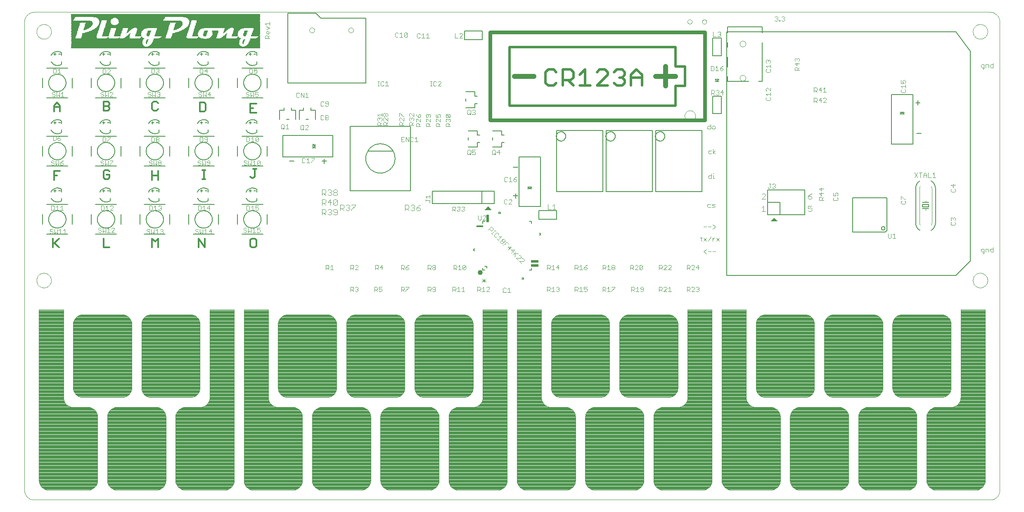
<source format=gto>
G75*
G70*
%OFA0B0*%
%FSLAX24Y24*%
%IPPOS*%
%LPD*%
%AMOC8*
5,1,8,0,0,1.08239X$1,22.5*
%
%ADD10C,0.0039*%
%ADD11C,0.0000*%
%ADD12C,0.0400*%
%ADD13C,0.0130*%
%ADD14C,0.0030*%
%ADD15R,0.0560X0.0160*%
%ADD16R,0.0240X0.0640*%
%ADD17R,0.0640X0.0240*%
%ADD18C,0.0060*%
%ADD19R,1.5240X0.0020*%
%ADD20R,0.5960X0.0020*%
%ADD21R,0.7600X0.0020*%
%ADD22R,0.1280X0.0020*%
%ADD23R,0.5900X0.0020*%
%ADD24R,0.7480X0.0020*%
%ADD25R,0.1220X0.0020*%
%ADD26R,0.5880X0.0020*%
%ADD27R,0.7400X0.0020*%
%ADD28R,0.1160X0.0020*%
%ADD29R,0.5840X0.0020*%
%ADD30R,0.7340X0.0020*%
%ADD31R,0.1140X0.0020*%
%ADD32R,0.5820X0.0020*%
%ADD33R,0.7280X0.0020*%
%ADD34R,0.1100X0.0020*%
%ADD35R,0.5800X0.0020*%
%ADD36R,0.7240X0.0020*%
%ADD37R,0.1080X0.0020*%
%ADD38R,0.7220X0.0020*%
%ADD39R,0.1060X0.0020*%
%ADD40R,0.5780X0.0020*%
%ADD41R,0.7180X0.0020*%
%ADD42R,0.1040X0.0020*%
%ADD43R,0.7160X0.0020*%
%ADD44R,0.1020X0.0020*%
%ADD45R,0.5760X0.0020*%
%ADD46R,0.7120X0.0020*%
%ADD47R,0.1000X0.0020*%
%ADD48R,0.0040X0.0020*%
%ADD49R,0.7100X0.0020*%
%ADD50R,0.0980X0.0020*%
%ADD51R,0.0060X0.0020*%
%ADD52R,0.7080X0.0020*%
%ADD53R,0.0960X0.0020*%
%ADD54R,0.0100X0.0020*%
%ADD55R,0.7060X0.0020*%
%ADD56R,0.0940X0.0020*%
%ADD57R,0.7040X0.0020*%
%ADD58R,0.0920X0.0020*%
%ADD59R,0.0120X0.0020*%
%ADD60R,0.7020X0.0020*%
%ADD61R,0.0900X0.0020*%
%ADD62R,0.7000X0.0020*%
%ADD63R,0.0880X0.0020*%
%ADD64R,0.0140X0.0020*%
%ADD65R,0.6980X0.0020*%
%ADD66R,0.0860X0.0020*%
%ADD67R,0.6960X0.0020*%
%ADD68R,0.0840X0.0020*%
%ADD69R,0.0820X0.0020*%
%ADD70R,0.0080X0.0020*%
%ADD71R,0.0800X0.0020*%
%ADD72R,0.0780X0.0020*%
%ADD73R,0.5860X0.0020*%
%ADD74R,0.4000X0.0020*%
%ADD75R,0.2720X0.0020*%
%ADD76R,0.0320X0.0020*%
%ADD77R,0.1360X0.0020*%
%ADD78R,0.0300X0.0020*%
%ADD79R,0.0160X0.0020*%
%ADD80R,0.0600X0.0020*%
%ADD81R,0.0460X0.0020*%
%ADD82R,0.0580X0.0020*%
%ADD83R,0.0480X0.0020*%
%ADD84R,0.0660X0.0020*%
%ADD85R,0.0420X0.0020*%
%ADD86R,0.0340X0.0020*%
%ADD87R,0.1300X0.0020*%
%ADD88R,0.0180X0.0020*%
%ADD89R,0.0500X0.0020*%
%ADD90R,0.0360X0.0020*%
%ADD91R,0.1320X0.0020*%
%ADD92R,0.0260X0.0020*%
%ADD93R,0.0440X0.0020*%
%ADD94R,0.1260X0.0020*%
%ADD95R,0.0280X0.0020*%
%ADD96R,0.0560X0.0020*%
%ADD97R,0.0380X0.0020*%
%ADD98R,0.0220X0.0020*%
%ADD99R,0.0200X0.0020*%
%ADD100R,0.0540X0.0020*%
%ADD101R,0.1240X0.0020*%
%ADD102R,0.0020X0.0020*%
%ADD103R,0.0400X0.0020*%
%ADD104R,0.0240X0.0020*%
%ADD105R,0.0520X0.0020*%
%ADD106R,0.0720X0.0020*%
%ADD107R,0.0700X0.0020*%
%ADD108R,0.0680X0.0020*%
%ADD109R,0.0640X0.0020*%
%ADD110R,0.0620X0.0020*%
%ADD111R,0.0740X0.0020*%
%ADD112R,0.0760X0.0020*%
%ADD113R,0.2380X0.0020*%
%ADD114R,0.2620X0.0020*%
%ADD115R,0.2920X0.0020*%
%ADD116R,0.2200X0.0020*%
%ADD117R,0.5160X0.0020*%
%ADD118R,0.5280X0.0020*%
%ADD119R,0.5260X0.0020*%
%ADD120R,0.5240X0.0020*%
%ADD121R,0.5220X0.0020*%
%ADD122R,0.4340X0.0020*%
%ADD123R,0.4280X0.0020*%
%ADD124R,0.5200X0.0020*%
%ADD125R,0.4260X0.0020*%
%ADD126R,0.4220X0.0020*%
%ADD127R,0.4200X0.0020*%
%ADD128R,0.5180X0.0020*%
%ADD129R,0.4180X0.0020*%
%ADD130R,0.4160X0.0020*%
%ADD131R,0.1720X0.0020*%
%ADD132R,0.5140X0.0020*%
%ADD133R,0.1700X0.0020*%
%ADD134R,0.5120X0.0020*%
%ADD135R,0.1680X0.0020*%
%ADD136R,0.5100X0.0020*%
%ADD137R,0.1660X0.0020*%
%ADD138R,0.5080X0.0020*%
%ADD139R,0.1640X0.0020*%
%ADD140R,0.5060X0.0020*%
%ADD141R,0.1560X0.0020*%
%ADD142R,0.5020X0.0020*%
%ADD143R,0.3580X0.0020*%
%ADD144R,0.3600X0.0020*%
%ADD145R,0.3640X0.0020*%
%ADD146R,0.3680X0.0020*%
%ADD147R,0.3720X0.0020*%
%ADD148R,0.3740X0.0020*%
%ADD149R,0.3780X0.0020*%
%ADD150R,0.1180X0.0020*%
%ADD151R,0.3840X0.0020*%
%ADD152R,0.3880X0.0020*%
%ADD153R,0.1340X0.0020*%
%ADD154R,0.3960X0.0020*%
%ADD155R,0.5500X0.0020*%
%ADD156R,0.5940X0.0020*%
%ADD157R,0.5560X0.0020*%
%ADD158R,0.5980X0.0020*%
%ADD159R,0.5660X0.0020*%
%ADD160R,0.6060X0.0020*%
%ADD161R,0.6180X0.0020*%
%ADD162C,0.0070*%
%ADD163C,0.0050*%
%ADD164C,0.0040*%
%ADD165C,0.0080*%
%ADD166C,0.0025*%
%ADD167C,0.0315*%
%ADD168C,0.0197*%
%ADD169C,0.0394*%
%ADD170C,0.0200*%
%ADD171C,0.0020*%
D10*
X001552Y001118D02*
X001646Y001038D01*
X001751Y000973D01*
X001865Y000926D01*
X001985Y000897D01*
X002109Y000887D01*
X005258Y000887D01*
X005381Y000897D01*
X005501Y000926D01*
X005616Y000973D01*
X005721Y001038D01*
X005815Y001118D01*
X005895Y001212D01*
X005960Y001317D01*
X006007Y001431D01*
X006036Y001552D01*
X006046Y001675D01*
X006046Y006793D01*
X006036Y006916D01*
X006007Y007036D01*
X005960Y007150D01*
X005895Y007256D01*
X005815Y007350D01*
X005721Y007430D01*
X005616Y007494D01*
X005501Y007542D01*
X005381Y007571D01*
X005258Y007580D01*
X004077Y007580D01*
X003954Y007590D01*
X003834Y007619D01*
X003720Y007666D01*
X003614Y007731D01*
X003520Y007811D01*
X003440Y007905D01*
X003375Y008010D01*
X003328Y008124D01*
X003299Y008245D01*
X003290Y008368D01*
X003290Y015454D01*
X001321Y015454D01*
X001321Y001675D01*
X001331Y001552D01*
X001360Y001431D01*
X001407Y001317D01*
X001471Y001212D01*
X001552Y001118D01*
X001548Y001122D02*
X005819Y001122D01*
X005851Y001160D02*
X001516Y001160D01*
X001483Y001198D02*
X005883Y001198D01*
X005910Y001236D02*
X001457Y001236D01*
X001433Y001274D02*
X005933Y001274D01*
X005956Y001312D02*
X001410Y001312D01*
X001394Y001350D02*
X005973Y001350D01*
X005989Y001388D02*
X001378Y001388D01*
X001362Y001425D02*
X006004Y001425D01*
X006015Y001463D02*
X001352Y001463D01*
X001343Y001501D02*
X006024Y001501D01*
X006033Y001539D02*
X001334Y001539D01*
X001329Y001577D02*
X006038Y001577D01*
X006041Y001615D02*
X001326Y001615D01*
X001323Y001653D02*
X006044Y001653D01*
X006046Y001691D02*
X001321Y001691D01*
X001321Y001728D02*
X006046Y001728D01*
X006046Y001766D02*
X001321Y001766D01*
X001321Y001804D02*
X006046Y001804D01*
X006046Y001842D02*
X001321Y001842D01*
X001321Y001880D02*
X006046Y001880D01*
X006046Y001918D02*
X001321Y001918D01*
X001321Y001956D02*
X006046Y001956D01*
X006046Y001994D02*
X001321Y001994D01*
X001321Y002031D02*
X006046Y002031D01*
X006046Y002069D02*
X001321Y002069D01*
X001321Y002107D02*
X006046Y002107D01*
X006046Y002145D02*
X001321Y002145D01*
X001321Y002183D02*
X006046Y002183D01*
X006046Y002221D02*
X001321Y002221D01*
X001321Y002259D02*
X006046Y002259D01*
X006046Y002296D02*
X001321Y002296D01*
X001321Y002334D02*
X006046Y002334D01*
X006046Y002372D02*
X001321Y002372D01*
X001321Y002410D02*
X006046Y002410D01*
X006046Y002448D02*
X001321Y002448D01*
X001321Y002486D02*
X006046Y002486D01*
X006046Y002524D02*
X001321Y002524D01*
X001321Y002562D02*
X006046Y002562D01*
X006046Y002599D02*
X001321Y002599D01*
X001321Y002637D02*
X006046Y002637D01*
X006046Y002675D02*
X001321Y002675D01*
X001321Y002713D02*
X006046Y002713D01*
X006046Y002751D02*
X001321Y002751D01*
X001321Y002789D02*
X006046Y002789D01*
X006046Y002827D02*
X001321Y002827D01*
X001321Y002865D02*
X006046Y002865D01*
X006046Y002902D02*
X001321Y002902D01*
X001321Y002940D02*
X006046Y002940D01*
X006046Y002978D02*
X001321Y002978D01*
X001321Y003016D02*
X006046Y003016D01*
X006046Y003054D02*
X001321Y003054D01*
X001321Y003092D02*
X006046Y003092D01*
X006046Y003130D02*
X001321Y003130D01*
X001321Y003167D02*
X006046Y003167D01*
X006046Y003205D02*
X001321Y003205D01*
X001321Y003243D02*
X006046Y003243D01*
X006046Y003281D02*
X001321Y003281D01*
X001321Y003319D02*
X006046Y003319D01*
X006046Y003357D02*
X001321Y003357D01*
X001321Y003395D02*
X006046Y003395D01*
X006046Y003433D02*
X001321Y003433D01*
X001321Y003470D02*
X006046Y003470D01*
X006046Y003508D02*
X001321Y003508D01*
X001321Y003546D02*
X006046Y003546D01*
X006046Y003584D02*
X001321Y003584D01*
X001321Y003622D02*
X006046Y003622D01*
X006046Y003660D02*
X001321Y003660D01*
X001321Y003698D02*
X006046Y003698D01*
X006046Y003736D02*
X001321Y003736D01*
X001321Y003773D02*
X006046Y003773D01*
X006046Y003811D02*
X001321Y003811D01*
X001321Y003849D02*
X006046Y003849D01*
X006046Y003887D02*
X001321Y003887D01*
X001321Y003925D02*
X006046Y003925D01*
X006046Y003963D02*
X001321Y003963D01*
X001321Y004001D02*
X006046Y004001D01*
X006046Y004039D02*
X001321Y004039D01*
X001321Y004076D02*
X006046Y004076D01*
X006046Y004114D02*
X001321Y004114D01*
X001321Y004152D02*
X006046Y004152D01*
X006046Y004190D02*
X001321Y004190D01*
X001321Y004228D02*
X006046Y004228D01*
X006046Y004266D02*
X001321Y004266D01*
X001321Y004304D02*
X006046Y004304D01*
X006046Y004341D02*
X001321Y004341D01*
X001321Y004379D02*
X006046Y004379D01*
X006046Y004417D02*
X001321Y004417D01*
X001321Y004455D02*
X006046Y004455D01*
X006046Y004493D02*
X001321Y004493D01*
X001321Y004531D02*
X006046Y004531D01*
X006046Y004569D02*
X001321Y004569D01*
X001321Y004607D02*
X006046Y004607D01*
X006046Y004644D02*
X001321Y004644D01*
X001321Y004682D02*
X006046Y004682D01*
X006046Y004720D02*
X001321Y004720D01*
X001321Y004758D02*
X006046Y004758D01*
X006046Y004796D02*
X001321Y004796D01*
X001321Y004834D02*
X006046Y004834D01*
X006046Y004872D02*
X001321Y004872D01*
X001321Y004910D02*
X006046Y004910D01*
X006046Y004947D02*
X001321Y004947D01*
X001321Y004985D02*
X006046Y004985D01*
X006046Y005023D02*
X001321Y005023D01*
X001321Y005061D02*
X006046Y005061D01*
X006046Y005099D02*
X001321Y005099D01*
X001321Y005137D02*
X006046Y005137D01*
X006046Y005175D02*
X001321Y005175D01*
X001321Y005212D02*
X006046Y005212D01*
X006046Y005250D02*
X001321Y005250D01*
X001321Y005288D02*
X006046Y005288D01*
X006046Y005326D02*
X001321Y005326D01*
X001321Y005364D02*
X006046Y005364D01*
X006046Y005402D02*
X001321Y005402D01*
X001321Y005440D02*
X006046Y005440D01*
X006046Y005478D02*
X001321Y005478D01*
X001321Y005515D02*
X006046Y005515D01*
X006046Y005553D02*
X001321Y005553D01*
X001321Y005591D02*
X006046Y005591D01*
X006046Y005629D02*
X001321Y005629D01*
X001321Y005667D02*
X006046Y005667D01*
X006046Y005705D02*
X001321Y005705D01*
X001321Y005743D02*
X006046Y005743D01*
X006046Y005781D02*
X001321Y005781D01*
X001321Y005818D02*
X006046Y005818D01*
X006046Y005856D02*
X001321Y005856D01*
X001321Y005894D02*
X006046Y005894D01*
X006046Y005932D02*
X001321Y005932D01*
X001321Y005970D02*
X006046Y005970D01*
X006046Y006008D02*
X001321Y006008D01*
X001321Y006046D02*
X006046Y006046D01*
X006046Y006084D02*
X001321Y006084D01*
X001321Y006121D02*
X006046Y006121D01*
X006046Y006159D02*
X001321Y006159D01*
X001321Y006197D02*
X006046Y006197D01*
X006046Y006235D02*
X001321Y006235D01*
X001321Y006273D02*
X006046Y006273D01*
X006046Y006311D02*
X001321Y006311D01*
X001321Y006349D02*
X006046Y006349D01*
X006046Y006386D02*
X001321Y006386D01*
X001321Y006424D02*
X006046Y006424D01*
X006046Y006462D02*
X001321Y006462D01*
X001321Y006500D02*
X006046Y006500D01*
X006046Y006538D02*
X001321Y006538D01*
X001321Y006576D02*
X006046Y006576D01*
X006046Y006614D02*
X001321Y006614D01*
X001321Y006652D02*
X006046Y006652D01*
X006046Y006689D02*
X001321Y006689D01*
X001321Y006727D02*
X006046Y006727D01*
X006046Y006765D02*
X001321Y006765D01*
X001321Y006803D02*
X006045Y006803D01*
X006042Y006841D02*
X001321Y006841D01*
X001321Y006879D02*
X006039Y006879D01*
X006036Y006917D02*
X001321Y006917D01*
X001321Y006955D02*
X006027Y006955D01*
X006017Y006992D02*
X001321Y006992D01*
X001321Y007030D02*
X006008Y007030D01*
X005994Y007068D02*
X001321Y007068D01*
X001321Y007106D02*
X005978Y007106D01*
X005962Y007144D02*
X001321Y007144D01*
X001321Y007182D02*
X005940Y007182D01*
X005917Y007220D02*
X001321Y007220D01*
X001321Y007257D02*
X005894Y007257D01*
X005861Y007295D02*
X001321Y007295D01*
X001321Y007333D02*
X005829Y007333D01*
X005790Y007371D02*
X001321Y007371D01*
X001321Y007409D02*
X005745Y007409D01*
X005693Y007447D02*
X001321Y007447D01*
X001321Y007485D02*
X005632Y007485D01*
X005548Y007523D02*
X001321Y007523D01*
X001321Y007560D02*
X005424Y007560D01*
X004864Y008368D02*
X008014Y008368D01*
X008137Y008377D01*
X008257Y008406D01*
X008371Y008454D01*
X008477Y008518D01*
X008571Y008598D01*
X008651Y008692D01*
X008716Y008798D01*
X008763Y008912D01*
X008792Y009032D01*
X008801Y009155D01*
X008801Y014273D01*
X008792Y014396D01*
X008763Y014517D01*
X008716Y014631D01*
X008651Y014736D01*
X008571Y014830D01*
X008477Y014910D01*
X008371Y014975D01*
X008257Y015022D01*
X008137Y015051D01*
X008014Y015061D01*
X004864Y015061D01*
X004741Y015051D01*
X004621Y015022D01*
X004507Y014975D01*
X004402Y014910D01*
X004308Y014830D01*
X004227Y014736D01*
X004163Y014631D01*
X004116Y014517D01*
X004087Y014396D01*
X004077Y014273D01*
X004077Y011911D01*
X004077Y009155D01*
X004087Y009032D01*
X004116Y008912D01*
X004163Y008798D01*
X004227Y008692D01*
X004308Y008598D01*
X004402Y008518D01*
X004507Y008454D01*
X004621Y008406D01*
X004741Y008377D01*
X004864Y008368D01*
X004674Y008394D02*
X008205Y008394D01*
X008318Y008431D02*
X004560Y008431D01*
X004481Y008469D02*
X008397Y008469D01*
X008459Y008507D02*
X004419Y008507D01*
X004370Y008545D02*
X008508Y008545D01*
X008553Y008583D02*
X004326Y008583D01*
X004288Y008621D02*
X008590Y008621D01*
X008622Y008659D02*
X004256Y008659D01*
X004225Y008697D02*
X008654Y008697D01*
X008677Y008734D02*
X004202Y008734D01*
X004178Y008772D02*
X008700Y008772D01*
X008721Y008810D02*
X004158Y008810D01*
X004142Y008848D02*
X008736Y008848D01*
X008752Y008886D02*
X004126Y008886D01*
X004113Y008924D02*
X008766Y008924D01*
X008775Y008962D02*
X004104Y008962D01*
X004094Y009000D02*
X008784Y009000D01*
X008792Y009037D02*
X004086Y009037D01*
X004083Y009075D02*
X008795Y009075D01*
X008798Y009113D02*
X004080Y009113D01*
X004077Y009151D02*
X008801Y009151D01*
X008801Y009189D02*
X004077Y009189D01*
X004077Y009227D02*
X008801Y009227D01*
X008801Y009265D02*
X004077Y009265D01*
X004077Y009302D02*
X008801Y009302D01*
X008801Y009340D02*
X004077Y009340D01*
X004077Y009378D02*
X008801Y009378D01*
X008801Y009416D02*
X004077Y009416D01*
X004077Y009454D02*
X008801Y009454D01*
X008801Y009492D02*
X004077Y009492D01*
X004077Y009530D02*
X008801Y009530D01*
X008801Y009568D02*
X004077Y009568D01*
X004077Y009605D02*
X008801Y009605D01*
X008801Y009643D02*
X004077Y009643D01*
X004077Y009681D02*
X008801Y009681D01*
X008801Y009719D02*
X004077Y009719D01*
X004077Y009757D02*
X008801Y009757D01*
X008801Y009795D02*
X004077Y009795D01*
X004077Y009833D02*
X008801Y009833D01*
X008801Y009871D02*
X004077Y009871D01*
X004077Y009908D02*
X008801Y009908D01*
X008801Y009946D02*
X004077Y009946D01*
X004077Y009984D02*
X008801Y009984D01*
X008801Y010022D02*
X004077Y010022D01*
X004077Y010060D02*
X008801Y010060D01*
X008801Y010098D02*
X004077Y010098D01*
X004077Y010136D02*
X008801Y010136D01*
X008801Y010174D02*
X004077Y010174D01*
X004077Y010211D02*
X008801Y010211D01*
X008801Y010249D02*
X004077Y010249D01*
X004077Y010287D02*
X008801Y010287D01*
X008801Y010325D02*
X004077Y010325D01*
X004077Y010363D02*
X008801Y010363D01*
X008801Y010401D02*
X004077Y010401D01*
X004077Y010439D02*
X008801Y010439D01*
X008801Y010476D02*
X004077Y010476D01*
X004077Y010514D02*
X008801Y010514D01*
X008801Y010552D02*
X004077Y010552D01*
X004077Y010590D02*
X008801Y010590D01*
X008801Y010628D02*
X004077Y010628D01*
X004077Y010666D02*
X008801Y010666D01*
X008801Y010704D02*
X004077Y010704D01*
X004077Y010742D02*
X008801Y010742D01*
X008801Y010779D02*
X004077Y010779D01*
X004077Y010817D02*
X008801Y010817D01*
X008801Y010855D02*
X004077Y010855D01*
X004077Y010893D02*
X008801Y010893D01*
X008801Y010931D02*
X004077Y010931D01*
X004077Y010969D02*
X008801Y010969D01*
X008801Y011007D02*
X004077Y011007D01*
X004077Y011045D02*
X008801Y011045D01*
X008801Y011082D02*
X004077Y011082D01*
X004077Y011120D02*
X008801Y011120D01*
X008801Y011158D02*
X004077Y011158D01*
X004077Y011196D02*
X008801Y011196D01*
X008801Y011234D02*
X004077Y011234D01*
X004077Y011272D02*
X008801Y011272D01*
X008801Y011310D02*
X004077Y011310D01*
X004077Y011347D02*
X008801Y011347D01*
X008801Y011385D02*
X004077Y011385D01*
X004077Y011423D02*
X008801Y011423D01*
X008801Y011461D02*
X004077Y011461D01*
X004077Y011499D02*
X008801Y011499D01*
X008801Y011537D02*
X004077Y011537D01*
X004077Y011575D02*
X008801Y011575D01*
X008801Y011613D02*
X004077Y011613D01*
X004077Y011650D02*
X008801Y011650D01*
X008801Y011688D02*
X004077Y011688D01*
X004077Y011726D02*
X008801Y011726D01*
X008801Y011764D02*
X004077Y011764D01*
X004077Y011802D02*
X008801Y011802D01*
X008801Y011840D02*
X004077Y011840D01*
X004077Y011878D02*
X008801Y011878D01*
X008801Y011916D02*
X004077Y011916D01*
X004077Y011953D02*
X008801Y011953D01*
X008801Y011991D02*
X004077Y011991D01*
X004077Y012029D02*
X008801Y012029D01*
X008801Y012067D02*
X004077Y012067D01*
X004077Y012105D02*
X008801Y012105D01*
X008801Y012143D02*
X004077Y012143D01*
X004077Y012181D02*
X008801Y012181D01*
X008801Y012219D02*
X004077Y012219D01*
X004077Y012256D02*
X008801Y012256D01*
X008801Y012294D02*
X004077Y012294D01*
X004077Y012332D02*
X008801Y012332D01*
X008801Y012370D02*
X004077Y012370D01*
X004077Y012408D02*
X008801Y012408D01*
X008801Y012446D02*
X004077Y012446D01*
X004077Y012484D02*
X008801Y012484D01*
X008801Y012521D02*
X004077Y012521D01*
X004077Y012559D02*
X008801Y012559D01*
X008801Y012597D02*
X004077Y012597D01*
X004077Y012635D02*
X008801Y012635D01*
X008801Y012673D02*
X004077Y012673D01*
X004077Y012711D02*
X008801Y012711D01*
X008801Y012749D02*
X004077Y012749D01*
X004077Y012787D02*
X008801Y012787D01*
X008801Y012824D02*
X004077Y012824D01*
X004077Y012862D02*
X008801Y012862D01*
X008801Y012900D02*
X004077Y012900D01*
X004077Y012938D02*
X008801Y012938D01*
X008801Y012976D02*
X004077Y012976D01*
X004077Y013014D02*
X008801Y013014D01*
X008801Y013052D02*
X004077Y013052D01*
X004077Y013090D02*
X008801Y013090D01*
X008801Y013127D02*
X004077Y013127D01*
X004077Y013165D02*
X008801Y013165D01*
X008801Y013203D02*
X004077Y013203D01*
X004077Y013241D02*
X008801Y013241D01*
X008801Y013279D02*
X004077Y013279D01*
X004077Y013317D02*
X008801Y013317D01*
X008801Y013355D02*
X004077Y013355D01*
X004077Y013392D02*
X008801Y013392D01*
X008801Y013430D02*
X004077Y013430D01*
X004077Y013468D02*
X008801Y013468D01*
X008801Y013506D02*
X004077Y013506D01*
X004077Y013544D02*
X008801Y013544D01*
X008801Y013582D02*
X004077Y013582D01*
X004077Y013620D02*
X008801Y013620D01*
X008801Y013658D02*
X004077Y013658D01*
X004077Y013695D02*
X008801Y013695D01*
X008801Y013733D02*
X004077Y013733D01*
X004077Y013771D02*
X008801Y013771D01*
X008801Y013809D02*
X004077Y013809D01*
X004077Y013847D02*
X008801Y013847D01*
X008801Y013885D02*
X004077Y013885D01*
X004077Y013923D02*
X008801Y013923D01*
X008801Y013961D02*
X004077Y013961D01*
X004077Y013998D02*
X008801Y013998D01*
X008801Y014036D02*
X004077Y014036D01*
X004077Y014074D02*
X008801Y014074D01*
X008801Y014112D02*
X004077Y014112D01*
X004077Y014150D02*
X008801Y014150D01*
X008801Y014188D02*
X004077Y014188D01*
X004077Y014226D02*
X008801Y014226D01*
X008801Y014264D02*
X004077Y014264D01*
X004079Y014301D02*
X008799Y014301D01*
X008796Y014339D02*
X004082Y014339D01*
X004085Y014377D02*
X008793Y014377D01*
X008787Y014415D02*
X004091Y014415D01*
X004100Y014453D02*
X008778Y014453D01*
X008769Y014491D02*
X004109Y014491D01*
X004121Y014529D02*
X008758Y014529D01*
X008742Y014566D02*
X004136Y014566D01*
X004152Y014604D02*
X008727Y014604D01*
X008709Y014642D02*
X004170Y014642D01*
X004193Y014680D02*
X008685Y014680D01*
X008662Y014718D02*
X004216Y014718D01*
X004244Y014756D02*
X008634Y014756D01*
X008602Y014794D02*
X004277Y014794D01*
X004309Y014832D02*
X008569Y014832D01*
X008525Y014869D02*
X004354Y014869D01*
X004398Y014907D02*
X008480Y014907D01*
X008420Y014945D02*
X004459Y014945D01*
X004527Y014983D02*
X008352Y014983D01*
X008260Y015021D02*
X004618Y015021D01*
X004841Y015059D02*
X008038Y015059D01*
X009627Y014517D02*
X009599Y014396D01*
X009589Y014273D01*
X009589Y011911D01*
X009589Y009155D01*
X009599Y009032D01*
X009627Y008912D01*
X009675Y008798D01*
X009739Y008692D01*
X009819Y008598D01*
X009913Y008518D01*
X010019Y008454D01*
X010133Y008406D01*
X010253Y008377D01*
X010376Y008368D01*
X013526Y008368D01*
X013649Y008377D01*
X013769Y008406D01*
X013883Y008454D01*
X013989Y008518D01*
X014083Y008598D01*
X014163Y008692D01*
X014227Y008798D01*
X014275Y008912D01*
X014304Y009032D01*
X014313Y009155D01*
X014313Y014273D01*
X014304Y014396D01*
X014275Y014517D01*
X014227Y014631D01*
X014163Y014736D01*
X014083Y014830D01*
X013989Y014910D01*
X013883Y014975D01*
X013769Y015022D01*
X013649Y015051D01*
X013526Y015061D01*
X010376Y015061D01*
X010253Y015051D01*
X010133Y015022D01*
X010019Y014975D01*
X009913Y014910D01*
X009819Y014830D01*
X009739Y014736D01*
X009675Y014631D01*
X009627Y014517D01*
X009632Y014529D02*
X014270Y014529D01*
X014281Y014491D02*
X009621Y014491D01*
X009612Y014453D02*
X014290Y014453D01*
X014299Y014415D02*
X009603Y014415D01*
X009597Y014377D02*
X014305Y014377D01*
X014308Y014339D02*
X009594Y014339D01*
X009591Y014301D02*
X014311Y014301D01*
X014313Y014264D02*
X009589Y014264D01*
X009589Y014226D02*
X014313Y014226D01*
X014313Y014188D02*
X009589Y014188D01*
X009589Y014150D02*
X014313Y014150D01*
X014313Y014112D02*
X009589Y014112D01*
X009589Y014074D02*
X014313Y014074D01*
X014313Y014036D02*
X009589Y014036D01*
X009589Y013998D02*
X014313Y013998D01*
X014313Y013961D02*
X009589Y013961D01*
X009589Y013923D02*
X014313Y013923D01*
X014313Y013885D02*
X009589Y013885D01*
X009589Y013847D02*
X014313Y013847D01*
X014313Y013809D02*
X009589Y013809D01*
X009589Y013771D02*
X014313Y013771D01*
X014313Y013733D02*
X009589Y013733D01*
X009589Y013695D02*
X014313Y013695D01*
X014313Y013658D02*
X009589Y013658D01*
X009589Y013620D02*
X014313Y013620D01*
X014313Y013582D02*
X009589Y013582D01*
X009589Y013544D02*
X014313Y013544D01*
X014313Y013506D02*
X009589Y013506D01*
X009589Y013468D02*
X014313Y013468D01*
X014313Y013430D02*
X009589Y013430D01*
X009589Y013392D02*
X014313Y013392D01*
X014313Y013355D02*
X009589Y013355D01*
X009589Y013317D02*
X014313Y013317D01*
X014313Y013279D02*
X009589Y013279D01*
X009589Y013241D02*
X014313Y013241D01*
X014313Y013203D02*
X009589Y013203D01*
X009589Y013165D02*
X014313Y013165D01*
X014313Y013127D02*
X009589Y013127D01*
X009589Y013090D02*
X014313Y013090D01*
X014313Y013052D02*
X009589Y013052D01*
X009589Y013014D02*
X014313Y013014D01*
X014313Y012976D02*
X009589Y012976D01*
X009589Y012938D02*
X014313Y012938D01*
X014313Y012900D02*
X009589Y012900D01*
X009589Y012862D02*
X014313Y012862D01*
X014313Y012824D02*
X009589Y012824D01*
X009589Y012787D02*
X014313Y012787D01*
X014313Y012749D02*
X009589Y012749D01*
X009589Y012711D02*
X014313Y012711D01*
X014313Y012673D02*
X009589Y012673D01*
X009589Y012635D02*
X014313Y012635D01*
X014313Y012597D02*
X009589Y012597D01*
X009589Y012559D02*
X014313Y012559D01*
X014313Y012521D02*
X009589Y012521D01*
X009589Y012484D02*
X014313Y012484D01*
X014313Y012446D02*
X009589Y012446D01*
X009589Y012408D02*
X014313Y012408D01*
X014313Y012370D02*
X009589Y012370D01*
X009589Y012332D02*
X014313Y012332D01*
X014313Y012294D02*
X009589Y012294D01*
X009589Y012256D02*
X014313Y012256D01*
X014313Y012219D02*
X009589Y012219D01*
X009589Y012181D02*
X014313Y012181D01*
X014313Y012143D02*
X009589Y012143D01*
X009589Y012105D02*
X014313Y012105D01*
X014313Y012067D02*
X009589Y012067D01*
X009589Y012029D02*
X014313Y012029D01*
X014313Y011991D02*
X009589Y011991D01*
X009589Y011953D02*
X014313Y011953D01*
X014313Y011916D02*
X009589Y011916D01*
X009589Y011878D02*
X014313Y011878D01*
X014313Y011840D02*
X009589Y011840D01*
X009589Y011802D02*
X014313Y011802D01*
X014313Y011764D02*
X009589Y011764D01*
X009589Y011726D02*
X014313Y011726D01*
X014313Y011688D02*
X009589Y011688D01*
X009589Y011650D02*
X014313Y011650D01*
X014313Y011613D02*
X009589Y011613D01*
X009589Y011575D02*
X014313Y011575D01*
X014313Y011537D02*
X009589Y011537D01*
X009589Y011499D02*
X014313Y011499D01*
X014313Y011461D02*
X009589Y011461D01*
X009589Y011423D02*
X014313Y011423D01*
X014313Y011385D02*
X009589Y011385D01*
X009589Y011347D02*
X014313Y011347D01*
X014313Y011310D02*
X009589Y011310D01*
X009589Y011272D02*
X014313Y011272D01*
X014313Y011234D02*
X009589Y011234D01*
X009589Y011196D02*
X014313Y011196D01*
X014313Y011158D02*
X009589Y011158D01*
X009589Y011120D02*
X014313Y011120D01*
X014313Y011082D02*
X009589Y011082D01*
X009589Y011045D02*
X014313Y011045D01*
X014313Y011007D02*
X009589Y011007D01*
X009589Y010969D02*
X014313Y010969D01*
X014313Y010931D02*
X009589Y010931D01*
X009589Y010893D02*
X014313Y010893D01*
X014313Y010855D02*
X009589Y010855D01*
X009589Y010817D02*
X014313Y010817D01*
X014313Y010779D02*
X009589Y010779D01*
X009589Y010742D02*
X014313Y010742D01*
X014313Y010704D02*
X009589Y010704D01*
X009589Y010666D02*
X014313Y010666D01*
X014313Y010628D02*
X009589Y010628D01*
X009589Y010590D02*
X014313Y010590D01*
X014313Y010552D02*
X009589Y010552D01*
X009589Y010514D02*
X014313Y010514D01*
X014313Y010476D02*
X009589Y010476D01*
X009589Y010439D02*
X014313Y010439D01*
X014313Y010401D02*
X009589Y010401D01*
X009589Y010363D02*
X014313Y010363D01*
X014313Y010325D02*
X009589Y010325D01*
X009589Y010287D02*
X014313Y010287D01*
X014313Y010249D02*
X009589Y010249D01*
X009589Y010211D02*
X014313Y010211D01*
X014313Y010174D02*
X009589Y010174D01*
X009589Y010136D02*
X014313Y010136D01*
X014313Y010098D02*
X009589Y010098D01*
X009589Y010060D02*
X014313Y010060D01*
X014313Y010022D02*
X009589Y010022D01*
X009589Y009984D02*
X014313Y009984D01*
X014313Y009946D02*
X009589Y009946D01*
X009589Y009908D02*
X014313Y009908D01*
X014313Y009871D02*
X009589Y009871D01*
X009589Y009833D02*
X014313Y009833D01*
X014313Y009795D02*
X009589Y009795D01*
X009589Y009757D02*
X014313Y009757D01*
X014313Y009719D02*
X009589Y009719D01*
X009589Y009681D02*
X014313Y009681D01*
X014313Y009643D02*
X009589Y009643D01*
X009589Y009605D02*
X014313Y009605D01*
X014313Y009568D02*
X009589Y009568D01*
X009589Y009530D02*
X014313Y009530D01*
X014313Y009492D02*
X009589Y009492D01*
X009589Y009454D02*
X014313Y009454D01*
X014313Y009416D02*
X009589Y009416D01*
X009589Y009378D02*
X014313Y009378D01*
X014313Y009340D02*
X009589Y009340D01*
X009589Y009302D02*
X014313Y009302D01*
X014313Y009265D02*
X009589Y009265D01*
X009589Y009227D02*
X014313Y009227D01*
X014313Y009189D02*
X009589Y009189D01*
X009589Y009151D02*
X014313Y009151D01*
X014310Y009113D02*
X009592Y009113D01*
X009595Y009075D02*
X014307Y009075D01*
X014304Y009037D02*
X009598Y009037D01*
X009606Y009000D02*
X014296Y009000D01*
X014287Y008962D02*
X009615Y008962D01*
X009624Y008924D02*
X014278Y008924D01*
X014264Y008886D02*
X009638Y008886D01*
X009654Y008848D02*
X014248Y008848D01*
X014233Y008810D02*
X009669Y008810D01*
X009690Y008772D02*
X014212Y008772D01*
X014189Y008734D02*
X009713Y008734D01*
X009737Y008697D02*
X014165Y008697D01*
X014134Y008659D02*
X009768Y008659D01*
X009800Y008621D02*
X014102Y008621D01*
X014065Y008583D02*
X009837Y008583D01*
X009882Y008545D02*
X014020Y008545D01*
X013971Y008507D02*
X009931Y008507D01*
X009993Y008469D02*
X013909Y008469D01*
X013830Y008431D02*
X010072Y008431D01*
X010186Y008394D02*
X013716Y008394D01*
X014313Y007580D02*
X014436Y007590D01*
X014557Y007619D01*
X014671Y007666D01*
X014776Y007731D01*
X014870Y007811D01*
X014950Y007905D01*
X015015Y008010D01*
X015062Y008124D01*
X015091Y008245D01*
X015101Y008368D01*
X015101Y015454D01*
X017069Y015454D01*
X017069Y001675D01*
X017059Y001552D01*
X017031Y001431D01*
X016983Y001317D01*
X016919Y001212D01*
X016839Y001118D01*
X016745Y001038D01*
X016639Y000973D01*
X016525Y000926D01*
X016405Y000897D01*
X016282Y000887D01*
X014707Y000887D01*
X013132Y000887D01*
X013009Y000897D01*
X012889Y000926D01*
X012775Y000973D01*
X012669Y001038D01*
X012575Y001118D01*
X012495Y001212D01*
X012431Y001317D01*
X012383Y001431D01*
X012354Y001552D01*
X012345Y001675D01*
X012345Y006793D01*
X012354Y006916D01*
X012383Y007036D01*
X012431Y007150D01*
X012495Y007256D01*
X012575Y007350D01*
X012669Y007430D01*
X012775Y007494D01*
X012889Y007542D01*
X013009Y007571D01*
X013132Y007580D01*
X014313Y007580D01*
X014471Y007598D02*
X017069Y007598D01*
X017069Y007560D02*
X012967Y007560D01*
X012842Y007523D02*
X017069Y007523D01*
X017069Y007485D02*
X012759Y007485D01*
X012697Y007447D02*
X017069Y007447D01*
X017069Y007409D02*
X012645Y007409D01*
X012600Y007371D02*
X017069Y007371D01*
X017069Y007333D02*
X012561Y007333D01*
X012529Y007295D02*
X017069Y007295D01*
X017069Y007257D02*
X012497Y007257D01*
X012473Y007220D02*
X017069Y007220D01*
X017069Y007182D02*
X012450Y007182D01*
X012428Y007144D02*
X017069Y007144D01*
X017069Y007106D02*
X012412Y007106D01*
X012396Y007068D02*
X017069Y007068D01*
X017069Y007030D02*
X012382Y007030D01*
X012373Y006992D02*
X017069Y006992D01*
X017069Y006955D02*
X012364Y006955D01*
X012355Y006917D02*
X017069Y006917D01*
X017069Y006879D02*
X012351Y006879D01*
X012349Y006841D02*
X017069Y006841D01*
X017069Y006803D02*
X012346Y006803D01*
X012345Y006765D02*
X017069Y006765D01*
X017069Y006727D02*
X012345Y006727D01*
X012345Y006689D02*
X017069Y006689D01*
X017069Y006652D02*
X012345Y006652D01*
X012345Y006614D02*
X017069Y006614D01*
X017069Y006576D02*
X012345Y006576D01*
X012345Y006538D02*
X017069Y006538D01*
X017069Y006500D02*
X012345Y006500D01*
X012345Y006462D02*
X017069Y006462D01*
X017069Y006424D02*
X012345Y006424D01*
X012345Y006386D02*
X017069Y006386D01*
X017069Y006349D02*
X012345Y006349D01*
X012345Y006311D02*
X017069Y006311D01*
X017069Y006273D02*
X012345Y006273D01*
X012345Y006235D02*
X017069Y006235D01*
X017069Y006197D02*
X012345Y006197D01*
X012345Y006159D02*
X017069Y006159D01*
X017069Y006121D02*
X012345Y006121D01*
X012345Y006084D02*
X017069Y006084D01*
X017069Y006046D02*
X012345Y006046D01*
X012345Y006008D02*
X017069Y006008D01*
X017069Y005970D02*
X012345Y005970D01*
X012345Y005932D02*
X017069Y005932D01*
X017069Y005894D02*
X012345Y005894D01*
X012345Y005856D02*
X017069Y005856D01*
X017069Y005818D02*
X012345Y005818D01*
X012345Y005781D02*
X017069Y005781D01*
X017069Y005743D02*
X012345Y005743D01*
X012345Y005705D02*
X017069Y005705D01*
X017069Y005667D02*
X012345Y005667D01*
X012345Y005629D02*
X017069Y005629D01*
X017069Y005591D02*
X012345Y005591D01*
X012345Y005553D02*
X017069Y005553D01*
X017069Y005515D02*
X012345Y005515D01*
X012345Y005478D02*
X017069Y005478D01*
X017069Y005440D02*
X012345Y005440D01*
X012345Y005402D02*
X017069Y005402D01*
X017069Y005364D02*
X012345Y005364D01*
X012345Y005326D02*
X017069Y005326D01*
X017069Y005288D02*
X012345Y005288D01*
X012345Y005250D02*
X017069Y005250D01*
X017069Y005212D02*
X012345Y005212D01*
X012345Y005175D02*
X017069Y005175D01*
X017069Y005137D02*
X012345Y005137D01*
X012345Y005099D02*
X017069Y005099D01*
X017069Y005061D02*
X012345Y005061D01*
X012345Y005023D02*
X017069Y005023D01*
X017069Y004985D02*
X012345Y004985D01*
X012345Y004947D02*
X017069Y004947D01*
X017069Y004910D02*
X012345Y004910D01*
X012345Y004872D02*
X017069Y004872D01*
X017069Y004834D02*
X012345Y004834D01*
X012345Y004796D02*
X017069Y004796D01*
X017069Y004758D02*
X012345Y004758D01*
X012345Y004720D02*
X017069Y004720D01*
X017069Y004682D02*
X012345Y004682D01*
X012345Y004644D02*
X017069Y004644D01*
X017069Y004607D02*
X012345Y004607D01*
X012345Y004569D02*
X017069Y004569D01*
X017069Y004531D02*
X012345Y004531D01*
X012345Y004493D02*
X017069Y004493D01*
X017069Y004455D02*
X012345Y004455D01*
X012345Y004417D02*
X017069Y004417D01*
X017069Y004379D02*
X012345Y004379D01*
X012345Y004341D02*
X017069Y004341D01*
X017069Y004304D02*
X012345Y004304D01*
X012345Y004266D02*
X017069Y004266D01*
X017069Y004228D02*
X012345Y004228D01*
X012345Y004190D02*
X017069Y004190D01*
X017069Y004152D02*
X012345Y004152D01*
X012345Y004114D02*
X017069Y004114D01*
X017069Y004076D02*
X012345Y004076D01*
X012345Y004039D02*
X017069Y004039D01*
X017069Y004001D02*
X012345Y004001D01*
X012345Y003963D02*
X017069Y003963D01*
X017069Y003925D02*
X012345Y003925D01*
X012345Y003887D02*
X017069Y003887D01*
X017069Y003849D02*
X012345Y003849D01*
X012345Y003811D02*
X017069Y003811D01*
X017069Y003773D02*
X012345Y003773D01*
X012345Y003736D02*
X017069Y003736D01*
X017069Y003698D02*
X012345Y003698D01*
X012345Y003660D02*
X017069Y003660D01*
X017069Y003622D02*
X012345Y003622D01*
X012345Y003584D02*
X017069Y003584D01*
X017069Y003546D02*
X012345Y003546D01*
X012345Y003508D02*
X017069Y003508D01*
X017069Y003470D02*
X012345Y003470D01*
X012345Y003433D02*
X017069Y003433D01*
X017069Y003395D02*
X012345Y003395D01*
X012345Y003357D02*
X017069Y003357D01*
X017069Y003319D02*
X012345Y003319D01*
X012345Y003281D02*
X017069Y003281D01*
X017069Y003243D02*
X012345Y003243D01*
X012345Y003205D02*
X017069Y003205D01*
X017069Y003167D02*
X012345Y003167D01*
X012345Y003130D02*
X017069Y003130D01*
X017069Y003092D02*
X012345Y003092D01*
X012345Y003054D02*
X017069Y003054D01*
X017069Y003016D02*
X012345Y003016D01*
X012345Y002978D02*
X017069Y002978D01*
X017069Y002940D02*
X012345Y002940D01*
X012345Y002902D02*
X017069Y002902D01*
X017069Y002865D02*
X012345Y002865D01*
X012345Y002827D02*
X017069Y002827D01*
X017069Y002789D02*
X012345Y002789D01*
X012345Y002751D02*
X017069Y002751D01*
X017069Y002713D02*
X012345Y002713D01*
X012345Y002675D02*
X017069Y002675D01*
X017069Y002637D02*
X012345Y002637D01*
X012345Y002599D02*
X017069Y002599D01*
X017069Y002562D02*
X012345Y002562D01*
X012345Y002524D02*
X017069Y002524D01*
X017069Y002486D02*
X012345Y002486D01*
X012345Y002448D02*
X017069Y002448D01*
X017069Y002410D02*
X012345Y002410D01*
X012345Y002372D02*
X017069Y002372D01*
X017069Y002334D02*
X012345Y002334D01*
X012345Y002296D02*
X017069Y002296D01*
X017069Y002259D02*
X012345Y002259D01*
X012345Y002221D02*
X017069Y002221D01*
X017069Y002183D02*
X012345Y002183D01*
X012345Y002145D02*
X017069Y002145D01*
X017069Y002107D02*
X012345Y002107D01*
X012345Y002069D02*
X017069Y002069D01*
X017069Y002031D02*
X012345Y002031D01*
X012345Y001994D02*
X017069Y001994D01*
X017069Y001956D02*
X012345Y001956D01*
X012345Y001918D02*
X017069Y001918D01*
X017069Y001880D02*
X012345Y001880D01*
X012345Y001842D02*
X017069Y001842D01*
X017069Y001804D02*
X012345Y001804D01*
X012345Y001766D02*
X017069Y001766D01*
X017069Y001728D02*
X012345Y001728D01*
X012345Y001691D02*
X017069Y001691D01*
X017067Y001653D02*
X012346Y001653D01*
X012349Y001615D02*
X017064Y001615D01*
X017061Y001577D02*
X012352Y001577D01*
X012357Y001539D02*
X017056Y001539D01*
X017047Y001501D02*
X012367Y001501D01*
X012376Y001463D02*
X017038Y001463D01*
X017028Y001425D02*
X012386Y001425D01*
X012401Y001388D02*
X017012Y001388D01*
X016997Y001350D02*
X012417Y001350D01*
X012434Y001312D02*
X016980Y001312D01*
X016957Y001274D02*
X012457Y001274D01*
X012480Y001236D02*
X016934Y001236D01*
X016907Y001198D02*
X012507Y001198D01*
X012539Y001160D02*
X016875Y001160D01*
X016842Y001122D02*
X012572Y001122D01*
X012614Y001085D02*
X016799Y001085D01*
X016755Y001047D02*
X012659Y001047D01*
X012716Y001009D02*
X016697Y001009D01*
X016634Y000971D02*
X012780Y000971D01*
X012871Y000933D02*
X016542Y000933D01*
X016382Y000895D02*
X013032Y000895D01*
X011519Y001431D02*
X011548Y001552D01*
X011557Y001675D01*
X011557Y006793D01*
X011548Y006916D01*
X011519Y007036D01*
X011472Y007150D01*
X011407Y007256D01*
X011327Y007350D01*
X011233Y007430D01*
X011127Y007494D01*
X011013Y007542D01*
X010893Y007571D01*
X010770Y007580D01*
X007620Y007580D01*
X007497Y007571D01*
X007377Y007542D01*
X007263Y007494D01*
X007157Y007430D01*
X007064Y007350D01*
X006983Y007256D01*
X006919Y007150D01*
X006871Y007036D01*
X006843Y006916D01*
X006833Y006793D01*
X006833Y004431D01*
X006833Y001675D01*
X006843Y001552D01*
X006871Y001431D01*
X006919Y001317D01*
X006983Y001212D01*
X007064Y001118D01*
X007157Y001038D01*
X007263Y000973D01*
X007377Y000926D01*
X007497Y000897D01*
X007620Y000887D01*
X010770Y000887D01*
X010893Y000897D01*
X011013Y000926D01*
X011127Y000973D01*
X011233Y001038D01*
X011327Y001118D01*
X011407Y001212D01*
X011472Y001317D01*
X011519Y001431D01*
X011516Y001425D02*
X006874Y001425D01*
X006864Y001463D02*
X011526Y001463D01*
X011536Y001501D02*
X006855Y001501D01*
X006846Y001539D02*
X011545Y001539D01*
X011550Y001577D02*
X006841Y001577D01*
X006838Y001615D02*
X011553Y001615D01*
X011556Y001653D02*
X006835Y001653D01*
X006833Y001691D02*
X011557Y001691D01*
X011557Y001728D02*
X006833Y001728D01*
X006833Y001766D02*
X011557Y001766D01*
X011557Y001804D02*
X006833Y001804D01*
X006833Y001842D02*
X011557Y001842D01*
X011557Y001880D02*
X006833Y001880D01*
X006833Y001918D02*
X011557Y001918D01*
X011557Y001956D02*
X006833Y001956D01*
X006833Y001994D02*
X011557Y001994D01*
X011557Y002031D02*
X006833Y002031D01*
X006833Y002069D02*
X011557Y002069D01*
X011557Y002107D02*
X006833Y002107D01*
X006833Y002145D02*
X011557Y002145D01*
X011557Y002183D02*
X006833Y002183D01*
X006833Y002221D02*
X011557Y002221D01*
X011557Y002259D02*
X006833Y002259D01*
X006833Y002296D02*
X011557Y002296D01*
X011557Y002334D02*
X006833Y002334D01*
X006833Y002372D02*
X011557Y002372D01*
X011557Y002410D02*
X006833Y002410D01*
X006833Y002448D02*
X011557Y002448D01*
X011557Y002486D02*
X006833Y002486D01*
X006833Y002524D02*
X011557Y002524D01*
X011557Y002562D02*
X006833Y002562D01*
X006833Y002599D02*
X011557Y002599D01*
X011557Y002637D02*
X006833Y002637D01*
X006833Y002675D02*
X011557Y002675D01*
X011557Y002713D02*
X006833Y002713D01*
X006833Y002751D02*
X011557Y002751D01*
X011557Y002789D02*
X006833Y002789D01*
X006833Y002827D02*
X011557Y002827D01*
X011557Y002865D02*
X006833Y002865D01*
X006833Y002902D02*
X011557Y002902D01*
X011557Y002940D02*
X006833Y002940D01*
X006833Y002978D02*
X011557Y002978D01*
X011557Y003016D02*
X006833Y003016D01*
X006833Y003054D02*
X011557Y003054D01*
X011557Y003092D02*
X006833Y003092D01*
X006833Y003130D02*
X011557Y003130D01*
X011557Y003167D02*
X006833Y003167D01*
X006833Y003205D02*
X011557Y003205D01*
X011557Y003243D02*
X006833Y003243D01*
X006833Y003281D02*
X011557Y003281D01*
X011557Y003319D02*
X006833Y003319D01*
X006833Y003357D02*
X011557Y003357D01*
X011557Y003395D02*
X006833Y003395D01*
X006833Y003433D02*
X011557Y003433D01*
X011557Y003470D02*
X006833Y003470D01*
X006833Y003508D02*
X011557Y003508D01*
X011557Y003546D02*
X006833Y003546D01*
X006833Y003584D02*
X011557Y003584D01*
X011557Y003622D02*
X006833Y003622D01*
X006833Y003660D02*
X011557Y003660D01*
X011557Y003698D02*
X006833Y003698D01*
X006833Y003736D02*
X011557Y003736D01*
X011557Y003773D02*
X006833Y003773D01*
X006833Y003811D02*
X011557Y003811D01*
X011557Y003849D02*
X006833Y003849D01*
X006833Y003887D02*
X011557Y003887D01*
X011557Y003925D02*
X006833Y003925D01*
X006833Y003963D02*
X011557Y003963D01*
X011557Y004001D02*
X006833Y004001D01*
X006833Y004039D02*
X011557Y004039D01*
X011557Y004076D02*
X006833Y004076D01*
X006833Y004114D02*
X011557Y004114D01*
X011557Y004152D02*
X006833Y004152D01*
X006833Y004190D02*
X011557Y004190D01*
X011557Y004228D02*
X006833Y004228D01*
X006833Y004266D02*
X011557Y004266D01*
X011557Y004304D02*
X006833Y004304D01*
X006833Y004341D02*
X011557Y004341D01*
X011557Y004379D02*
X006833Y004379D01*
X006833Y004417D02*
X011557Y004417D01*
X011557Y004455D02*
X006833Y004455D01*
X006833Y004493D02*
X011557Y004493D01*
X011557Y004531D02*
X006833Y004531D01*
X006833Y004569D02*
X011557Y004569D01*
X011557Y004607D02*
X006833Y004607D01*
X006833Y004644D02*
X011557Y004644D01*
X011557Y004682D02*
X006833Y004682D01*
X006833Y004720D02*
X011557Y004720D01*
X011557Y004758D02*
X006833Y004758D01*
X006833Y004796D02*
X011557Y004796D01*
X011557Y004834D02*
X006833Y004834D01*
X006833Y004872D02*
X011557Y004872D01*
X011557Y004910D02*
X006833Y004910D01*
X006833Y004947D02*
X011557Y004947D01*
X011557Y004985D02*
X006833Y004985D01*
X006833Y005023D02*
X011557Y005023D01*
X011557Y005061D02*
X006833Y005061D01*
X006833Y005099D02*
X011557Y005099D01*
X011557Y005137D02*
X006833Y005137D01*
X006833Y005175D02*
X011557Y005175D01*
X011557Y005212D02*
X006833Y005212D01*
X006833Y005250D02*
X011557Y005250D01*
X011557Y005288D02*
X006833Y005288D01*
X006833Y005326D02*
X011557Y005326D01*
X011557Y005364D02*
X006833Y005364D01*
X006833Y005402D02*
X011557Y005402D01*
X011557Y005440D02*
X006833Y005440D01*
X006833Y005478D02*
X011557Y005478D01*
X011557Y005515D02*
X006833Y005515D01*
X006833Y005553D02*
X011557Y005553D01*
X011557Y005591D02*
X006833Y005591D01*
X006833Y005629D02*
X011557Y005629D01*
X011557Y005667D02*
X006833Y005667D01*
X006833Y005705D02*
X011557Y005705D01*
X011557Y005743D02*
X006833Y005743D01*
X006833Y005781D02*
X011557Y005781D01*
X011557Y005818D02*
X006833Y005818D01*
X006833Y005856D02*
X011557Y005856D01*
X011557Y005894D02*
X006833Y005894D01*
X006833Y005932D02*
X011557Y005932D01*
X011557Y005970D02*
X006833Y005970D01*
X006833Y006008D02*
X011557Y006008D01*
X011557Y006046D02*
X006833Y006046D01*
X006833Y006084D02*
X011557Y006084D01*
X011557Y006121D02*
X006833Y006121D01*
X006833Y006159D02*
X011557Y006159D01*
X011557Y006197D02*
X006833Y006197D01*
X006833Y006235D02*
X011557Y006235D01*
X011557Y006273D02*
X006833Y006273D01*
X006833Y006311D02*
X011557Y006311D01*
X011557Y006349D02*
X006833Y006349D01*
X006833Y006386D02*
X011557Y006386D01*
X011557Y006424D02*
X006833Y006424D01*
X006833Y006462D02*
X011557Y006462D01*
X011557Y006500D02*
X006833Y006500D01*
X006833Y006538D02*
X011557Y006538D01*
X011557Y006576D02*
X006833Y006576D01*
X006833Y006614D02*
X011557Y006614D01*
X011557Y006652D02*
X006833Y006652D01*
X006833Y006689D02*
X011557Y006689D01*
X011557Y006727D02*
X006833Y006727D01*
X006833Y006765D02*
X011557Y006765D01*
X011557Y006803D02*
X006834Y006803D01*
X006837Y006841D02*
X011554Y006841D01*
X011551Y006879D02*
X006840Y006879D01*
X006843Y006917D02*
X011547Y006917D01*
X011538Y006955D02*
X006852Y006955D01*
X006861Y006992D02*
X011529Y006992D01*
X011520Y007030D02*
X006870Y007030D01*
X006885Y007068D02*
X011506Y007068D01*
X011490Y007106D02*
X006900Y007106D01*
X006916Y007144D02*
X011474Y007144D01*
X011452Y007182D02*
X006938Y007182D01*
X006961Y007220D02*
X011429Y007220D01*
X011405Y007257D02*
X006985Y007257D01*
X007017Y007295D02*
X011373Y007295D01*
X011341Y007333D02*
X007049Y007333D01*
X007089Y007371D02*
X011302Y007371D01*
X011257Y007409D02*
X007133Y007409D01*
X007185Y007447D02*
X011205Y007447D01*
X011143Y007485D02*
X007247Y007485D01*
X007331Y007523D02*
X011060Y007523D01*
X010935Y007560D02*
X007455Y007560D01*
X003919Y007598D02*
X001321Y007598D01*
X001321Y007636D02*
X003792Y007636D01*
X003707Y007674D02*
X001321Y007674D01*
X001321Y007712D02*
X003645Y007712D01*
X003592Y007750D02*
X001321Y007750D01*
X001321Y007788D02*
X003547Y007788D01*
X003508Y007826D02*
X001321Y007826D01*
X001321Y007863D02*
X003475Y007863D01*
X003443Y007901D02*
X001321Y007901D01*
X001321Y007939D02*
X003419Y007939D01*
X003396Y007977D02*
X001321Y007977D01*
X001321Y008015D02*
X003374Y008015D01*
X003358Y008053D02*
X001321Y008053D01*
X001321Y008091D02*
X003342Y008091D01*
X003327Y008129D02*
X001321Y008129D01*
X001321Y008166D02*
X003318Y008166D01*
X003309Y008204D02*
X001321Y008204D01*
X001321Y008242D02*
X003300Y008242D01*
X003297Y008280D02*
X001321Y008280D01*
X001321Y008318D02*
X003294Y008318D01*
X003291Y008356D02*
X001321Y008356D01*
X001321Y008394D02*
X003290Y008394D01*
X003290Y008431D02*
X001321Y008431D01*
X001321Y008469D02*
X003290Y008469D01*
X003290Y008507D02*
X001321Y008507D01*
X001321Y008545D02*
X003290Y008545D01*
X003290Y008583D02*
X001321Y008583D01*
X001321Y008621D02*
X003290Y008621D01*
X003290Y008659D02*
X001321Y008659D01*
X001321Y008697D02*
X003290Y008697D01*
X003290Y008734D02*
X001321Y008734D01*
X001321Y008772D02*
X003290Y008772D01*
X003290Y008810D02*
X001321Y008810D01*
X001321Y008848D02*
X003290Y008848D01*
X003290Y008886D02*
X001321Y008886D01*
X001321Y008924D02*
X003290Y008924D01*
X003290Y008962D02*
X001321Y008962D01*
X001321Y009000D02*
X003290Y009000D01*
X003290Y009037D02*
X001321Y009037D01*
X001321Y009075D02*
X003290Y009075D01*
X003290Y009113D02*
X001321Y009113D01*
X001321Y009151D02*
X003290Y009151D01*
X003290Y009189D02*
X001321Y009189D01*
X001321Y009227D02*
X003290Y009227D01*
X003290Y009265D02*
X001321Y009265D01*
X001321Y009302D02*
X003290Y009302D01*
X003290Y009340D02*
X001321Y009340D01*
X001321Y009378D02*
X003290Y009378D01*
X003290Y009416D02*
X001321Y009416D01*
X001321Y009454D02*
X003290Y009454D01*
X003290Y009492D02*
X001321Y009492D01*
X001321Y009530D02*
X003290Y009530D01*
X003290Y009568D02*
X001321Y009568D01*
X001321Y009605D02*
X003290Y009605D01*
X003290Y009643D02*
X001321Y009643D01*
X001321Y009681D02*
X003290Y009681D01*
X003290Y009719D02*
X001321Y009719D01*
X001321Y009757D02*
X003290Y009757D01*
X003290Y009795D02*
X001321Y009795D01*
X001321Y009833D02*
X003290Y009833D01*
X003290Y009871D02*
X001321Y009871D01*
X001321Y009908D02*
X003290Y009908D01*
X003290Y009946D02*
X001321Y009946D01*
X001321Y009984D02*
X003290Y009984D01*
X003290Y010022D02*
X001321Y010022D01*
X001321Y010060D02*
X003290Y010060D01*
X003290Y010098D02*
X001321Y010098D01*
X001321Y010136D02*
X003290Y010136D01*
X003290Y010174D02*
X001321Y010174D01*
X001321Y010211D02*
X003290Y010211D01*
X003290Y010249D02*
X001321Y010249D01*
X001321Y010287D02*
X003290Y010287D01*
X003290Y010325D02*
X001321Y010325D01*
X001321Y010363D02*
X003290Y010363D01*
X003290Y010401D02*
X001321Y010401D01*
X001321Y010439D02*
X003290Y010439D01*
X003290Y010476D02*
X001321Y010476D01*
X001321Y010514D02*
X003290Y010514D01*
X003290Y010552D02*
X001321Y010552D01*
X001321Y010590D02*
X003290Y010590D01*
X003290Y010628D02*
X001321Y010628D01*
X001321Y010666D02*
X003290Y010666D01*
X003290Y010704D02*
X001321Y010704D01*
X001321Y010742D02*
X003290Y010742D01*
X003290Y010779D02*
X001321Y010779D01*
X001321Y010817D02*
X003290Y010817D01*
X003290Y010855D02*
X001321Y010855D01*
X001321Y010893D02*
X003290Y010893D01*
X003290Y010931D02*
X001321Y010931D01*
X001321Y010969D02*
X003290Y010969D01*
X003290Y011007D02*
X001321Y011007D01*
X001321Y011045D02*
X003290Y011045D01*
X003290Y011082D02*
X001321Y011082D01*
X001321Y011120D02*
X003290Y011120D01*
X003290Y011158D02*
X001321Y011158D01*
X001321Y011196D02*
X003290Y011196D01*
X003290Y011234D02*
X001321Y011234D01*
X001321Y011272D02*
X003290Y011272D01*
X003290Y011310D02*
X001321Y011310D01*
X001321Y011347D02*
X003290Y011347D01*
X003290Y011385D02*
X001321Y011385D01*
X001321Y011423D02*
X003290Y011423D01*
X003290Y011461D02*
X001321Y011461D01*
X001321Y011499D02*
X003290Y011499D01*
X003290Y011537D02*
X001321Y011537D01*
X001321Y011575D02*
X003290Y011575D01*
X003290Y011613D02*
X001321Y011613D01*
X001321Y011650D02*
X003290Y011650D01*
X003290Y011688D02*
X001321Y011688D01*
X001321Y011726D02*
X003290Y011726D01*
X003290Y011764D02*
X001321Y011764D01*
X001321Y011802D02*
X003290Y011802D01*
X003290Y011840D02*
X001321Y011840D01*
X001321Y011878D02*
X003290Y011878D01*
X003290Y011916D02*
X001321Y011916D01*
X001321Y011953D02*
X003290Y011953D01*
X003290Y011991D02*
X001321Y011991D01*
X001321Y012029D02*
X003290Y012029D01*
X003290Y012067D02*
X001321Y012067D01*
X001321Y012105D02*
X003290Y012105D01*
X003290Y012143D02*
X001321Y012143D01*
X001321Y012181D02*
X003290Y012181D01*
X003290Y012219D02*
X001321Y012219D01*
X001321Y012256D02*
X003290Y012256D01*
X003290Y012294D02*
X001321Y012294D01*
X001321Y012332D02*
X003290Y012332D01*
X003290Y012370D02*
X001321Y012370D01*
X001321Y012408D02*
X003290Y012408D01*
X003290Y012446D02*
X001321Y012446D01*
X001321Y012484D02*
X003290Y012484D01*
X003290Y012521D02*
X001321Y012521D01*
X001321Y012559D02*
X003290Y012559D01*
X003290Y012597D02*
X001321Y012597D01*
X001321Y012635D02*
X003290Y012635D01*
X003290Y012673D02*
X001321Y012673D01*
X001321Y012711D02*
X003290Y012711D01*
X003290Y012749D02*
X001321Y012749D01*
X001321Y012787D02*
X003290Y012787D01*
X003290Y012824D02*
X001321Y012824D01*
X001321Y012862D02*
X003290Y012862D01*
X003290Y012900D02*
X001321Y012900D01*
X001321Y012938D02*
X003290Y012938D01*
X003290Y012976D02*
X001321Y012976D01*
X001321Y013014D02*
X003290Y013014D01*
X003290Y013052D02*
X001321Y013052D01*
X001321Y013090D02*
X003290Y013090D01*
X003290Y013127D02*
X001321Y013127D01*
X001321Y013165D02*
X003290Y013165D01*
X003290Y013203D02*
X001321Y013203D01*
X001321Y013241D02*
X003290Y013241D01*
X003290Y013279D02*
X001321Y013279D01*
X001321Y013317D02*
X003290Y013317D01*
X003290Y013355D02*
X001321Y013355D01*
X001321Y013392D02*
X003290Y013392D01*
X003290Y013430D02*
X001321Y013430D01*
X001321Y013468D02*
X003290Y013468D01*
X003290Y013506D02*
X001321Y013506D01*
X001321Y013544D02*
X003290Y013544D01*
X003290Y013582D02*
X001321Y013582D01*
X001321Y013620D02*
X003290Y013620D01*
X003290Y013658D02*
X001321Y013658D01*
X001321Y013695D02*
X003290Y013695D01*
X003290Y013733D02*
X001321Y013733D01*
X001321Y013771D02*
X003290Y013771D01*
X003290Y013809D02*
X001321Y013809D01*
X001321Y013847D02*
X003290Y013847D01*
X003290Y013885D02*
X001321Y013885D01*
X001321Y013923D02*
X003290Y013923D01*
X003290Y013961D02*
X001321Y013961D01*
X001321Y013998D02*
X003290Y013998D01*
X003290Y014036D02*
X001321Y014036D01*
X001321Y014074D02*
X003290Y014074D01*
X003290Y014112D02*
X001321Y014112D01*
X001321Y014150D02*
X003290Y014150D01*
X003290Y014188D02*
X001321Y014188D01*
X001321Y014226D02*
X003290Y014226D01*
X003290Y014264D02*
X001321Y014264D01*
X001321Y014301D02*
X003290Y014301D01*
X003290Y014339D02*
X001321Y014339D01*
X001321Y014377D02*
X003290Y014377D01*
X003290Y014415D02*
X001321Y014415D01*
X001321Y014453D02*
X003290Y014453D01*
X003290Y014491D02*
X001321Y014491D01*
X001321Y014529D02*
X003290Y014529D01*
X003290Y014566D02*
X001321Y014566D01*
X001321Y014604D02*
X003290Y014604D01*
X003290Y014642D02*
X001321Y014642D01*
X001321Y014680D02*
X003290Y014680D01*
X003290Y014718D02*
X001321Y014718D01*
X001321Y014756D02*
X003290Y014756D01*
X003290Y014794D02*
X001321Y014794D01*
X001321Y014832D02*
X003290Y014832D01*
X003290Y014869D02*
X001321Y014869D01*
X001321Y014907D02*
X003290Y014907D01*
X003290Y014945D02*
X001321Y014945D01*
X001321Y014983D02*
X003290Y014983D01*
X003290Y015021D02*
X001321Y015021D01*
X001321Y015059D02*
X003290Y015059D01*
X003290Y015097D02*
X001321Y015097D01*
X001321Y015135D02*
X003290Y015135D01*
X003290Y015172D02*
X001321Y015172D01*
X001321Y015210D02*
X003290Y015210D01*
X003290Y015248D02*
X001321Y015248D01*
X001321Y015286D02*
X003290Y015286D01*
X003290Y015324D02*
X001321Y015324D01*
X001321Y015362D02*
X003290Y015362D01*
X003290Y015400D02*
X001321Y015400D01*
X001321Y015437D02*
X003290Y015437D01*
X009648Y014566D02*
X014254Y014566D01*
X014238Y014604D02*
X009664Y014604D01*
X009682Y014642D02*
X014220Y014642D01*
X014197Y014680D02*
X009705Y014680D01*
X009728Y014718D02*
X014174Y014718D01*
X014146Y014756D02*
X009756Y014756D01*
X009788Y014794D02*
X014114Y014794D01*
X014081Y014832D02*
X009821Y014832D01*
X009866Y014869D02*
X014036Y014869D01*
X013992Y014907D02*
X009910Y014907D01*
X009970Y014945D02*
X013932Y014945D01*
X013863Y014983D02*
X010039Y014983D01*
X010130Y015021D02*
X013772Y015021D01*
X013549Y015059D02*
X010353Y015059D01*
X015101Y015059D02*
X017069Y015059D01*
X017069Y015097D02*
X015101Y015097D01*
X015101Y015135D02*
X017069Y015135D01*
X017069Y015172D02*
X015101Y015172D01*
X015101Y015210D02*
X017069Y015210D01*
X017069Y015248D02*
X015101Y015248D01*
X015101Y015286D02*
X017069Y015286D01*
X017069Y015324D02*
X015101Y015324D01*
X015101Y015362D02*
X017069Y015362D01*
X017069Y015400D02*
X015101Y015400D01*
X015101Y015437D02*
X017069Y015437D01*
X017069Y015021D02*
X015101Y015021D01*
X015101Y014983D02*
X017069Y014983D01*
X017069Y014945D02*
X015101Y014945D01*
X015101Y014907D02*
X017069Y014907D01*
X017069Y014869D02*
X015101Y014869D01*
X015101Y014832D02*
X017069Y014832D01*
X017069Y014794D02*
X015101Y014794D01*
X015101Y014756D02*
X017069Y014756D01*
X017069Y014718D02*
X015101Y014718D01*
X015101Y014680D02*
X017069Y014680D01*
X017069Y014642D02*
X015101Y014642D01*
X015101Y014604D02*
X017069Y014604D01*
X017069Y014566D02*
X015101Y014566D01*
X015101Y014529D02*
X017069Y014529D01*
X017069Y014491D02*
X015101Y014491D01*
X015101Y014453D02*
X017069Y014453D01*
X017069Y014415D02*
X015101Y014415D01*
X015101Y014377D02*
X017069Y014377D01*
X017069Y014339D02*
X015101Y014339D01*
X015101Y014301D02*
X017069Y014301D01*
X017069Y014264D02*
X015101Y014264D01*
X015101Y014226D02*
X017069Y014226D01*
X017069Y014188D02*
X015101Y014188D01*
X015101Y014150D02*
X017069Y014150D01*
X017069Y014112D02*
X015101Y014112D01*
X015101Y014074D02*
X017069Y014074D01*
X017069Y014036D02*
X015101Y014036D01*
X015101Y013998D02*
X017069Y013998D01*
X017069Y013961D02*
X015101Y013961D01*
X015101Y013923D02*
X017069Y013923D01*
X017069Y013885D02*
X015101Y013885D01*
X015101Y013847D02*
X017069Y013847D01*
X017069Y013809D02*
X015101Y013809D01*
X015101Y013771D02*
X017069Y013771D01*
X017069Y013733D02*
X015101Y013733D01*
X015101Y013695D02*
X017069Y013695D01*
X017069Y013658D02*
X015101Y013658D01*
X015101Y013620D02*
X017069Y013620D01*
X017069Y013582D02*
X015101Y013582D01*
X015101Y013544D02*
X017069Y013544D01*
X017069Y013506D02*
X015101Y013506D01*
X015101Y013468D02*
X017069Y013468D01*
X017069Y013430D02*
X015101Y013430D01*
X015101Y013392D02*
X017069Y013392D01*
X017069Y013355D02*
X015101Y013355D01*
X015101Y013317D02*
X017069Y013317D01*
X017069Y013279D02*
X015101Y013279D01*
X015101Y013241D02*
X017069Y013241D01*
X017069Y013203D02*
X015101Y013203D01*
X015101Y013165D02*
X017069Y013165D01*
X017069Y013127D02*
X015101Y013127D01*
X015101Y013090D02*
X017069Y013090D01*
X017069Y013052D02*
X015101Y013052D01*
X015101Y013014D02*
X017069Y013014D01*
X017069Y012976D02*
X015101Y012976D01*
X015101Y012938D02*
X017069Y012938D01*
X017069Y012900D02*
X015101Y012900D01*
X015101Y012862D02*
X017069Y012862D01*
X017069Y012824D02*
X015101Y012824D01*
X015101Y012787D02*
X017069Y012787D01*
X017069Y012749D02*
X015101Y012749D01*
X015101Y012711D02*
X017069Y012711D01*
X017069Y012673D02*
X015101Y012673D01*
X015101Y012635D02*
X017069Y012635D01*
X017069Y012597D02*
X015101Y012597D01*
X015101Y012559D02*
X017069Y012559D01*
X017069Y012521D02*
X015101Y012521D01*
X015101Y012484D02*
X017069Y012484D01*
X017069Y012446D02*
X015101Y012446D01*
X015101Y012408D02*
X017069Y012408D01*
X017069Y012370D02*
X015101Y012370D01*
X015101Y012332D02*
X017069Y012332D01*
X017069Y012294D02*
X015101Y012294D01*
X015101Y012256D02*
X017069Y012256D01*
X017069Y012219D02*
X015101Y012219D01*
X015101Y012181D02*
X017069Y012181D01*
X017069Y012143D02*
X015101Y012143D01*
X015101Y012105D02*
X017069Y012105D01*
X017069Y012067D02*
X015101Y012067D01*
X015101Y012029D02*
X017069Y012029D01*
X017069Y011991D02*
X015101Y011991D01*
X015101Y011953D02*
X017069Y011953D01*
X017069Y011916D02*
X015101Y011916D01*
X015101Y011878D02*
X017069Y011878D01*
X017069Y011840D02*
X015101Y011840D01*
X015101Y011802D02*
X017069Y011802D01*
X017069Y011764D02*
X015101Y011764D01*
X015101Y011726D02*
X017069Y011726D01*
X017069Y011688D02*
X015101Y011688D01*
X015101Y011650D02*
X017069Y011650D01*
X017069Y011613D02*
X015101Y011613D01*
X015101Y011575D02*
X017069Y011575D01*
X017069Y011537D02*
X015101Y011537D01*
X015101Y011499D02*
X017069Y011499D01*
X017069Y011461D02*
X015101Y011461D01*
X015101Y011423D02*
X017069Y011423D01*
X017069Y011385D02*
X015101Y011385D01*
X015101Y011347D02*
X017069Y011347D01*
X017069Y011310D02*
X015101Y011310D01*
X015101Y011272D02*
X017069Y011272D01*
X017069Y011234D02*
X015101Y011234D01*
X015101Y011196D02*
X017069Y011196D01*
X017069Y011158D02*
X015101Y011158D01*
X015101Y011120D02*
X017069Y011120D01*
X017069Y011082D02*
X015101Y011082D01*
X015101Y011045D02*
X017069Y011045D01*
X017069Y011007D02*
X015101Y011007D01*
X015101Y010969D02*
X017069Y010969D01*
X017069Y010931D02*
X015101Y010931D01*
X015101Y010893D02*
X017069Y010893D01*
X017069Y010855D02*
X015101Y010855D01*
X015101Y010817D02*
X017069Y010817D01*
X017069Y010779D02*
X015101Y010779D01*
X015101Y010742D02*
X017069Y010742D01*
X017069Y010704D02*
X015101Y010704D01*
X015101Y010666D02*
X017069Y010666D01*
X017069Y010628D02*
X015101Y010628D01*
X015101Y010590D02*
X017069Y010590D01*
X017069Y010552D02*
X015101Y010552D01*
X015101Y010514D02*
X017069Y010514D01*
X017069Y010476D02*
X015101Y010476D01*
X015101Y010439D02*
X017069Y010439D01*
X017069Y010401D02*
X015101Y010401D01*
X015101Y010363D02*
X017069Y010363D01*
X017069Y010325D02*
X015101Y010325D01*
X015101Y010287D02*
X017069Y010287D01*
X017069Y010249D02*
X015101Y010249D01*
X015101Y010211D02*
X017069Y010211D01*
X017069Y010174D02*
X015101Y010174D01*
X015101Y010136D02*
X017069Y010136D01*
X017069Y010098D02*
X015101Y010098D01*
X015101Y010060D02*
X017069Y010060D01*
X017069Y010022D02*
X015101Y010022D01*
X015101Y009984D02*
X017069Y009984D01*
X017069Y009946D02*
X015101Y009946D01*
X015101Y009908D02*
X017069Y009908D01*
X017069Y009871D02*
X015101Y009871D01*
X015101Y009833D02*
X017069Y009833D01*
X017069Y009795D02*
X015101Y009795D01*
X015101Y009757D02*
X017069Y009757D01*
X017069Y009719D02*
X015101Y009719D01*
X015101Y009681D02*
X017069Y009681D01*
X017069Y009643D02*
X015101Y009643D01*
X015101Y009605D02*
X017069Y009605D01*
X017069Y009568D02*
X015101Y009568D01*
X015101Y009530D02*
X017069Y009530D01*
X017069Y009492D02*
X015101Y009492D01*
X015101Y009454D02*
X017069Y009454D01*
X017069Y009416D02*
X015101Y009416D01*
X015101Y009378D02*
X017069Y009378D01*
X017069Y009340D02*
X015101Y009340D01*
X015101Y009302D02*
X017069Y009302D01*
X017069Y009265D02*
X015101Y009265D01*
X015101Y009227D02*
X017069Y009227D01*
X017069Y009189D02*
X015101Y009189D01*
X015101Y009151D02*
X017069Y009151D01*
X017069Y009113D02*
X015101Y009113D01*
X015101Y009075D02*
X017069Y009075D01*
X017069Y009037D02*
X015101Y009037D01*
X015101Y009000D02*
X017069Y009000D01*
X017069Y008962D02*
X015101Y008962D01*
X015101Y008924D02*
X017069Y008924D01*
X017069Y008886D02*
X015101Y008886D01*
X015101Y008848D02*
X017069Y008848D01*
X017069Y008810D02*
X015101Y008810D01*
X015101Y008772D02*
X017069Y008772D01*
X017069Y008734D02*
X015101Y008734D01*
X015101Y008697D02*
X017069Y008697D01*
X017069Y008659D02*
X015101Y008659D01*
X015101Y008621D02*
X017069Y008621D01*
X017069Y008583D02*
X015101Y008583D01*
X015101Y008545D02*
X017069Y008545D01*
X017069Y008507D02*
X015101Y008507D01*
X015101Y008469D02*
X017069Y008469D01*
X017069Y008431D02*
X015101Y008431D01*
X015101Y008394D02*
X017069Y008394D01*
X017069Y008356D02*
X015100Y008356D01*
X015097Y008318D02*
X017069Y008318D01*
X017069Y008280D02*
X015094Y008280D01*
X015090Y008242D02*
X017069Y008242D01*
X017069Y008204D02*
X015081Y008204D01*
X015072Y008166D02*
X017069Y008166D01*
X017069Y008129D02*
X015063Y008129D01*
X015048Y008091D02*
X017069Y008091D01*
X017069Y008053D02*
X015032Y008053D01*
X015017Y008015D02*
X017069Y008015D01*
X017069Y007977D02*
X014994Y007977D01*
X014971Y007939D02*
X017069Y007939D01*
X017069Y007901D02*
X014947Y007901D01*
X014915Y007863D02*
X017069Y007863D01*
X017069Y007826D02*
X014882Y007826D01*
X014843Y007788D02*
X017069Y007788D01*
X017069Y007750D02*
X014798Y007750D01*
X014745Y007712D02*
X017069Y007712D01*
X017069Y007674D02*
X014684Y007674D01*
X014598Y007636D02*
X017069Y007636D01*
X017857Y007636D02*
X020327Y007636D01*
X020369Y007619D02*
X020255Y007666D01*
X020150Y007731D01*
X020056Y007811D01*
X019975Y007905D01*
X019911Y008010D01*
X019864Y008124D01*
X019835Y008245D01*
X019825Y008368D01*
X019825Y015454D01*
X017857Y015454D01*
X017857Y001675D01*
X017866Y001552D01*
X017895Y001431D01*
X017942Y001317D01*
X018007Y001212D01*
X018087Y001118D01*
X018181Y001038D01*
X018286Y000973D01*
X018401Y000926D01*
X018521Y000897D01*
X018644Y000887D01*
X021794Y000887D01*
X021917Y000897D01*
X022037Y000926D01*
X022151Y000973D01*
X022256Y001038D01*
X022350Y001118D01*
X022431Y001212D01*
X022495Y001317D01*
X022542Y001431D01*
X022571Y001552D01*
X022581Y001675D01*
X022581Y006793D01*
X022571Y006916D01*
X022542Y007036D01*
X022495Y007150D01*
X022431Y007256D01*
X022350Y007350D01*
X022256Y007430D01*
X022151Y007494D01*
X022037Y007542D01*
X021917Y007571D01*
X021794Y007580D01*
X020612Y007580D01*
X020489Y007590D01*
X020369Y007619D01*
X020455Y007598D02*
X017857Y007598D01*
X017857Y007560D02*
X021959Y007560D01*
X022083Y007523D02*
X017857Y007523D01*
X017857Y007485D02*
X022167Y007485D01*
X022229Y007447D02*
X017857Y007447D01*
X017857Y007409D02*
X022281Y007409D01*
X022325Y007371D02*
X017857Y007371D01*
X017857Y007333D02*
X022364Y007333D01*
X022397Y007295D02*
X017857Y007295D01*
X017857Y007257D02*
X022429Y007257D01*
X022453Y007220D02*
X017857Y007220D01*
X017857Y007182D02*
X022476Y007182D01*
X022498Y007144D02*
X017857Y007144D01*
X017857Y007106D02*
X022514Y007106D01*
X022529Y007068D02*
X017857Y007068D01*
X017857Y007030D02*
X022544Y007030D01*
X022553Y006992D02*
X017857Y006992D01*
X017857Y006955D02*
X022562Y006955D01*
X022571Y006917D02*
X017857Y006917D01*
X017857Y006879D02*
X022574Y006879D01*
X022577Y006841D02*
X017857Y006841D01*
X017857Y006803D02*
X022580Y006803D01*
X022581Y006765D02*
X017857Y006765D01*
X017857Y006727D02*
X022581Y006727D01*
X022581Y006689D02*
X017857Y006689D01*
X017857Y006652D02*
X022581Y006652D01*
X022581Y006614D02*
X017857Y006614D01*
X017857Y006576D02*
X022581Y006576D01*
X022581Y006538D02*
X017857Y006538D01*
X017857Y006500D02*
X022581Y006500D01*
X022581Y006462D02*
X017857Y006462D01*
X017857Y006424D02*
X022581Y006424D01*
X022581Y006386D02*
X017857Y006386D01*
X017857Y006349D02*
X022581Y006349D01*
X022581Y006311D02*
X017857Y006311D01*
X017857Y006273D02*
X022581Y006273D01*
X022581Y006235D02*
X017857Y006235D01*
X017857Y006197D02*
X022581Y006197D01*
X022581Y006159D02*
X017857Y006159D01*
X017857Y006121D02*
X022581Y006121D01*
X022581Y006084D02*
X017857Y006084D01*
X017857Y006046D02*
X022581Y006046D01*
X022581Y006008D02*
X017857Y006008D01*
X017857Y005970D02*
X022581Y005970D01*
X022581Y005932D02*
X017857Y005932D01*
X017857Y005894D02*
X022581Y005894D01*
X022581Y005856D02*
X017857Y005856D01*
X017857Y005818D02*
X022581Y005818D01*
X022581Y005781D02*
X017857Y005781D01*
X017857Y005743D02*
X022581Y005743D01*
X022581Y005705D02*
X017857Y005705D01*
X017857Y005667D02*
X022581Y005667D01*
X022581Y005629D02*
X017857Y005629D01*
X017857Y005591D02*
X022581Y005591D01*
X022581Y005553D02*
X017857Y005553D01*
X017857Y005515D02*
X022581Y005515D01*
X022581Y005478D02*
X017857Y005478D01*
X017857Y005440D02*
X022581Y005440D01*
X022581Y005402D02*
X017857Y005402D01*
X017857Y005364D02*
X022581Y005364D01*
X022581Y005326D02*
X017857Y005326D01*
X017857Y005288D02*
X022581Y005288D01*
X022581Y005250D02*
X017857Y005250D01*
X017857Y005212D02*
X022581Y005212D01*
X022581Y005175D02*
X017857Y005175D01*
X017857Y005137D02*
X022581Y005137D01*
X022581Y005099D02*
X017857Y005099D01*
X017857Y005061D02*
X022581Y005061D01*
X022581Y005023D02*
X017857Y005023D01*
X017857Y004985D02*
X022581Y004985D01*
X022581Y004947D02*
X017857Y004947D01*
X017857Y004910D02*
X022581Y004910D01*
X022581Y004872D02*
X017857Y004872D01*
X017857Y004834D02*
X022581Y004834D01*
X022581Y004796D02*
X017857Y004796D01*
X017857Y004758D02*
X022581Y004758D01*
X022581Y004720D02*
X017857Y004720D01*
X017857Y004682D02*
X022581Y004682D01*
X022581Y004644D02*
X017857Y004644D01*
X017857Y004607D02*
X022581Y004607D01*
X022581Y004569D02*
X017857Y004569D01*
X017857Y004531D02*
X022581Y004531D01*
X022581Y004493D02*
X017857Y004493D01*
X017857Y004455D02*
X022581Y004455D01*
X022581Y004417D02*
X017857Y004417D01*
X017857Y004379D02*
X022581Y004379D01*
X022581Y004341D02*
X017857Y004341D01*
X017857Y004304D02*
X022581Y004304D01*
X022581Y004266D02*
X017857Y004266D01*
X017857Y004228D02*
X022581Y004228D01*
X022581Y004190D02*
X017857Y004190D01*
X017857Y004152D02*
X022581Y004152D01*
X022581Y004114D02*
X017857Y004114D01*
X017857Y004076D02*
X022581Y004076D01*
X022581Y004039D02*
X017857Y004039D01*
X017857Y004001D02*
X022581Y004001D01*
X022581Y003963D02*
X017857Y003963D01*
X017857Y003925D02*
X022581Y003925D01*
X022581Y003887D02*
X017857Y003887D01*
X017857Y003849D02*
X022581Y003849D01*
X022581Y003811D02*
X017857Y003811D01*
X017857Y003773D02*
X022581Y003773D01*
X022581Y003736D02*
X017857Y003736D01*
X017857Y003698D02*
X022581Y003698D01*
X022581Y003660D02*
X017857Y003660D01*
X017857Y003622D02*
X022581Y003622D01*
X022581Y003584D02*
X017857Y003584D01*
X017857Y003546D02*
X022581Y003546D01*
X022581Y003508D02*
X017857Y003508D01*
X017857Y003470D02*
X022581Y003470D01*
X022581Y003433D02*
X017857Y003433D01*
X017857Y003395D02*
X022581Y003395D01*
X022581Y003357D02*
X017857Y003357D01*
X017857Y003319D02*
X022581Y003319D01*
X022581Y003281D02*
X017857Y003281D01*
X017857Y003243D02*
X022581Y003243D01*
X022581Y003205D02*
X017857Y003205D01*
X017857Y003167D02*
X022581Y003167D01*
X022581Y003130D02*
X017857Y003130D01*
X017857Y003092D02*
X022581Y003092D01*
X022581Y003054D02*
X017857Y003054D01*
X017857Y003016D02*
X022581Y003016D01*
X022581Y002978D02*
X017857Y002978D01*
X017857Y002940D02*
X022581Y002940D01*
X022581Y002902D02*
X017857Y002902D01*
X017857Y002865D02*
X022581Y002865D01*
X022581Y002827D02*
X017857Y002827D01*
X017857Y002789D02*
X022581Y002789D01*
X022581Y002751D02*
X017857Y002751D01*
X017857Y002713D02*
X022581Y002713D01*
X022581Y002675D02*
X017857Y002675D01*
X017857Y002637D02*
X022581Y002637D01*
X022581Y002599D02*
X017857Y002599D01*
X017857Y002562D02*
X022581Y002562D01*
X022581Y002524D02*
X017857Y002524D01*
X017857Y002486D02*
X022581Y002486D01*
X022581Y002448D02*
X017857Y002448D01*
X017857Y002410D02*
X022581Y002410D01*
X022581Y002372D02*
X017857Y002372D01*
X017857Y002334D02*
X022581Y002334D01*
X022581Y002296D02*
X017857Y002296D01*
X017857Y002259D02*
X022581Y002259D01*
X022581Y002221D02*
X017857Y002221D01*
X017857Y002183D02*
X022581Y002183D01*
X022581Y002145D02*
X017857Y002145D01*
X017857Y002107D02*
X022581Y002107D01*
X022581Y002069D02*
X017857Y002069D01*
X017857Y002031D02*
X022581Y002031D01*
X022581Y001994D02*
X017857Y001994D01*
X017857Y001956D02*
X022581Y001956D01*
X022581Y001918D02*
X017857Y001918D01*
X017857Y001880D02*
X022581Y001880D01*
X022581Y001842D02*
X017857Y001842D01*
X017857Y001804D02*
X022581Y001804D01*
X022581Y001766D02*
X017857Y001766D01*
X017857Y001728D02*
X022581Y001728D01*
X022581Y001691D02*
X017857Y001691D01*
X017858Y001653D02*
X022579Y001653D01*
X022576Y001615D02*
X017861Y001615D01*
X017864Y001577D02*
X022573Y001577D01*
X022568Y001539D02*
X017869Y001539D01*
X017878Y001501D02*
X022559Y001501D01*
X022550Y001463D02*
X017887Y001463D01*
X017898Y001425D02*
X022540Y001425D01*
X022524Y001388D02*
X017913Y001388D01*
X017929Y001350D02*
X022509Y001350D01*
X022492Y001312D02*
X017946Y001312D01*
X017969Y001274D02*
X022469Y001274D01*
X022445Y001236D02*
X017992Y001236D01*
X018019Y001198D02*
X022419Y001198D01*
X022386Y001160D02*
X018051Y001160D01*
X018083Y001122D02*
X022354Y001122D01*
X022311Y001085D02*
X018126Y001085D01*
X018171Y001047D02*
X022267Y001047D01*
X022209Y001009D02*
X018228Y001009D01*
X018292Y000971D02*
X022146Y000971D01*
X022054Y000933D02*
X018383Y000933D01*
X018544Y000895D02*
X021894Y000895D01*
X023407Y001431D02*
X023454Y001317D01*
X023519Y001212D01*
X023599Y001118D01*
X023693Y001038D01*
X023798Y000973D01*
X023912Y000926D01*
X024033Y000897D01*
X024156Y000887D01*
X027305Y000887D01*
X027429Y000897D01*
X027549Y000926D01*
X027663Y000973D01*
X027768Y001038D01*
X027862Y001118D01*
X027942Y001212D01*
X028007Y001317D01*
X028054Y001431D01*
X028083Y001552D01*
X028093Y001675D01*
X028093Y006793D01*
X028083Y006916D01*
X028054Y007036D01*
X028007Y007150D01*
X027942Y007256D01*
X027862Y007350D01*
X027768Y007430D01*
X027663Y007494D01*
X027549Y007542D01*
X027429Y007571D01*
X027305Y007580D01*
X024156Y007580D01*
X024033Y007571D01*
X023912Y007542D01*
X023798Y007494D01*
X023693Y007430D01*
X023599Y007350D01*
X023519Y007256D01*
X023454Y007150D01*
X023407Y007036D01*
X023378Y006916D01*
X023368Y006793D01*
X023368Y004431D01*
X023368Y001675D01*
X023378Y001552D01*
X023407Y001431D01*
X023409Y001425D02*
X028052Y001425D01*
X028062Y001463D02*
X023399Y001463D01*
X023390Y001501D02*
X028071Y001501D01*
X028080Y001539D02*
X023381Y001539D01*
X023376Y001577D02*
X028085Y001577D01*
X028088Y001615D02*
X023373Y001615D01*
X023370Y001653D02*
X028091Y001653D01*
X028093Y001691D02*
X023368Y001691D01*
X023368Y001728D02*
X028093Y001728D01*
X028093Y001766D02*
X023368Y001766D01*
X023368Y001804D02*
X028093Y001804D01*
X028093Y001842D02*
X023368Y001842D01*
X023368Y001880D02*
X028093Y001880D01*
X028093Y001918D02*
X023368Y001918D01*
X023368Y001956D02*
X028093Y001956D01*
X028093Y001994D02*
X023368Y001994D01*
X023368Y002031D02*
X028093Y002031D01*
X028093Y002069D02*
X023368Y002069D01*
X023368Y002107D02*
X028093Y002107D01*
X028093Y002145D02*
X023368Y002145D01*
X023368Y002183D02*
X028093Y002183D01*
X028093Y002221D02*
X023368Y002221D01*
X023368Y002259D02*
X028093Y002259D01*
X028093Y002296D02*
X023368Y002296D01*
X023368Y002334D02*
X028093Y002334D01*
X028093Y002372D02*
X023368Y002372D01*
X023368Y002410D02*
X028093Y002410D01*
X028093Y002448D02*
X023368Y002448D01*
X023368Y002486D02*
X028093Y002486D01*
X028093Y002524D02*
X023368Y002524D01*
X023368Y002562D02*
X028093Y002562D01*
X028093Y002599D02*
X023368Y002599D01*
X023368Y002637D02*
X028093Y002637D01*
X028093Y002675D02*
X023368Y002675D01*
X023368Y002713D02*
X028093Y002713D01*
X028093Y002751D02*
X023368Y002751D01*
X023368Y002789D02*
X028093Y002789D01*
X028093Y002827D02*
X023368Y002827D01*
X023368Y002865D02*
X028093Y002865D01*
X028093Y002902D02*
X023368Y002902D01*
X023368Y002940D02*
X028093Y002940D01*
X028093Y002978D02*
X023368Y002978D01*
X023368Y003016D02*
X028093Y003016D01*
X028093Y003054D02*
X023368Y003054D01*
X023368Y003092D02*
X028093Y003092D01*
X028093Y003130D02*
X023368Y003130D01*
X023368Y003167D02*
X028093Y003167D01*
X028093Y003205D02*
X023368Y003205D01*
X023368Y003243D02*
X028093Y003243D01*
X028093Y003281D02*
X023368Y003281D01*
X023368Y003319D02*
X028093Y003319D01*
X028093Y003357D02*
X023368Y003357D01*
X023368Y003395D02*
X028093Y003395D01*
X028093Y003433D02*
X023368Y003433D01*
X023368Y003470D02*
X028093Y003470D01*
X028093Y003508D02*
X023368Y003508D01*
X023368Y003546D02*
X028093Y003546D01*
X028093Y003584D02*
X023368Y003584D01*
X023368Y003622D02*
X028093Y003622D01*
X028093Y003660D02*
X023368Y003660D01*
X023368Y003698D02*
X028093Y003698D01*
X028093Y003736D02*
X023368Y003736D01*
X023368Y003773D02*
X028093Y003773D01*
X028093Y003811D02*
X023368Y003811D01*
X023368Y003849D02*
X028093Y003849D01*
X028093Y003887D02*
X023368Y003887D01*
X023368Y003925D02*
X028093Y003925D01*
X028093Y003963D02*
X023368Y003963D01*
X023368Y004001D02*
X028093Y004001D01*
X028093Y004039D02*
X023368Y004039D01*
X023368Y004076D02*
X028093Y004076D01*
X028093Y004114D02*
X023368Y004114D01*
X023368Y004152D02*
X028093Y004152D01*
X028093Y004190D02*
X023368Y004190D01*
X023368Y004228D02*
X028093Y004228D01*
X028093Y004266D02*
X023368Y004266D01*
X023368Y004304D02*
X028093Y004304D01*
X028093Y004341D02*
X023368Y004341D01*
X023368Y004379D02*
X028093Y004379D01*
X028093Y004417D02*
X023368Y004417D01*
X023368Y004455D02*
X028093Y004455D01*
X028093Y004493D02*
X023368Y004493D01*
X023368Y004531D02*
X028093Y004531D01*
X028093Y004569D02*
X023368Y004569D01*
X023368Y004607D02*
X028093Y004607D01*
X028093Y004644D02*
X023368Y004644D01*
X023368Y004682D02*
X028093Y004682D01*
X028093Y004720D02*
X023368Y004720D01*
X023368Y004758D02*
X028093Y004758D01*
X028093Y004796D02*
X023368Y004796D01*
X023368Y004834D02*
X028093Y004834D01*
X028093Y004872D02*
X023368Y004872D01*
X023368Y004910D02*
X028093Y004910D01*
X028093Y004947D02*
X023368Y004947D01*
X023368Y004985D02*
X028093Y004985D01*
X028093Y005023D02*
X023368Y005023D01*
X023368Y005061D02*
X028093Y005061D01*
X028093Y005099D02*
X023368Y005099D01*
X023368Y005137D02*
X028093Y005137D01*
X028093Y005175D02*
X023368Y005175D01*
X023368Y005212D02*
X028093Y005212D01*
X028093Y005250D02*
X023368Y005250D01*
X023368Y005288D02*
X028093Y005288D01*
X028093Y005326D02*
X023368Y005326D01*
X023368Y005364D02*
X028093Y005364D01*
X028093Y005402D02*
X023368Y005402D01*
X023368Y005440D02*
X028093Y005440D01*
X028093Y005478D02*
X023368Y005478D01*
X023368Y005515D02*
X028093Y005515D01*
X028093Y005553D02*
X023368Y005553D01*
X023368Y005591D02*
X028093Y005591D01*
X028093Y005629D02*
X023368Y005629D01*
X023368Y005667D02*
X028093Y005667D01*
X028093Y005705D02*
X023368Y005705D01*
X023368Y005743D02*
X028093Y005743D01*
X028093Y005781D02*
X023368Y005781D01*
X023368Y005818D02*
X028093Y005818D01*
X028093Y005856D02*
X023368Y005856D01*
X023368Y005894D02*
X028093Y005894D01*
X028093Y005932D02*
X023368Y005932D01*
X023368Y005970D02*
X028093Y005970D01*
X028093Y006008D02*
X023368Y006008D01*
X023368Y006046D02*
X028093Y006046D01*
X028093Y006084D02*
X023368Y006084D01*
X023368Y006121D02*
X028093Y006121D01*
X028093Y006159D02*
X023368Y006159D01*
X023368Y006197D02*
X028093Y006197D01*
X028093Y006235D02*
X023368Y006235D01*
X023368Y006273D02*
X028093Y006273D01*
X028093Y006311D02*
X023368Y006311D01*
X023368Y006349D02*
X028093Y006349D01*
X028093Y006386D02*
X023368Y006386D01*
X023368Y006424D02*
X028093Y006424D01*
X028093Y006462D02*
X023368Y006462D01*
X023368Y006500D02*
X028093Y006500D01*
X028093Y006538D02*
X023368Y006538D01*
X023368Y006576D02*
X028093Y006576D01*
X028093Y006614D02*
X023368Y006614D01*
X023368Y006652D02*
X028093Y006652D01*
X028093Y006689D02*
X023368Y006689D01*
X023368Y006727D02*
X028093Y006727D01*
X028093Y006765D02*
X023368Y006765D01*
X023369Y006803D02*
X028092Y006803D01*
X028089Y006841D02*
X023372Y006841D01*
X023375Y006879D02*
X028086Y006879D01*
X028083Y006917D02*
X023378Y006917D01*
X023387Y006955D02*
X028074Y006955D01*
X028065Y006992D02*
X023396Y006992D01*
X023405Y007030D02*
X028056Y007030D01*
X028041Y007068D02*
X023420Y007068D01*
X023436Y007106D02*
X028025Y007106D01*
X028010Y007144D02*
X023451Y007144D01*
X023473Y007182D02*
X027988Y007182D01*
X027965Y007220D02*
X023497Y007220D01*
X023520Y007257D02*
X027941Y007257D01*
X027909Y007295D02*
X023553Y007295D01*
X023585Y007333D02*
X027876Y007333D01*
X027837Y007371D02*
X023624Y007371D01*
X023668Y007409D02*
X027793Y007409D01*
X027741Y007447D02*
X023721Y007447D01*
X023782Y007485D02*
X027679Y007485D01*
X027595Y007523D02*
X023866Y007523D01*
X023990Y007560D02*
X027471Y007560D01*
X026912Y008368D02*
X026788Y008377D01*
X026668Y008406D01*
X026554Y008454D01*
X026449Y008518D01*
X026355Y008598D01*
X026275Y008692D01*
X026210Y008798D01*
X026163Y008912D01*
X026134Y009032D01*
X026124Y009155D01*
X026124Y011911D01*
X026124Y014273D01*
X026134Y014396D01*
X026163Y014517D01*
X026210Y014631D01*
X026275Y014736D01*
X026355Y014830D01*
X026449Y014910D01*
X026554Y014975D01*
X026668Y015022D01*
X026788Y015051D01*
X026912Y015061D01*
X030061Y015061D01*
X030184Y015051D01*
X030305Y015022D01*
X030419Y014975D01*
X030524Y014910D01*
X030618Y014830D01*
X030698Y014736D01*
X030763Y014631D01*
X030810Y014517D01*
X030839Y014396D01*
X030849Y014273D01*
X030849Y009155D01*
X030839Y009032D01*
X030810Y008912D01*
X030763Y008798D01*
X030698Y008692D01*
X030618Y008598D01*
X030524Y008518D01*
X030419Y008454D01*
X030305Y008406D01*
X030184Y008377D01*
X030061Y008368D01*
X026912Y008368D01*
X026721Y008394D02*
X030252Y008394D01*
X030365Y008431D02*
X026607Y008431D01*
X026528Y008469D02*
X030445Y008469D01*
X030506Y008507D02*
X026467Y008507D01*
X026417Y008545D02*
X030556Y008545D01*
X030600Y008583D02*
X026373Y008583D01*
X026336Y008621D02*
X030637Y008621D01*
X030670Y008659D02*
X026303Y008659D01*
X026272Y008697D02*
X030701Y008697D01*
X030724Y008734D02*
X026249Y008734D01*
X026226Y008772D02*
X030747Y008772D01*
X030768Y008810D02*
X026205Y008810D01*
X026189Y008848D02*
X030784Y008848D01*
X030799Y008886D02*
X026174Y008886D01*
X026160Y008924D02*
X030813Y008924D01*
X030822Y008962D02*
X026151Y008962D01*
X026142Y009000D02*
X030831Y009000D01*
X030839Y009037D02*
X026134Y009037D01*
X026131Y009075D02*
X030842Y009075D01*
X030845Y009113D02*
X026128Y009113D01*
X026125Y009151D02*
X030848Y009151D01*
X030849Y009189D02*
X026124Y009189D01*
X026124Y009227D02*
X030849Y009227D01*
X030849Y009265D02*
X026124Y009265D01*
X026124Y009302D02*
X030849Y009302D01*
X030849Y009340D02*
X026124Y009340D01*
X026124Y009378D02*
X030849Y009378D01*
X030849Y009416D02*
X026124Y009416D01*
X026124Y009454D02*
X030849Y009454D01*
X030849Y009492D02*
X026124Y009492D01*
X026124Y009530D02*
X030849Y009530D01*
X030849Y009568D02*
X026124Y009568D01*
X026124Y009605D02*
X030849Y009605D01*
X030849Y009643D02*
X026124Y009643D01*
X026124Y009681D02*
X030849Y009681D01*
X030849Y009719D02*
X026124Y009719D01*
X026124Y009757D02*
X030849Y009757D01*
X030849Y009795D02*
X026124Y009795D01*
X026124Y009833D02*
X030849Y009833D01*
X030849Y009871D02*
X026124Y009871D01*
X026124Y009908D02*
X030849Y009908D01*
X030849Y009946D02*
X026124Y009946D01*
X026124Y009984D02*
X030849Y009984D01*
X030849Y010022D02*
X026124Y010022D01*
X026124Y010060D02*
X030849Y010060D01*
X030849Y010098D02*
X026124Y010098D01*
X026124Y010136D02*
X030849Y010136D01*
X030849Y010174D02*
X026124Y010174D01*
X026124Y010211D02*
X030849Y010211D01*
X030849Y010249D02*
X026124Y010249D01*
X026124Y010287D02*
X030849Y010287D01*
X030849Y010325D02*
X026124Y010325D01*
X026124Y010363D02*
X030849Y010363D01*
X030849Y010401D02*
X026124Y010401D01*
X026124Y010439D02*
X030849Y010439D01*
X030849Y010476D02*
X026124Y010476D01*
X026124Y010514D02*
X030849Y010514D01*
X030849Y010552D02*
X026124Y010552D01*
X026124Y010590D02*
X030849Y010590D01*
X030849Y010628D02*
X026124Y010628D01*
X026124Y010666D02*
X030849Y010666D01*
X030849Y010704D02*
X026124Y010704D01*
X026124Y010742D02*
X030849Y010742D01*
X030849Y010779D02*
X026124Y010779D01*
X026124Y010817D02*
X030849Y010817D01*
X030849Y010855D02*
X026124Y010855D01*
X026124Y010893D02*
X030849Y010893D01*
X030849Y010931D02*
X026124Y010931D01*
X026124Y010969D02*
X030849Y010969D01*
X030849Y011007D02*
X026124Y011007D01*
X026124Y011045D02*
X030849Y011045D01*
X030849Y011082D02*
X026124Y011082D01*
X026124Y011120D02*
X030849Y011120D01*
X030849Y011158D02*
X026124Y011158D01*
X026124Y011196D02*
X030849Y011196D01*
X030849Y011234D02*
X026124Y011234D01*
X026124Y011272D02*
X030849Y011272D01*
X030849Y011310D02*
X026124Y011310D01*
X026124Y011347D02*
X030849Y011347D01*
X030849Y011385D02*
X026124Y011385D01*
X026124Y011423D02*
X030849Y011423D01*
X030849Y011461D02*
X026124Y011461D01*
X026124Y011499D02*
X030849Y011499D01*
X030849Y011537D02*
X026124Y011537D01*
X026124Y011575D02*
X030849Y011575D01*
X030849Y011613D02*
X026124Y011613D01*
X026124Y011650D02*
X030849Y011650D01*
X030849Y011688D02*
X026124Y011688D01*
X026124Y011726D02*
X030849Y011726D01*
X030849Y011764D02*
X026124Y011764D01*
X026124Y011802D02*
X030849Y011802D01*
X030849Y011840D02*
X026124Y011840D01*
X026124Y011878D02*
X030849Y011878D01*
X030849Y011916D02*
X026124Y011916D01*
X026124Y011953D02*
X030849Y011953D01*
X030849Y011991D02*
X026124Y011991D01*
X026124Y012029D02*
X030849Y012029D01*
X030849Y012067D02*
X026124Y012067D01*
X026124Y012105D02*
X030849Y012105D01*
X030849Y012143D02*
X026124Y012143D01*
X026124Y012181D02*
X030849Y012181D01*
X030849Y012219D02*
X026124Y012219D01*
X026124Y012256D02*
X030849Y012256D01*
X030849Y012294D02*
X026124Y012294D01*
X026124Y012332D02*
X030849Y012332D01*
X030849Y012370D02*
X026124Y012370D01*
X026124Y012408D02*
X030849Y012408D01*
X030849Y012446D02*
X026124Y012446D01*
X026124Y012484D02*
X030849Y012484D01*
X030849Y012521D02*
X026124Y012521D01*
X026124Y012559D02*
X030849Y012559D01*
X030849Y012597D02*
X026124Y012597D01*
X026124Y012635D02*
X030849Y012635D01*
X030849Y012673D02*
X026124Y012673D01*
X026124Y012711D02*
X030849Y012711D01*
X030849Y012749D02*
X026124Y012749D01*
X026124Y012787D02*
X030849Y012787D01*
X030849Y012824D02*
X026124Y012824D01*
X026124Y012862D02*
X030849Y012862D01*
X030849Y012900D02*
X026124Y012900D01*
X026124Y012938D02*
X030849Y012938D01*
X030849Y012976D02*
X026124Y012976D01*
X026124Y013014D02*
X030849Y013014D01*
X030849Y013052D02*
X026124Y013052D01*
X026124Y013090D02*
X030849Y013090D01*
X030849Y013127D02*
X026124Y013127D01*
X026124Y013165D02*
X030849Y013165D01*
X030849Y013203D02*
X026124Y013203D01*
X026124Y013241D02*
X030849Y013241D01*
X030849Y013279D02*
X026124Y013279D01*
X026124Y013317D02*
X030849Y013317D01*
X030849Y013355D02*
X026124Y013355D01*
X026124Y013392D02*
X030849Y013392D01*
X030849Y013430D02*
X026124Y013430D01*
X026124Y013468D02*
X030849Y013468D01*
X030849Y013506D02*
X026124Y013506D01*
X026124Y013544D02*
X030849Y013544D01*
X030849Y013582D02*
X026124Y013582D01*
X026124Y013620D02*
X030849Y013620D01*
X030849Y013658D02*
X026124Y013658D01*
X026124Y013695D02*
X030849Y013695D01*
X030849Y013733D02*
X026124Y013733D01*
X026124Y013771D02*
X030849Y013771D01*
X030849Y013809D02*
X026124Y013809D01*
X026124Y013847D02*
X030849Y013847D01*
X030849Y013885D02*
X026124Y013885D01*
X026124Y013923D02*
X030849Y013923D01*
X030849Y013961D02*
X026124Y013961D01*
X026124Y013998D02*
X030849Y013998D01*
X030849Y014036D02*
X026124Y014036D01*
X026124Y014074D02*
X030849Y014074D01*
X030849Y014112D02*
X026124Y014112D01*
X026124Y014150D02*
X030849Y014150D01*
X030849Y014188D02*
X026124Y014188D01*
X026124Y014226D02*
X030849Y014226D01*
X030849Y014264D02*
X026124Y014264D01*
X026126Y014301D02*
X030846Y014301D01*
X030843Y014339D02*
X026129Y014339D01*
X026132Y014377D02*
X030840Y014377D01*
X030835Y014415D02*
X026138Y014415D01*
X026147Y014453D02*
X030825Y014453D01*
X030816Y014491D02*
X026157Y014491D01*
X026168Y014529D02*
X030805Y014529D01*
X030789Y014566D02*
X026183Y014566D01*
X026199Y014604D02*
X030774Y014604D01*
X030756Y014642D02*
X026217Y014642D01*
X026240Y014680D02*
X030733Y014680D01*
X030709Y014718D02*
X026264Y014718D01*
X026292Y014756D02*
X030681Y014756D01*
X030649Y014794D02*
X026324Y014794D01*
X026357Y014832D02*
X030616Y014832D01*
X030572Y014869D02*
X026401Y014869D01*
X026445Y014907D02*
X030528Y014907D01*
X030467Y014945D02*
X026506Y014945D01*
X026574Y014983D02*
X030399Y014983D01*
X030307Y015021D02*
X026665Y015021D01*
X026888Y015059D02*
X030085Y015059D01*
X031675Y014517D02*
X031646Y014396D01*
X031636Y014273D01*
X031636Y011911D01*
X031636Y009155D01*
X031646Y009032D01*
X031675Y008912D01*
X031722Y008798D01*
X031786Y008692D01*
X031867Y008598D01*
X031961Y008518D01*
X032066Y008454D01*
X032180Y008406D01*
X032300Y008377D01*
X032423Y008368D01*
X035573Y008368D01*
X035696Y008377D01*
X035816Y008406D01*
X035931Y008454D01*
X036036Y008518D01*
X036130Y008598D01*
X036210Y008692D01*
X036275Y008798D01*
X036322Y008912D01*
X036351Y009032D01*
X036360Y009155D01*
X036360Y014273D01*
X036351Y014396D01*
X036322Y014517D01*
X036275Y014631D01*
X036210Y014736D01*
X036130Y014830D01*
X036036Y014910D01*
X035931Y014975D01*
X035816Y015022D01*
X035696Y015051D01*
X035573Y015061D01*
X032423Y015061D01*
X032300Y015051D01*
X032180Y015022D01*
X032066Y014975D01*
X031961Y014910D01*
X031867Y014830D01*
X031786Y014736D01*
X031722Y014631D01*
X031675Y014517D01*
X031680Y014529D02*
X036317Y014529D01*
X036328Y014491D02*
X031668Y014491D01*
X031659Y014453D02*
X036337Y014453D01*
X036346Y014415D02*
X031650Y014415D01*
X031644Y014377D02*
X036352Y014377D01*
X036355Y014339D02*
X031641Y014339D01*
X031638Y014301D02*
X036358Y014301D01*
X036360Y014264D02*
X031636Y014264D01*
X031636Y014226D02*
X036360Y014226D01*
X036360Y014188D02*
X031636Y014188D01*
X031636Y014150D02*
X036360Y014150D01*
X036360Y014112D02*
X031636Y014112D01*
X031636Y014074D02*
X036360Y014074D01*
X036360Y014036D02*
X031636Y014036D01*
X031636Y013998D02*
X036360Y013998D01*
X036360Y013961D02*
X031636Y013961D01*
X031636Y013923D02*
X036360Y013923D01*
X036360Y013885D02*
X031636Y013885D01*
X031636Y013847D02*
X036360Y013847D01*
X036360Y013809D02*
X031636Y013809D01*
X031636Y013771D02*
X036360Y013771D01*
X036360Y013733D02*
X031636Y013733D01*
X031636Y013695D02*
X036360Y013695D01*
X036360Y013658D02*
X031636Y013658D01*
X031636Y013620D02*
X036360Y013620D01*
X036360Y013582D02*
X031636Y013582D01*
X031636Y013544D02*
X036360Y013544D01*
X036360Y013506D02*
X031636Y013506D01*
X031636Y013468D02*
X036360Y013468D01*
X036360Y013430D02*
X031636Y013430D01*
X031636Y013392D02*
X036360Y013392D01*
X036360Y013355D02*
X031636Y013355D01*
X031636Y013317D02*
X036360Y013317D01*
X036360Y013279D02*
X031636Y013279D01*
X031636Y013241D02*
X036360Y013241D01*
X036360Y013203D02*
X031636Y013203D01*
X031636Y013165D02*
X036360Y013165D01*
X036360Y013127D02*
X031636Y013127D01*
X031636Y013090D02*
X036360Y013090D01*
X036360Y013052D02*
X031636Y013052D01*
X031636Y013014D02*
X036360Y013014D01*
X036360Y012976D02*
X031636Y012976D01*
X031636Y012938D02*
X036360Y012938D01*
X036360Y012900D02*
X031636Y012900D01*
X031636Y012862D02*
X036360Y012862D01*
X036360Y012824D02*
X031636Y012824D01*
X031636Y012787D02*
X036360Y012787D01*
X036360Y012749D02*
X031636Y012749D01*
X031636Y012711D02*
X036360Y012711D01*
X036360Y012673D02*
X031636Y012673D01*
X031636Y012635D02*
X036360Y012635D01*
X036360Y012597D02*
X031636Y012597D01*
X031636Y012559D02*
X036360Y012559D01*
X036360Y012521D02*
X031636Y012521D01*
X031636Y012484D02*
X036360Y012484D01*
X036360Y012446D02*
X031636Y012446D01*
X031636Y012408D02*
X036360Y012408D01*
X036360Y012370D02*
X031636Y012370D01*
X031636Y012332D02*
X036360Y012332D01*
X036360Y012294D02*
X031636Y012294D01*
X031636Y012256D02*
X036360Y012256D01*
X036360Y012219D02*
X031636Y012219D01*
X031636Y012181D02*
X036360Y012181D01*
X036360Y012143D02*
X031636Y012143D01*
X031636Y012105D02*
X036360Y012105D01*
X036360Y012067D02*
X031636Y012067D01*
X031636Y012029D02*
X036360Y012029D01*
X036360Y011991D02*
X031636Y011991D01*
X031636Y011953D02*
X036360Y011953D01*
X036360Y011916D02*
X031636Y011916D01*
X031636Y011878D02*
X036360Y011878D01*
X036360Y011840D02*
X031636Y011840D01*
X031636Y011802D02*
X036360Y011802D01*
X036360Y011764D02*
X031636Y011764D01*
X031636Y011726D02*
X036360Y011726D01*
X036360Y011688D02*
X031636Y011688D01*
X031636Y011650D02*
X036360Y011650D01*
X036360Y011613D02*
X031636Y011613D01*
X031636Y011575D02*
X036360Y011575D01*
X036360Y011537D02*
X031636Y011537D01*
X031636Y011499D02*
X036360Y011499D01*
X036360Y011461D02*
X031636Y011461D01*
X031636Y011423D02*
X036360Y011423D01*
X036360Y011385D02*
X031636Y011385D01*
X031636Y011347D02*
X036360Y011347D01*
X036360Y011310D02*
X031636Y011310D01*
X031636Y011272D02*
X036360Y011272D01*
X036360Y011234D02*
X031636Y011234D01*
X031636Y011196D02*
X036360Y011196D01*
X036360Y011158D02*
X031636Y011158D01*
X031636Y011120D02*
X036360Y011120D01*
X036360Y011082D02*
X031636Y011082D01*
X031636Y011045D02*
X036360Y011045D01*
X036360Y011007D02*
X031636Y011007D01*
X031636Y010969D02*
X036360Y010969D01*
X036360Y010931D02*
X031636Y010931D01*
X031636Y010893D02*
X036360Y010893D01*
X036360Y010855D02*
X031636Y010855D01*
X031636Y010817D02*
X036360Y010817D01*
X036360Y010779D02*
X031636Y010779D01*
X031636Y010742D02*
X036360Y010742D01*
X036360Y010704D02*
X031636Y010704D01*
X031636Y010666D02*
X036360Y010666D01*
X036360Y010628D02*
X031636Y010628D01*
X031636Y010590D02*
X036360Y010590D01*
X036360Y010552D02*
X031636Y010552D01*
X031636Y010514D02*
X036360Y010514D01*
X036360Y010476D02*
X031636Y010476D01*
X031636Y010439D02*
X036360Y010439D01*
X036360Y010401D02*
X031636Y010401D01*
X031636Y010363D02*
X036360Y010363D01*
X036360Y010325D02*
X031636Y010325D01*
X031636Y010287D02*
X036360Y010287D01*
X036360Y010249D02*
X031636Y010249D01*
X031636Y010211D02*
X036360Y010211D01*
X036360Y010174D02*
X031636Y010174D01*
X031636Y010136D02*
X036360Y010136D01*
X036360Y010098D02*
X031636Y010098D01*
X031636Y010060D02*
X036360Y010060D01*
X036360Y010022D02*
X031636Y010022D01*
X031636Y009984D02*
X036360Y009984D01*
X036360Y009946D02*
X031636Y009946D01*
X031636Y009908D02*
X036360Y009908D01*
X036360Y009871D02*
X031636Y009871D01*
X031636Y009833D02*
X036360Y009833D01*
X036360Y009795D02*
X031636Y009795D01*
X031636Y009757D02*
X036360Y009757D01*
X036360Y009719D02*
X031636Y009719D01*
X031636Y009681D02*
X036360Y009681D01*
X036360Y009643D02*
X031636Y009643D01*
X031636Y009605D02*
X036360Y009605D01*
X036360Y009568D02*
X031636Y009568D01*
X031636Y009530D02*
X036360Y009530D01*
X036360Y009492D02*
X031636Y009492D01*
X031636Y009454D02*
X036360Y009454D01*
X036360Y009416D02*
X031636Y009416D01*
X031636Y009378D02*
X036360Y009378D01*
X036360Y009340D02*
X031636Y009340D01*
X031636Y009302D02*
X036360Y009302D01*
X036360Y009265D02*
X031636Y009265D01*
X031636Y009227D02*
X036360Y009227D01*
X036360Y009189D02*
X031636Y009189D01*
X031636Y009151D02*
X036360Y009151D01*
X036357Y009113D02*
X031639Y009113D01*
X031642Y009075D02*
X036354Y009075D01*
X036351Y009037D02*
X031645Y009037D01*
X031654Y009000D02*
X036343Y009000D01*
X036334Y008962D02*
X031663Y008962D01*
X031672Y008924D02*
X036325Y008924D01*
X036311Y008886D02*
X031685Y008886D01*
X031701Y008848D02*
X036296Y008848D01*
X036280Y008810D02*
X031717Y008810D01*
X031737Y008772D02*
X036259Y008772D01*
X036236Y008734D02*
X031761Y008734D01*
X031784Y008697D02*
X036213Y008697D01*
X036181Y008659D02*
X031815Y008659D01*
X031847Y008621D02*
X036149Y008621D01*
X036112Y008583D02*
X031885Y008583D01*
X031929Y008545D02*
X036067Y008545D01*
X036018Y008507D02*
X031978Y008507D01*
X032040Y008469D02*
X035956Y008469D01*
X035877Y008431D02*
X032119Y008431D01*
X032233Y008394D02*
X035764Y008394D01*
X036997Y007905D02*
X037062Y008010D01*
X037109Y008124D01*
X037138Y008245D01*
X037148Y008368D01*
X037148Y015454D01*
X039116Y015454D01*
X039116Y001675D01*
X039107Y001552D01*
X039078Y001431D01*
X039031Y001317D01*
X038966Y001212D01*
X038886Y001118D01*
X038792Y001038D01*
X038686Y000973D01*
X038572Y000926D01*
X038452Y000897D01*
X038329Y000887D01*
X036754Y000887D01*
X035179Y000887D01*
X035056Y000897D01*
X034936Y000926D01*
X034822Y000973D01*
X034717Y001038D01*
X034623Y001118D01*
X034542Y001212D01*
X034478Y001317D01*
X034431Y001431D01*
X034402Y001552D01*
X034392Y001675D01*
X034392Y006793D01*
X034402Y006916D01*
X034431Y007036D01*
X034478Y007150D01*
X034542Y007256D01*
X034623Y007350D01*
X034717Y007430D01*
X034822Y007494D01*
X034936Y007542D01*
X035056Y007571D01*
X035179Y007580D01*
X036360Y007580D01*
X036484Y007590D01*
X036604Y007619D01*
X036718Y007666D01*
X036823Y007731D01*
X036917Y007811D01*
X036997Y007905D01*
X036994Y007901D02*
X039116Y007901D01*
X039116Y007863D02*
X036962Y007863D01*
X036930Y007826D02*
X039116Y007826D01*
X039116Y007788D02*
X036890Y007788D01*
X036846Y007750D02*
X039116Y007750D01*
X039116Y007712D02*
X036793Y007712D01*
X036731Y007674D02*
X039116Y007674D01*
X039116Y007636D02*
X036646Y007636D01*
X036518Y007598D02*
X039116Y007598D01*
X039116Y007560D02*
X035014Y007560D01*
X034890Y007523D02*
X039116Y007523D01*
X039116Y007485D02*
X034806Y007485D01*
X034744Y007447D02*
X039116Y007447D01*
X039116Y007409D02*
X034692Y007409D01*
X034648Y007371D02*
X039116Y007371D01*
X039116Y007333D02*
X034609Y007333D01*
X034576Y007295D02*
X039116Y007295D01*
X039116Y007257D02*
X034544Y007257D01*
X034520Y007220D02*
X039116Y007220D01*
X039116Y007182D02*
X034497Y007182D01*
X034475Y007144D02*
X039116Y007144D01*
X039116Y007106D02*
X034459Y007106D01*
X034444Y007068D02*
X039116Y007068D01*
X039116Y007030D02*
X034429Y007030D01*
X034420Y006992D02*
X039116Y006992D01*
X039116Y006955D02*
X034411Y006955D01*
X034402Y006917D02*
X039116Y006917D01*
X039116Y006879D02*
X034399Y006879D01*
X034396Y006841D02*
X039116Y006841D01*
X039116Y006803D02*
X034393Y006803D01*
X034392Y006765D02*
X039116Y006765D01*
X039116Y006727D02*
X034392Y006727D01*
X034392Y006689D02*
X039116Y006689D01*
X039116Y006652D02*
X034392Y006652D01*
X034392Y006614D02*
X039116Y006614D01*
X039116Y006576D02*
X034392Y006576D01*
X034392Y006538D02*
X039116Y006538D01*
X039116Y006500D02*
X034392Y006500D01*
X034392Y006462D02*
X039116Y006462D01*
X039116Y006424D02*
X034392Y006424D01*
X034392Y006386D02*
X039116Y006386D01*
X039116Y006349D02*
X034392Y006349D01*
X034392Y006311D02*
X039116Y006311D01*
X039116Y006273D02*
X034392Y006273D01*
X034392Y006235D02*
X039116Y006235D01*
X039116Y006197D02*
X034392Y006197D01*
X034392Y006159D02*
X039116Y006159D01*
X039116Y006121D02*
X034392Y006121D01*
X034392Y006084D02*
X039116Y006084D01*
X039116Y006046D02*
X034392Y006046D01*
X034392Y006008D02*
X039116Y006008D01*
X039116Y005970D02*
X034392Y005970D01*
X034392Y005932D02*
X039116Y005932D01*
X039116Y005894D02*
X034392Y005894D01*
X034392Y005856D02*
X039116Y005856D01*
X039116Y005818D02*
X034392Y005818D01*
X034392Y005781D02*
X039116Y005781D01*
X039116Y005743D02*
X034392Y005743D01*
X034392Y005705D02*
X039116Y005705D01*
X039116Y005667D02*
X034392Y005667D01*
X034392Y005629D02*
X039116Y005629D01*
X039116Y005591D02*
X034392Y005591D01*
X034392Y005553D02*
X039116Y005553D01*
X039116Y005515D02*
X034392Y005515D01*
X034392Y005478D02*
X039116Y005478D01*
X039116Y005440D02*
X034392Y005440D01*
X034392Y005402D02*
X039116Y005402D01*
X039116Y005364D02*
X034392Y005364D01*
X034392Y005326D02*
X039116Y005326D01*
X039116Y005288D02*
X034392Y005288D01*
X034392Y005250D02*
X039116Y005250D01*
X039116Y005212D02*
X034392Y005212D01*
X034392Y005175D02*
X039116Y005175D01*
X039116Y005137D02*
X034392Y005137D01*
X034392Y005099D02*
X039116Y005099D01*
X039116Y005061D02*
X034392Y005061D01*
X034392Y005023D02*
X039116Y005023D01*
X039116Y004985D02*
X034392Y004985D01*
X034392Y004947D02*
X039116Y004947D01*
X039116Y004910D02*
X034392Y004910D01*
X034392Y004872D02*
X039116Y004872D01*
X039116Y004834D02*
X034392Y004834D01*
X034392Y004796D02*
X039116Y004796D01*
X039116Y004758D02*
X034392Y004758D01*
X034392Y004720D02*
X039116Y004720D01*
X039116Y004682D02*
X034392Y004682D01*
X034392Y004644D02*
X039116Y004644D01*
X039116Y004607D02*
X034392Y004607D01*
X034392Y004569D02*
X039116Y004569D01*
X039116Y004531D02*
X034392Y004531D01*
X034392Y004493D02*
X039116Y004493D01*
X039116Y004455D02*
X034392Y004455D01*
X034392Y004417D02*
X039116Y004417D01*
X039116Y004379D02*
X034392Y004379D01*
X034392Y004341D02*
X039116Y004341D01*
X039116Y004304D02*
X034392Y004304D01*
X034392Y004266D02*
X039116Y004266D01*
X039116Y004228D02*
X034392Y004228D01*
X034392Y004190D02*
X039116Y004190D01*
X039116Y004152D02*
X034392Y004152D01*
X034392Y004114D02*
X039116Y004114D01*
X039116Y004076D02*
X034392Y004076D01*
X034392Y004039D02*
X039116Y004039D01*
X039116Y004001D02*
X034392Y004001D01*
X034392Y003963D02*
X039116Y003963D01*
X039116Y003925D02*
X034392Y003925D01*
X034392Y003887D02*
X039116Y003887D01*
X039116Y003849D02*
X034392Y003849D01*
X034392Y003811D02*
X039116Y003811D01*
X039116Y003773D02*
X034392Y003773D01*
X034392Y003736D02*
X039116Y003736D01*
X039116Y003698D02*
X034392Y003698D01*
X034392Y003660D02*
X039116Y003660D01*
X039116Y003622D02*
X034392Y003622D01*
X034392Y003584D02*
X039116Y003584D01*
X039116Y003546D02*
X034392Y003546D01*
X034392Y003508D02*
X039116Y003508D01*
X039116Y003470D02*
X034392Y003470D01*
X034392Y003433D02*
X039116Y003433D01*
X039116Y003395D02*
X034392Y003395D01*
X034392Y003357D02*
X039116Y003357D01*
X039116Y003319D02*
X034392Y003319D01*
X034392Y003281D02*
X039116Y003281D01*
X039116Y003243D02*
X034392Y003243D01*
X034392Y003205D02*
X039116Y003205D01*
X039116Y003167D02*
X034392Y003167D01*
X034392Y003130D02*
X039116Y003130D01*
X039116Y003092D02*
X034392Y003092D01*
X034392Y003054D02*
X039116Y003054D01*
X039116Y003016D02*
X034392Y003016D01*
X034392Y002978D02*
X039116Y002978D01*
X039116Y002940D02*
X034392Y002940D01*
X034392Y002902D02*
X039116Y002902D01*
X039116Y002865D02*
X034392Y002865D01*
X034392Y002827D02*
X039116Y002827D01*
X039116Y002789D02*
X034392Y002789D01*
X034392Y002751D02*
X039116Y002751D01*
X039116Y002713D02*
X034392Y002713D01*
X034392Y002675D02*
X039116Y002675D01*
X039116Y002637D02*
X034392Y002637D01*
X034392Y002599D02*
X039116Y002599D01*
X039116Y002562D02*
X034392Y002562D01*
X034392Y002524D02*
X039116Y002524D01*
X039116Y002486D02*
X034392Y002486D01*
X034392Y002448D02*
X039116Y002448D01*
X039116Y002410D02*
X034392Y002410D01*
X034392Y002372D02*
X039116Y002372D01*
X039116Y002334D02*
X034392Y002334D01*
X034392Y002296D02*
X039116Y002296D01*
X039116Y002259D02*
X034392Y002259D01*
X034392Y002221D02*
X039116Y002221D01*
X039116Y002183D02*
X034392Y002183D01*
X034392Y002145D02*
X039116Y002145D01*
X039116Y002107D02*
X034392Y002107D01*
X034392Y002069D02*
X039116Y002069D01*
X039116Y002031D02*
X034392Y002031D01*
X034392Y001994D02*
X039116Y001994D01*
X039116Y001956D02*
X034392Y001956D01*
X034392Y001918D02*
X039116Y001918D01*
X039116Y001880D02*
X034392Y001880D01*
X034392Y001842D02*
X039116Y001842D01*
X039116Y001804D02*
X034392Y001804D01*
X034392Y001766D02*
X039116Y001766D01*
X039116Y001728D02*
X034392Y001728D01*
X034392Y001691D02*
X039116Y001691D01*
X039115Y001653D02*
X034394Y001653D01*
X034397Y001615D02*
X039112Y001615D01*
X039109Y001577D02*
X034400Y001577D01*
X034405Y001539D02*
X039104Y001539D01*
X039095Y001501D02*
X034414Y001501D01*
X034423Y001463D02*
X039085Y001463D01*
X039075Y001425D02*
X034433Y001425D01*
X034449Y001388D02*
X039060Y001388D01*
X039044Y001350D02*
X034464Y001350D01*
X034481Y001312D02*
X039027Y001312D01*
X039004Y001274D02*
X034504Y001274D01*
X034528Y001236D02*
X038981Y001236D01*
X038954Y001198D02*
X034554Y001198D01*
X034586Y001160D02*
X038922Y001160D01*
X038890Y001122D02*
X034619Y001122D01*
X034662Y001085D02*
X038847Y001085D01*
X038802Y001047D02*
X034706Y001047D01*
X034764Y001009D02*
X038745Y001009D01*
X038681Y000971D02*
X034827Y000971D01*
X034919Y000933D02*
X038590Y000933D01*
X038429Y000895D02*
X035079Y000895D01*
X033566Y001431D02*
X033595Y001552D01*
X033605Y001675D01*
X033605Y006793D01*
X033595Y006916D01*
X033566Y007036D01*
X033519Y007150D01*
X033454Y007256D01*
X033374Y007350D01*
X033280Y007430D01*
X033175Y007494D01*
X033060Y007542D01*
X032940Y007571D01*
X032817Y007580D01*
X029668Y007580D01*
X029544Y007571D01*
X029424Y007542D01*
X029310Y007494D01*
X029205Y007430D01*
X029111Y007350D01*
X029031Y007256D01*
X028966Y007150D01*
X028919Y007036D01*
X028890Y006916D01*
X028880Y006793D01*
X028880Y004431D01*
X028880Y001675D01*
X028890Y001552D01*
X028919Y001431D01*
X028966Y001317D01*
X029031Y001212D01*
X029111Y001118D01*
X029205Y001038D01*
X029310Y000973D01*
X029424Y000926D01*
X029544Y000897D01*
X029668Y000887D01*
X032817Y000887D01*
X032940Y000897D01*
X033060Y000926D01*
X033175Y000973D01*
X033280Y001038D01*
X033374Y001118D01*
X033454Y001212D01*
X033519Y001317D01*
X033566Y001431D01*
X033564Y001425D02*
X028921Y001425D01*
X028911Y001463D02*
X033574Y001463D01*
X033583Y001501D02*
X028902Y001501D01*
X028893Y001539D02*
X033592Y001539D01*
X033597Y001577D02*
X028888Y001577D01*
X028885Y001615D02*
X033600Y001615D01*
X033603Y001653D02*
X028882Y001653D01*
X028880Y001691D02*
X033605Y001691D01*
X033605Y001728D02*
X028880Y001728D01*
X028880Y001766D02*
X033605Y001766D01*
X033605Y001804D02*
X028880Y001804D01*
X028880Y001842D02*
X033605Y001842D01*
X033605Y001880D02*
X028880Y001880D01*
X028880Y001918D02*
X033605Y001918D01*
X033605Y001956D02*
X028880Y001956D01*
X028880Y001994D02*
X033605Y001994D01*
X033605Y002031D02*
X028880Y002031D01*
X028880Y002069D02*
X033605Y002069D01*
X033605Y002107D02*
X028880Y002107D01*
X028880Y002145D02*
X033605Y002145D01*
X033605Y002183D02*
X028880Y002183D01*
X028880Y002221D02*
X033605Y002221D01*
X033605Y002259D02*
X028880Y002259D01*
X028880Y002296D02*
X033605Y002296D01*
X033605Y002334D02*
X028880Y002334D01*
X028880Y002372D02*
X033605Y002372D01*
X033605Y002410D02*
X028880Y002410D01*
X028880Y002448D02*
X033605Y002448D01*
X033605Y002486D02*
X028880Y002486D01*
X028880Y002524D02*
X033605Y002524D01*
X033605Y002562D02*
X028880Y002562D01*
X028880Y002599D02*
X033605Y002599D01*
X033605Y002637D02*
X028880Y002637D01*
X028880Y002675D02*
X033605Y002675D01*
X033605Y002713D02*
X028880Y002713D01*
X028880Y002751D02*
X033605Y002751D01*
X033605Y002789D02*
X028880Y002789D01*
X028880Y002827D02*
X033605Y002827D01*
X033605Y002865D02*
X028880Y002865D01*
X028880Y002902D02*
X033605Y002902D01*
X033605Y002940D02*
X028880Y002940D01*
X028880Y002978D02*
X033605Y002978D01*
X033605Y003016D02*
X028880Y003016D01*
X028880Y003054D02*
X033605Y003054D01*
X033605Y003092D02*
X028880Y003092D01*
X028880Y003130D02*
X033605Y003130D01*
X033605Y003167D02*
X028880Y003167D01*
X028880Y003205D02*
X033605Y003205D01*
X033605Y003243D02*
X028880Y003243D01*
X028880Y003281D02*
X033605Y003281D01*
X033605Y003319D02*
X028880Y003319D01*
X028880Y003357D02*
X033605Y003357D01*
X033605Y003395D02*
X028880Y003395D01*
X028880Y003433D02*
X033605Y003433D01*
X033605Y003470D02*
X028880Y003470D01*
X028880Y003508D02*
X033605Y003508D01*
X033605Y003546D02*
X028880Y003546D01*
X028880Y003584D02*
X033605Y003584D01*
X033605Y003622D02*
X028880Y003622D01*
X028880Y003660D02*
X033605Y003660D01*
X033605Y003698D02*
X028880Y003698D01*
X028880Y003736D02*
X033605Y003736D01*
X033605Y003773D02*
X028880Y003773D01*
X028880Y003811D02*
X033605Y003811D01*
X033605Y003849D02*
X028880Y003849D01*
X028880Y003887D02*
X033605Y003887D01*
X033605Y003925D02*
X028880Y003925D01*
X028880Y003963D02*
X033605Y003963D01*
X033605Y004001D02*
X028880Y004001D01*
X028880Y004039D02*
X033605Y004039D01*
X033605Y004076D02*
X028880Y004076D01*
X028880Y004114D02*
X033605Y004114D01*
X033605Y004152D02*
X028880Y004152D01*
X028880Y004190D02*
X033605Y004190D01*
X033605Y004228D02*
X028880Y004228D01*
X028880Y004266D02*
X033605Y004266D01*
X033605Y004304D02*
X028880Y004304D01*
X028880Y004341D02*
X033605Y004341D01*
X033605Y004379D02*
X028880Y004379D01*
X028880Y004417D02*
X033605Y004417D01*
X033605Y004455D02*
X028880Y004455D01*
X028880Y004493D02*
X033605Y004493D01*
X033605Y004531D02*
X028880Y004531D01*
X028880Y004569D02*
X033605Y004569D01*
X033605Y004607D02*
X028880Y004607D01*
X028880Y004644D02*
X033605Y004644D01*
X033605Y004682D02*
X028880Y004682D01*
X028880Y004720D02*
X033605Y004720D01*
X033605Y004758D02*
X028880Y004758D01*
X028880Y004796D02*
X033605Y004796D01*
X033605Y004834D02*
X028880Y004834D01*
X028880Y004872D02*
X033605Y004872D01*
X033605Y004910D02*
X028880Y004910D01*
X028880Y004947D02*
X033605Y004947D01*
X033605Y004985D02*
X028880Y004985D01*
X028880Y005023D02*
X033605Y005023D01*
X033605Y005061D02*
X028880Y005061D01*
X028880Y005099D02*
X033605Y005099D01*
X033605Y005137D02*
X028880Y005137D01*
X028880Y005175D02*
X033605Y005175D01*
X033605Y005212D02*
X028880Y005212D01*
X028880Y005250D02*
X033605Y005250D01*
X033605Y005288D02*
X028880Y005288D01*
X028880Y005326D02*
X033605Y005326D01*
X033605Y005364D02*
X028880Y005364D01*
X028880Y005402D02*
X033605Y005402D01*
X033605Y005440D02*
X028880Y005440D01*
X028880Y005478D02*
X033605Y005478D01*
X033605Y005515D02*
X028880Y005515D01*
X028880Y005553D02*
X033605Y005553D01*
X033605Y005591D02*
X028880Y005591D01*
X028880Y005629D02*
X033605Y005629D01*
X033605Y005667D02*
X028880Y005667D01*
X028880Y005705D02*
X033605Y005705D01*
X033605Y005743D02*
X028880Y005743D01*
X028880Y005781D02*
X033605Y005781D01*
X033605Y005818D02*
X028880Y005818D01*
X028880Y005856D02*
X033605Y005856D01*
X033605Y005894D02*
X028880Y005894D01*
X028880Y005932D02*
X033605Y005932D01*
X033605Y005970D02*
X028880Y005970D01*
X028880Y006008D02*
X033605Y006008D01*
X033605Y006046D02*
X028880Y006046D01*
X028880Y006084D02*
X033605Y006084D01*
X033605Y006121D02*
X028880Y006121D01*
X028880Y006159D02*
X033605Y006159D01*
X033605Y006197D02*
X028880Y006197D01*
X028880Y006235D02*
X033605Y006235D01*
X033605Y006273D02*
X028880Y006273D01*
X028880Y006311D02*
X033605Y006311D01*
X033605Y006349D02*
X028880Y006349D01*
X028880Y006386D02*
X033605Y006386D01*
X033605Y006424D02*
X028880Y006424D01*
X028880Y006462D02*
X033605Y006462D01*
X033605Y006500D02*
X028880Y006500D01*
X028880Y006538D02*
X033605Y006538D01*
X033605Y006576D02*
X028880Y006576D01*
X028880Y006614D02*
X033605Y006614D01*
X033605Y006652D02*
X028880Y006652D01*
X028880Y006689D02*
X033605Y006689D01*
X033605Y006727D02*
X028880Y006727D01*
X028880Y006765D02*
X033605Y006765D01*
X033604Y006803D02*
X028881Y006803D01*
X028884Y006841D02*
X033601Y006841D01*
X033598Y006879D02*
X028887Y006879D01*
X028890Y006917D02*
X033595Y006917D01*
X033586Y006955D02*
X028899Y006955D01*
X028908Y006992D02*
X033577Y006992D01*
X033567Y007030D02*
X028917Y007030D01*
X028932Y007068D02*
X033553Y007068D01*
X033537Y007106D02*
X028948Y007106D01*
X028963Y007144D02*
X033521Y007144D01*
X033500Y007182D02*
X028985Y007182D01*
X029008Y007220D02*
X033476Y007220D01*
X033453Y007257D02*
X029032Y007257D01*
X029064Y007295D02*
X033420Y007295D01*
X033388Y007333D02*
X029097Y007333D01*
X029136Y007371D02*
X033349Y007371D01*
X033305Y007409D02*
X029180Y007409D01*
X029232Y007447D02*
X033252Y007447D01*
X033191Y007485D02*
X029294Y007485D01*
X029378Y007523D02*
X033107Y007523D01*
X032983Y007560D02*
X029502Y007560D01*
X025298Y008912D02*
X025327Y009032D01*
X025337Y009155D01*
X025337Y014273D01*
X025327Y014396D01*
X025298Y014517D01*
X025251Y014631D01*
X025186Y014736D01*
X025106Y014830D01*
X025012Y014910D01*
X024907Y014975D01*
X024793Y015022D01*
X024673Y015051D01*
X024549Y015061D01*
X021400Y015061D01*
X021277Y015051D01*
X021157Y015022D01*
X021042Y014975D01*
X020937Y014910D01*
X020843Y014830D01*
X020763Y014736D01*
X020698Y014631D01*
X020651Y014517D01*
X020622Y014396D01*
X020612Y014273D01*
X020612Y011911D01*
X020612Y009155D01*
X020622Y009032D01*
X020651Y008912D01*
X020698Y008798D01*
X020763Y008692D01*
X020843Y008598D01*
X020937Y008518D01*
X021042Y008454D01*
X021157Y008406D01*
X021277Y008377D01*
X021400Y008368D01*
X024549Y008368D01*
X024673Y008377D01*
X024793Y008406D01*
X024907Y008454D01*
X025012Y008518D01*
X025106Y008598D01*
X025186Y008692D01*
X025251Y008798D01*
X025298Y008912D01*
X025301Y008924D02*
X020648Y008924D01*
X020639Y008962D02*
X025310Y008962D01*
X025319Y009000D02*
X020630Y009000D01*
X020622Y009037D02*
X025328Y009037D01*
X025331Y009075D02*
X020619Y009075D01*
X020616Y009113D02*
X025334Y009113D01*
X025337Y009151D02*
X020613Y009151D01*
X020612Y009189D02*
X025337Y009189D01*
X025337Y009227D02*
X020612Y009227D01*
X020612Y009265D02*
X025337Y009265D01*
X025337Y009302D02*
X020612Y009302D01*
X020612Y009340D02*
X025337Y009340D01*
X025337Y009378D02*
X020612Y009378D01*
X020612Y009416D02*
X025337Y009416D01*
X025337Y009454D02*
X020612Y009454D01*
X020612Y009492D02*
X025337Y009492D01*
X025337Y009530D02*
X020612Y009530D01*
X020612Y009568D02*
X025337Y009568D01*
X025337Y009605D02*
X020612Y009605D01*
X020612Y009643D02*
X025337Y009643D01*
X025337Y009681D02*
X020612Y009681D01*
X020612Y009719D02*
X025337Y009719D01*
X025337Y009757D02*
X020612Y009757D01*
X020612Y009795D02*
X025337Y009795D01*
X025337Y009833D02*
X020612Y009833D01*
X020612Y009871D02*
X025337Y009871D01*
X025337Y009908D02*
X020612Y009908D01*
X020612Y009946D02*
X025337Y009946D01*
X025337Y009984D02*
X020612Y009984D01*
X020612Y010022D02*
X025337Y010022D01*
X025337Y010060D02*
X020612Y010060D01*
X020612Y010098D02*
X025337Y010098D01*
X025337Y010136D02*
X020612Y010136D01*
X020612Y010174D02*
X025337Y010174D01*
X025337Y010211D02*
X020612Y010211D01*
X020612Y010249D02*
X025337Y010249D01*
X025337Y010287D02*
X020612Y010287D01*
X020612Y010325D02*
X025337Y010325D01*
X025337Y010363D02*
X020612Y010363D01*
X020612Y010401D02*
X025337Y010401D01*
X025337Y010439D02*
X020612Y010439D01*
X020612Y010476D02*
X025337Y010476D01*
X025337Y010514D02*
X020612Y010514D01*
X020612Y010552D02*
X025337Y010552D01*
X025337Y010590D02*
X020612Y010590D01*
X020612Y010628D02*
X025337Y010628D01*
X025337Y010666D02*
X020612Y010666D01*
X020612Y010704D02*
X025337Y010704D01*
X025337Y010742D02*
X020612Y010742D01*
X020612Y010779D02*
X025337Y010779D01*
X025337Y010817D02*
X020612Y010817D01*
X020612Y010855D02*
X025337Y010855D01*
X025337Y010893D02*
X020612Y010893D01*
X020612Y010931D02*
X025337Y010931D01*
X025337Y010969D02*
X020612Y010969D01*
X020612Y011007D02*
X025337Y011007D01*
X025337Y011045D02*
X020612Y011045D01*
X020612Y011082D02*
X025337Y011082D01*
X025337Y011120D02*
X020612Y011120D01*
X020612Y011158D02*
X025337Y011158D01*
X025337Y011196D02*
X020612Y011196D01*
X020612Y011234D02*
X025337Y011234D01*
X025337Y011272D02*
X020612Y011272D01*
X020612Y011310D02*
X025337Y011310D01*
X025337Y011347D02*
X020612Y011347D01*
X020612Y011385D02*
X025337Y011385D01*
X025337Y011423D02*
X020612Y011423D01*
X020612Y011461D02*
X025337Y011461D01*
X025337Y011499D02*
X020612Y011499D01*
X020612Y011537D02*
X025337Y011537D01*
X025337Y011575D02*
X020612Y011575D01*
X020612Y011613D02*
X025337Y011613D01*
X025337Y011650D02*
X020612Y011650D01*
X020612Y011688D02*
X025337Y011688D01*
X025337Y011726D02*
X020612Y011726D01*
X020612Y011764D02*
X025337Y011764D01*
X025337Y011802D02*
X020612Y011802D01*
X020612Y011840D02*
X025337Y011840D01*
X025337Y011878D02*
X020612Y011878D01*
X020612Y011916D02*
X025337Y011916D01*
X025337Y011953D02*
X020612Y011953D01*
X020612Y011991D02*
X025337Y011991D01*
X025337Y012029D02*
X020612Y012029D01*
X020612Y012067D02*
X025337Y012067D01*
X025337Y012105D02*
X020612Y012105D01*
X020612Y012143D02*
X025337Y012143D01*
X025337Y012181D02*
X020612Y012181D01*
X020612Y012219D02*
X025337Y012219D01*
X025337Y012256D02*
X020612Y012256D01*
X020612Y012294D02*
X025337Y012294D01*
X025337Y012332D02*
X020612Y012332D01*
X020612Y012370D02*
X025337Y012370D01*
X025337Y012408D02*
X020612Y012408D01*
X020612Y012446D02*
X025337Y012446D01*
X025337Y012484D02*
X020612Y012484D01*
X020612Y012521D02*
X025337Y012521D01*
X025337Y012559D02*
X020612Y012559D01*
X020612Y012597D02*
X025337Y012597D01*
X025337Y012635D02*
X020612Y012635D01*
X020612Y012673D02*
X025337Y012673D01*
X025337Y012711D02*
X020612Y012711D01*
X020612Y012749D02*
X025337Y012749D01*
X025337Y012787D02*
X020612Y012787D01*
X020612Y012824D02*
X025337Y012824D01*
X025337Y012862D02*
X020612Y012862D01*
X020612Y012900D02*
X025337Y012900D01*
X025337Y012938D02*
X020612Y012938D01*
X020612Y012976D02*
X025337Y012976D01*
X025337Y013014D02*
X020612Y013014D01*
X020612Y013052D02*
X025337Y013052D01*
X025337Y013090D02*
X020612Y013090D01*
X020612Y013127D02*
X025337Y013127D01*
X025337Y013165D02*
X020612Y013165D01*
X020612Y013203D02*
X025337Y013203D01*
X025337Y013241D02*
X020612Y013241D01*
X020612Y013279D02*
X025337Y013279D01*
X025337Y013317D02*
X020612Y013317D01*
X020612Y013355D02*
X025337Y013355D01*
X025337Y013392D02*
X020612Y013392D01*
X020612Y013430D02*
X025337Y013430D01*
X025337Y013468D02*
X020612Y013468D01*
X020612Y013506D02*
X025337Y013506D01*
X025337Y013544D02*
X020612Y013544D01*
X020612Y013582D02*
X025337Y013582D01*
X025337Y013620D02*
X020612Y013620D01*
X020612Y013658D02*
X025337Y013658D01*
X025337Y013695D02*
X020612Y013695D01*
X020612Y013733D02*
X025337Y013733D01*
X025337Y013771D02*
X020612Y013771D01*
X020612Y013809D02*
X025337Y013809D01*
X025337Y013847D02*
X020612Y013847D01*
X020612Y013885D02*
X025337Y013885D01*
X025337Y013923D02*
X020612Y013923D01*
X020612Y013961D02*
X025337Y013961D01*
X025337Y013998D02*
X020612Y013998D01*
X020612Y014036D02*
X025337Y014036D01*
X025337Y014074D02*
X020612Y014074D01*
X020612Y014112D02*
X025337Y014112D01*
X025337Y014150D02*
X020612Y014150D01*
X020612Y014188D02*
X025337Y014188D01*
X025337Y014226D02*
X020612Y014226D01*
X020612Y014264D02*
X025337Y014264D01*
X025335Y014301D02*
X020615Y014301D01*
X020618Y014339D02*
X025332Y014339D01*
X025329Y014377D02*
X020621Y014377D01*
X020627Y014415D02*
X025323Y014415D01*
X025314Y014453D02*
X020636Y014453D01*
X020645Y014491D02*
X025305Y014491D01*
X025293Y014529D02*
X020656Y014529D01*
X020672Y014566D02*
X025278Y014566D01*
X025262Y014604D02*
X020687Y014604D01*
X020705Y014642D02*
X025244Y014642D01*
X025221Y014680D02*
X020729Y014680D01*
X020752Y014718D02*
X025198Y014718D01*
X025170Y014756D02*
X020780Y014756D01*
X020812Y014794D02*
X025137Y014794D01*
X025104Y014832D02*
X020845Y014832D01*
X020889Y014869D02*
X025060Y014869D01*
X025016Y014907D02*
X020934Y014907D01*
X020994Y014945D02*
X024955Y014945D01*
X024887Y014983D02*
X021062Y014983D01*
X021154Y015021D02*
X024796Y015021D01*
X024573Y015059D02*
X021376Y015059D01*
X019825Y015059D02*
X017857Y015059D01*
X017857Y015097D02*
X019825Y015097D01*
X019825Y015135D02*
X017857Y015135D01*
X017857Y015172D02*
X019825Y015172D01*
X019825Y015210D02*
X017857Y015210D01*
X017857Y015248D02*
X019825Y015248D01*
X019825Y015286D02*
X017857Y015286D01*
X017857Y015324D02*
X019825Y015324D01*
X019825Y015362D02*
X017857Y015362D01*
X017857Y015400D02*
X019825Y015400D01*
X019825Y015437D02*
X017857Y015437D01*
X017857Y015021D02*
X019825Y015021D01*
X019825Y014983D02*
X017857Y014983D01*
X017857Y014945D02*
X019825Y014945D01*
X019825Y014907D02*
X017857Y014907D01*
X017857Y014869D02*
X019825Y014869D01*
X019825Y014832D02*
X017857Y014832D01*
X017857Y014794D02*
X019825Y014794D01*
X019825Y014756D02*
X017857Y014756D01*
X017857Y014718D02*
X019825Y014718D01*
X019825Y014680D02*
X017857Y014680D01*
X017857Y014642D02*
X019825Y014642D01*
X019825Y014604D02*
X017857Y014604D01*
X017857Y014566D02*
X019825Y014566D01*
X019825Y014529D02*
X017857Y014529D01*
X017857Y014491D02*
X019825Y014491D01*
X019825Y014453D02*
X017857Y014453D01*
X017857Y014415D02*
X019825Y014415D01*
X019825Y014377D02*
X017857Y014377D01*
X017857Y014339D02*
X019825Y014339D01*
X019825Y014301D02*
X017857Y014301D01*
X017857Y014264D02*
X019825Y014264D01*
X019825Y014226D02*
X017857Y014226D01*
X017857Y014188D02*
X019825Y014188D01*
X019825Y014150D02*
X017857Y014150D01*
X017857Y014112D02*
X019825Y014112D01*
X019825Y014074D02*
X017857Y014074D01*
X017857Y014036D02*
X019825Y014036D01*
X019825Y013998D02*
X017857Y013998D01*
X017857Y013961D02*
X019825Y013961D01*
X019825Y013923D02*
X017857Y013923D01*
X017857Y013885D02*
X019825Y013885D01*
X019825Y013847D02*
X017857Y013847D01*
X017857Y013809D02*
X019825Y013809D01*
X019825Y013771D02*
X017857Y013771D01*
X017857Y013733D02*
X019825Y013733D01*
X019825Y013695D02*
X017857Y013695D01*
X017857Y013658D02*
X019825Y013658D01*
X019825Y013620D02*
X017857Y013620D01*
X017857Y013582D02*
X019825Y013582D01*
X019825Y013544D02*
X017857Y013544D01*
X017857Y013506D02*
X019825Y013506D01*
X019825Y013468D02*
X017857Y013468D01*
X017857Y013430D02*
X019825Y013430D01*
X019825Y013392D02*
X017857Y013392D01*
X017857Y013355D02*
X019825Y013355D01*
X019825Y013317D02*
X017857Y013317D01*
X017857Y013279D02*
X019825Y013279D01*
X019825Y013241D02*
X017857Y013241D01*
X017857Y013203D02*
X019825Y013203D01*
X019825Y013165D02*
X017857Y013165D01*
X017857Y013127D02*
X019825Y013127D01*
X019825Y013090D02*
X017857Y013090D01*
X017857Y013052D02*
X019825Y013052D01*
X019825Y013014D02*
X017857Y013014D01*
X017857Y012976D02*
X019825Y012976D01*
X019825Y012938D02*
X017857Y012938D01*
X017857Y012900D02*
X019825Y012900D01*
X019825Y012862D02*
X017857Y012862D01*
X017857Y012824D02*
X019825Y012824D01*
X019825Y012787D02*
X017857Y012787D01*
X017857Y012749D02*
X019825Y012749D01*
X019825Y012711D02*
X017857Y012711D01*
X017857Y012673D02*
X019825Y012673D01*
X019825Y012635D02*
X017857Y012635D01*
X017857Y012597D02*
X019825Y012597D01*
X019825Y012559D02*
X017857Y012559D01*
X017857Y012521D02*
X019825Y012521D01*
X019825Y012484D02*
X017857Y012484D01*
X017857Y012446D02*
X019825Y012446D01*
X019825Y012408D02*
X017857Y012408D01*
X017857Y012370D02*
X019825Y012370D01*
X019825Y012332D02*
X017857Y012332D01*
X017857Y012294D02*
X019825Y012294D01*
X019825Y012256D02*
X017857Y012256D01*
X017857Y012219D02*
X019825Y012219D01*
X019825Y012181D02*
X017857Y012181D01*
X017857Y012143D02*
X019825Y012143D01*
X019825Y012105D02*
X017857Y012105D01*
X017857Y012067D02*
X019825Y012067D01*
X019825Y012029D02*
X017857Y012029D01*
X017857Y011991D02*
X019825Y011991D01*
X019825Y011953D02*
X017857Y011953D01*
X017857Y011916D02*
X019825Y011916D01*
X019825Y011878D02*
X017857Y011878D01*
X017857Y011840D02*
X019825Y011840D01*
X019825Y011802D02*
X017857Y011802D01*
X017857Y011764D02*
X019825Y011764D01*
X019825Y011726D02*
X017857Y011726D01*
X017857Y011688D02*
X019825Y011688D01*
X019825Y011650D02*
X017857Y011650D01*
X017857Y011613D02*
X019825Y011613D01*
X019825Y011575D02*
X017857Y011575D01*
X017857Y011537D02*
X019825Y011537D01*
X019825Y011499D02*
X017857Y011499D01*
X017857Y011461D02*
X019825Y011461D01*
X019825Y011423D02*
X017857Y011423D01*
X017857Y011385D02*
X019825Y011385D01*
X019825Y011347D02*
X017857Y011347D01*
X017857Y011310D02*
X019825Y011310D01*
X019825Y011272D02*
X017857Y011272D01*
X017857Y011234D02*
X019825Y011234D01*
X019825Y011196D02*
X017857Y011196D01*
X017857Y011158D02*
X019825Y011158D01*
X019825Y011120D02*
X017857Y011120D01*
X017857Y011082D02*
X019825Y011082D01*
X019825Y011045D02*
X017857Y011045D01*
X017857Y011007D02*
X019825Y011007D01*
X019825Y010969D02*
X017857Y010969D01*
X017857Y010931D02*
X019825Y010931D01*
X019825Y010893D02*
X017857Y010893D01*
X017857Y010855D02*
X019825Y010855D01*
X019825Y010817D02*
X017857Y010817D01*
X017857Y010779D02*
X019825Y010779D01*
X019825Y010742D02*
X017857Y010742D01*
X017857Y010704D02*
X019825Y010704D01*
X019825Y010666D02*
X017857Y010666D01*
X017857Y010628D02*
X019825Y010628D01*
X019825Y010590D02*
X017857Y010590D01*
X017857Y010552D02*
X019825Y010552D01*
X019825Y010514D02*
X017857Y010514D01*
X017857Y010476D02*
X019825Y010476D01*
X019825Y010439D02*
X017857Y010439D01*
X017857Y010401D02*
X019825Y010401D01*
X019825Y010363D02*
X017857Y010363D01*
X017857Y010325D02*
X019825Y010325D01*
X019825Y010287D02*
X017857Y010287D01*
X017857Y010249D02*
X019825Y010249D01*
X019825Y010211D02*
X017857Y010211D01*
X017857Y010174D02*
X019825Y010174D01*
X019825Y010136D02*
X017857Y010136D01*
X017857Y010098D02*
X019825Y010098D01*
X019825Y010060D02*
X017857Y010060D01*
X017857Y010022D02*
X019825Y010022D01*
X019825Y009984D02*
X017857Y009984D01*
X017857Y009946D02*
X019825Y009946D01*
X019825Y009908D02*
X017857Y009908D01*
X017857Y009871D02*
X019825Y009871D01*
X019825Y009833D02*
X017857Y009833D01*
X017857Y009795D02*
X019825Y009795D01*
X019825Y009757D02*
X017857Y009757D01*
X017857Y009719D02*
X019825Y009719D01*
X019825Y009681D02*
X017857Y009681D01*
X017857Y009643D02*
X019825Y009643D01*
X019825Y009605D02*
X017857Y009605D01*
X017857Y009568D02*
X019825Y009568D01*
X019825Y009530D02*
X017857Y009530D01*
X017857Y009492D02*
X019825Y009492D01*
X019825Y009454D02*
X017857Y009454D01*
X017857Y009416D02*
X019825Y009416D01*
X019825Y009378D02*
X017857Y009378D01*
X017857Y009340D02*
X019825Y009340D01*
X019825Y009302D02*
X017857Y009302D01*
X017857Y009265D02*
X019825Y009265D01*
X019825Y009227D02*
X017857Y009227D01*
X017857Y009189D02*
X019825Y009189D01*
X019825Y009151D02*
X017857Y009151D01*
X017857Y009113D02*
X019825Y009113D01*
X019825Y009075D02*
X017857Y009075D01*
X017857Y009037D02*
X019825Y009037D01*
X019825Y009000D02*
X017857Y009000D01*
X017857Y008962D02*
X019825Y008962D01*
X019825Y008924D02*
X017857Y008924D01*
X017857Y008886D02*
X019825Y008886D01*
X019825Y008848D02*
X017857Y008848D01*
X017857Y008810D02*
X019825Y008810D01*
X019825Y008772D02*
X017857Y008772D01*
X017857Y008734D02*
X019825Y008734D01*
X019825Y008697D02*
X017857Y008697D01*
X017857Y008659D02*
X019825Y008659D01*
X019825Y008621D02*
X017857Y008621D01*
X017857Y008583D02*
X019825Y008583D01*
X019825Y008545D02*
X017857Y008545D01*
X017857Y008507D02*
X019825Y008507D01*
X019825Y008469D02*
X017857Y008469D01*
X017857Y008431D02*
X019825Y008431D01*
X019825Y008394D02*
X017857Y008394D01*
X017857Y008356D02*
X019826Y008356D01*
X019829Y008318D02*
X017857Y008318D01*
X017857Y008280D02*
X019832Y008280D01*
X019835Y008242D02*
X017857Y008242D01*
X017857Y008204D02*
X019844Y008204D01*
X019853Y008166D02*
X017857Y008166D01*
X017857Y008129D02*
X019863Y008129D01*
X019878Y008091D02*
X017857Y008091D01*
X017857Y008053D02*
X019893Y008053D01*
X019909Y008015D02*
X017857Y008015D01*
X017857Y007977D02*
X019931Y007977D01*
X019954Y007939D02*
X017857Y007939D01*
X017857Y007901D02*
X019979Y007901D01*
X020011Y007863D02*
X017857Y007863D01*
X017857Y007826D02*
X020043Y007826D01*
X020083Y007788D02*
X017857Y007788D01*
X017857Y007750D02*
X020127Y007750D01*
X020180Y007712D02*
X017857Y007712D01*
X017857Y007674D02*
X020242Y007674D01*
X020905Y008545D02*
X025044Y008545D01*
X025088Y008583D02*
X020861Y008583D01*
X020824Y008621D02*
X025125Y008621D01*
X025158Y008659D02*
X020792Y008659D01*
X020760Y008697D02*
X025189Y008697D01*
X025212Y008734D02*
X020737Y008734D01*
X020714Y008772D02*
X025235Y008772D01*
X025256Y008810D02*
X020693Y008810D01*
X020677Y008848D02*
X025272Y008848D01*
X025288Y008886D02*
X020662Y008886D01*
X020955Y008507D02*
X024995Y008507D01*
X024933Y008469D02*
X021017Y008469D01*
X021096Y008431D02*
X024854Y008431D01*
X024740Y008394D02*
X021209Y008394D01*
X031695Y014566D02*
X036301Y014566D01*
X036286Y014604D02*
X031711Y014604D01*
X031729Y014642D02*
X036268Y014642D01*
X036244Y014680D02*
X031752Y014680D01*
X031775Y014718D02*
X036221Y014718D01*
X036193Y014756D02*
X031803Y014756D01*
X031836Y014794D02*
X036161Y014794D01*
X036128Y014832D02*
X031869Y014832D01*
X031913Y014869D02*
X036084Y014869D01*
X036039Y014907D02*
X031957Y014907D01*
X032018Y014945D02*
X035979Y014945D01*
X035911Y014983D02*
X032086Y014983D01*
X032177Y015021D02*
X035819Y015021D01*
X035597Y015059D02*
X032400Y015059D01*
X037148Y015059D02*
X039116Y015059D01*
X039116Y015097D02*
X037148Y015097D01*
X037148Y015135D02*
X039116Y015135D01*
X039116Y015172D02*
X037148Y015172D01*
X037148Y015210D02*
X039116Y015210D01*
X039116Y015248D02*
X037148Y015248D01*
X037148Y015286D02*
X039116Y015286D01*
X039116Y015324D02*
X037148Y015324D01*
X037148Y015362D02*
X039116Y015362D01*
X039116Y015400D02*
X037148Y015400D01*
X037148Y015437D02*
X039116Y015437D01*
X039116Y015021D02*
X037148Y015021D01*
X037148Y014983D02*
X039116Y014983D01*
X039116Y014945D02*
X037148Y014945D01*
X037148Y014907D02*
X039116Y014907D01*
X039116Y014869D02*
X037148Y014869D01*
X037148Y014832D02*
X039116Y014832D01*
X039116Y014794D02*
X037148Y014794D01*
X037148Y014756D02*
X039116Y014756D01*
X039116Y014718D02*
X037148Y014718D01*
X037148Y014680D02*
X039116Y014680D01*
X039116Y014642D02*
X037148Y014642D01*
X037148Y014604D02*
X039116Y014604D01*
X039116Y014566D02*
X037148Y014566D01*
X037148Y014529D02*
X039116Y014529D01*
X039116Y014491D02*
X037148Y014491D01*
X037148Y014453D02*
X039116Y014453D01*
X039116Y014415D02*
X037148Y014415D01*
X037148Y014377D02*
X039116Y014377D01*
X039116Y014339D02*
X037148Y014339D01*
X037148Y014301D02*
X039116Y014301D01*
X039116Y014264D02*
X037148Y014264D01*
X037148Y014226D02*
X039116Y014226D01*
X039116Y014188D02*
X037148Y014188D01*
X037148Y014150D02*
X039116Y014150D01*
X039116Y014112D02*
X037148Y014112D01*
X037148Y014074D02*
X039116Y014074D01*
X039116Y014036D02*
X037148Y014036D01*
X037148Y013998D02*
X039116Y013998D01*
X039116Y013961D02*
X037148Y013961D01*
X037148Y013923D02*
X039116Y013923D01*
X039116Y013885D02*
X037148Y013885D01*
X037148Y013847D02*
X039116Y013847D01*
X039116Y013809D02*
X037148Y013809D01*
X037148Y013771D02*
X039116Y013771D01*
X039116Y013733D02*
X037148Y013733D01*
X037148Y013695D02*
X039116Y013695D01*
X039116Y013658D02*
X037148Y013658D01*
X037148Y013620D02*
X039116Y013620D01*
X039116Y013582D02*
X037148Y013582D01*
X037148Y013544D02*
X039116Y013544D01*
X039116Y013506D02*
X037148Y013506D01*
X037148Y013468D02*
X039116Y013468D01*
X039116Y013430D02*
X037148Y013430D01*
X037148Y013392D02*
X039116Y013392D01*
X039116Y013355D02*
X037148Y013355D01*
X037148Y013317D02*
X039116Y013317D01*
X039116Y013279D02*
X037148Y013279D01*
X037148Y013241D02*
X039116Y013241D01*
X039116Y013203D02*
X037148Y013203D01*
X037148Y013165D02*
X039116Y013165D01*
X039116Y013127D02*
X037148Y013127D01*
X037148Y013090D02*
X039116Y013090D01*
X039116Y013052D02*
X037148Y013052D01*
X037148Y013014D02*
X039116Y013014D01*
X039116Y012976D02*
X037148Y012976D01*
X037148Y012938D02*
X039116Y012938D01*
X039116Y012900D02*
X037148Y012900D01*
X037148Y012862D02*
X039116Y012862D01*
X039116Y012824D02*
X037148Y012824D01*
X037148Y012787D02*
X039116Y012787D01*
X039116Y012749D02*
X037148Y012749D01*
X037148Y012711D02*
X039116Y012711D01*
X039116Y012673D02*
X037148Y012673D01*
X037148Y012635D02*
X039116Y012635D01*
X039116Y012597D02*
X037148Y012597D01*
X037148Y012559D02*
X039116Y012559D01*
X039116Y012521D02*
X037148Y012521D01*
X037148Y012484D02*
X039116Y012484D01*
X039116Y012446D02*
X037148Y012446D01*
X037148Y012408D02*
X039116Y012408D01*
X039116Y012370D02*
X037148Y012370D01*
X037148Y012332D02*
X039116Y012332D01*
X039116Y012294D02*
X037148Y012294D01*
X037148Y012256D02*
X039116Y012256D01*
X039116Y012219D02*
X037148Y012219D01*
X037148Y012181D02*
X039116Y012181D01*
X039116Y012143D02*
X037148Y012143D01*
X037148Y012105D02*
X039116Y012105D01*
X039116Y012067D02*
X037148Y012067D01*
X037148Y012029D02*
X039116Y012029D01*
X039116Y011991D02*
X037148Y011991D01*
X037148Y011953D02*
X039116Y011953D01*
X039116Y011916D02*
X037148Y011916D01*
X037148Y011878D02*
X039116Y011878D01*
X039116Y011840D02*
X037148Y011840D01*
X037148Y011802D02*
X039116Y011802D01*
X039116Y011764D02*
X037148Y011764D01*
X037148Y011726D02*
X039116Y011726D01*
X039116Y011688D02*
X037148Y011688D01*
X037148Y011650D02*
X039116Y011650D01*
X039116Y011613D02*
X037148Y011613D01*
X037148Y011575D02*
X039116Y011575D01*
X039116Y011537D02*
X037148Y011537D01*
X037148Y011499D02*
X039116Y011499D01*
X039116Y011461D02*
X037148Y011461D01*
X037148Y011423D02*
X039116Y011423D01*
X039116Y011385D02*
X037148Y011385D01*
X037148Y011347D02*
X039116Y011347D01*
X039116Y011310D02*
X037148Y011310D01*
X037148Y011272D02*
X039116Y011272D01*
X039116Y011234D02*
X037148Y011234D01*
X037148Y011196D02*
X039116Y011196D01*
X039116Y011158D02*
X037148Y011158D01*
X037148Y011120D02*
X039116Y011120D01*
X039116Y011082D02*
X037148Y011082D01*
X037148Y011045D02*
X039116Y011045D01*
X039116Y011007D02*
X037148Y011007D01*
X037148Y010969D02*
X039116Y010969D01*
X039116Y010931D02*
X037148Y010931D01*
X037148Y010893D02*
X039116Y010893D01*
X039116Y010855D02*
X037148Y010855D01*
X037148Y010817D02*
X039116Y010817D01*
X039116Y010779D02*
X037148Y010779D01*
X037148Y010742D02*
X039116Y010742D01*
X039116Y010704D02*
X037148Y010704D01*
X037148Y010666D02*
X039116Y010666D01*
X039116Y010628D02*
X037148Y010628D01*
X037148Y010590D02*
X039116Y010590D01*
X039116Y010552D02*
X037148Y010552D01*
X037148Y010514D02*
X039116Y010514D01*
X039116Y010476D02*
X037148Y010476D01*
X037148Y010439D02*
X039116Y010439D01*
X039116Y010401D02*
X037148Y010401D01*
X037148Y010363D02*
X039116Y010363D01*
X039116Y010325D02*
X037148Y010325D01*
X037148Y010287D02*
X039116Y010287D01*
X039116Y010249D02*
X037148Y010249D01*
X037148Y010211D02*
X039116Y010211D01*
X039116Y010174D02*
X037148Y010174D01*
X037148Y010136D02*
X039116Y010136D01*
X039116Y010098D02*
X037148Y010098D01*
X037148Y010060D02*
X039116Y010060D01*
X039116Y010022D02*
X037148Y010022D01*
X037148Y009984D02*
X039116Y009984D01*
X039116Y009946D02*
X037148Y009946D01*
X037148Y009908D02*
X039116Y009908D01*
X039116Y009871D02*
X037148Y009871D01*
X037148Y009833D02*
X039116Y009833D01*
X039116Y009795D02*
X037148Y009795D01*
X037148Y009757D02*
X039116Y009757D01*
X039116Y009719D02*
X037148Y009719D01*
X037148Y009681D02*
X039116Y009681D01*
X039116Y009643D02*
X037148Y009643D01*
X037148Y009605D02*
X039116Y009605D01*
X039116Y009568D02*
X037148Y009568D01*
X037148Y009530D02*
X039116Y009530D01*
X039116Y009492D02*
X037148Y009492D01*
X037148Y009454D02*
X039116Y009454D01*
X039116Y009416D02*
X037148Y009416D01*
X037148Y009378D02*
X039116Y009378D01*
X039116Y009340D02*
X037148Y009340D01*
X037148Y009302D02*
X039116Y009302D01*
X039116Y009265D02*
X037148Y009265D01*
X037148Y009227D02*
X039116Y009227D01*
X039116Y009189D02*
X037148Y009189D01*
X037148Y009151D02*
X039116Y009151D01*
X039116Y009113D02*
X037148Y009113D01*
X037148Y009075D02*
X039116Y009075D01*
X039116Y009037D02*
X037148Y009037D01*
X037148Y009000D02*
X039116Y009000D01*
X039116Y008962D02*
X037148Y008962D01*
X037148Y008924D02*
X039116Y008924D01*
X039116Y008886D02*
X037148Y008886D01*
X037148Y008848D02*
X039116Y008848D01*
X039116Y008810D02*
X037148Y008810D01*
X037148Y008772D02*
X039116Y008772D01*
X039116Y008734D02*
X037148Y008734D01*
X037148Y008697D02*
X039116Y008697D01*
X039116Y008659D02*
X037148Y008659D01*
X037148Y008621D02*
X039116Y008621D01*
X039116Y008583D02*
X037148Y008583D01*
X037148Y008545D02*
X039116Y008545D01*
X039116Y008507D02*
X037148Y008507D01*
X037148Y008469D02*
X039116Y008469D01*
X039116Y008431D02*
X037148Y008431D01*
X037148Y008394D02*
X039116Y008394D01*
X039116Y008356D02*
X037147Y008356D01*
X037144Y008318D02*
X039116Y008318D01*
X039116Y008280D02*
X037141Y008280D01*
X037138Y008242D02*
X039116Y008242D01*
X039116Y008204D02*
X037129Y008204D01*
X037119Y008166D02*
X039116Y008166D01*
X039116Y008129D02*
X037110Y008129D01*
X037095Y008091D02*
X039116Y008091D01*
X039116Y008053D02*
X037080Y008053D01*
X037064Y008015D02*
X039116Y008015D01*
X039116Y007977D02*
X037042Y007977D01*
X037018Y007939D02*
X039116Y007939D01*
X039904Y007939D02*
X042002Y007939D01*
X042023Y007905D02*
X041958Y008010D01*
X041911Y008124D01*
X041882Y008245D01*
X041872Y008368D01*
X041872Y015454D01*
X039904Y015454D01*
X039904Y001675D01*
X039913Y001552D01*
X039942Y001431D01*
X039990Y001317D01*
X040054Y001212D01*
X040134Y001118D01*
X040228Y001038D01*
X040334Y000973D01*
X040448Y000926D01*
X040568Y000897D01*
X040691Y000887D01*
X043841Y000887D01*
X043964Y000897D01*
X044084Y000926D01*
X044198Y000973D01*
X044304Y001038D01*
X044398Y001118D01*
X044478Y001212D01*
X044542Y001317D01*
X044590Y001431D01*
X044618Y001552D01*
X044628Y001675D01*
X044628Y006793D01*
X044618Y006916D01*
X044590Y007036D01*
X044542Y007150D01*
X044478Y007256D01*
X044398Y007350D01*
X044304Y007430D01*
X044198Y007494D01*
X044084Y007542D01*
X043964Y007571D01*
X043841Y007580D01*
X042660Y007580D01*
X042537Y007590D01*
X042416Y007619D01*
X042302Y007666D01*
X042197Y007731D01*
X042103Y007811D01*
X042023Y007905D01*
X042026Y007901D02*
X039904Y007901D01*
X039904Y007863D02*
X042058Y007863D01*
X042090Y007826D02*
X039904Y007826D01*
X039904Y007788D02*
X042130Y007788D01*
X042174Y007750D02*
X039904Y007750D01*
X039904Y007712D02*
X042227Y007712D01*
X042289Y007674D02*
X039904Y007674D01*
X039904Y007636D02*
X042374Y007636D01*
X042502Y007598D02*
X039904Y007598D01*
X039904Y007560D02*
X044006Y007560D01*
X044130Y007523D02*
X039904Y007523D01*
X039904Y007485D02*
X044214Y007485D01*
X044276Y007447D02*
X039904Y007447D01*
X039904Y007409D02*
X044328Y007409D01*
X044372Y007371D02*
X039904Y007371D01*
X039904Y007333D02*
X044412Y007333D01*
X044444Y007295D02*
X039904Y007295D01*
X039904Y007257D02*
X044476Y007257D01*
X044500Y007220D02*
X039904Y007220D01*
X039904Y007182D02*
X044523Y007182D01*
X044545Y007144D02*
X039904Y007144D01*
X039904Y007106D02*
X044561Y007106D01*
X044576Y007068D02*
X039904Y007068D01*
X039904Y007030D02*
X044591Y007030D01*
X044600Y006992D02*
X039904Y006992D01*
X039904Y006955D02*
X044609Y006955D01*
X044618Y006917D02*
X039904Y006917D01*
X039904Y006879D02*
X044621Y006879D01*
X044624Y006841D02*
X039904Y006841D01*
X039904Y006803D02*
X044627Y006803D01*
X044628Y006765D02*
X039904Y006765D01*
X039904Y006727D02*
X044628Y006727D01*
X044628Y006689D02*
X039904Y006689D01*
X039904Y006652D02*
X044628Y006652D01*
X044628Y006614D02*
X039904Y006614D01*
X039904Y006576D02*
X044628Y006576D01*
X044628Y006538D02*
X039904Y006538D01*
X039904Y006500D02*
X044628Y006500D01*
X044628Y006462D02*
X039904Y006462D01*
X039904Y006424D02*
X044628Y006424D01*
X044628Y006386D02*
X039904Y006386D01*
X039904Y006349D02*
X044628Y006349D01*
X044628Y006311D02*
X039904Y006311D01*
X039904Y006273D02*
X044628Y006273D01*
X044628Y006235D02*
X039904Y006235D01*
X039904Y006197D02*
X044628Y006197D01*
X044628Y006159D02*
X039904Y006159D01*
X039904Y006121D02*
X044628Y006121D01*
X044628Y006084D02*
X039904Y006084D01*
X039904Y006046D02*
X044628Y006046D01*
X044628Y006008D02*
X039904Y006008D01*
X039904Y005970D02*
X044628Y005970D01*
X044628Y005932D02*
X039904Y005932D01*
X039904Y005894D02*
X044628Y005894D01*
X044628Y005856D02*
X039904Y005856D01*
X039904Y005818D02*
X044628Y005818D01*
X044628Y005781D02*
X039904Y005781D01*
X039904Y005743D02*
X044628Y005743D01*
X044628Y005705D02*
X039904Y005705D01*
X039904Y005667D02*
X044628Y005667D01*
X044628Y005629D02*
X039904Y005629D01*
X039904Y005591D02*
X044628Y005591D01*
X044628Y005553D02*
X039904Y005553D01*
X039904Y005515D02*
X044628Y005515D01*
X044628Y005478D02*
X039904Y005478D01*
X039904Y005440D02*
X044628Y005440D01*
X044628Y005402D02*
X039904Y005402D01*
X039904Y005364D02*
X044628Y005364D01*
X044628Y005326D02*
X039904Y005326D01*
X039904Y005288D02*
X044628Y005288D01*
X044628Y005250D02*
X039904Y005250D01*
X039904Y005212D02*
X044628Y005212D01*
X044628Y005175D02*
X039904Y005175D01*
X039904Y005137D02*
X044628Y005137D01*
X044628Y005099D02*
X039904Y005099D01*
X039904Y005061D02*
X044628Y005061D01*
X044628Y005023D02*
X039904Y005023D01*
X039904Y004985D02*
X044628Y004985D01*
X044628Y004947D02*
X039904Y004947D01*
X039904Y004910D02*
X044628Y004910D01*
X044628Y004872D02*
X039904Y004872D01*
X039904Y004834D02*
X044628Y004834D01*
X044628Y004796D02*
X039904Y004796D01*
X039904Y004758D02*
X044628Y004758D01*
X044628Y004720D02*
X039904Y004720D01*
X039904Y004682D02*
X044628Y004682D01*
X044628Y004644D02*
X039904Y004644D01*
X039904Y004607D02*
X044628Y004607D01*
X044628Y004569D02*
X039904Y004569D01*
X039904Y004531D02*
X044628Y004531D01*
X044628Y004493D02*
X039904Y004493D01*
X039904Y004455D02*
X044628Y004455D01*
X044628Y004417D02*
X039904Y004417D01*
X039904Y004379D02*
X044628Y004379D01*
X044628Y004341D02*
X039904Y004341D01*
X039904Y004304D02*
X044628Y004304D01*
X044628Y004266D02*
X039904Y004266D01*
X039904Y004228D02*
X044628Y004228D01*
X044628Y004190D02*
X039904Y004190D01*
X039904Y004152D02*
X044628Y004152D01*
X044628Y004114D02*
X039904Y004114D01*
X039904Y004076D02*
X044628Y004076D01*
X044628Y004039D02*
X039904Y004039D01*
X039904Y004001D02*
X044628Y004001D01*
X044628Y003963D02*
X039904Y003963D01*
X039904Y003925D02*
X044628Y003925D01*
X044628Y003887D02*
X039904Y003887D01*
X039904Y003849D02*
X044628Y003849D01*
X044628Y003811D02*
X039904Y003811D01*
X039904Y003773D02*
X044628Y003773D01*
X044628Y003736D02*
X039904Y003736D01*
X039904Y003698D02*
X044628Y003698D01*
X044628Y003660D02*
X039904Y003660D01*
X039904Y003622D02*
X044628Y003622D01*
X044628Y003584D02*
X039904Y003584D01*
X039904Y003546D02*
X044628Y003546D01*
X044628Y003508D02*
X039904Y003508D01*
X039904Y003470D02*
X044628Y003470D01*
X044628Y003433D02*
X039904Y003433D01*
X039904Y003395D02*
X044628Y003395D01*
X044628Y003357D02*
X039904Y003357D01*
X039904Y003319D02*
X044628Y003319D01*
X044628Y003281D02*
X039904Y003281D01*
X039904Y003243D02*
X044628Y003243D01*
X044628Y003205D02*
X039904Y003205D01*
X039904Y003167D02*
X044628Y003167D01*
X044628Y003130D02*
X039904Y003130D01*
X039904Y003092D02*
X044628Y003092D01*
X044628Y003054D02*
X039904Y003054D01*
X039904Y003016D02*
X044628Y003016D01*
X044628Y002978D02*
X039904Y002978D01*
X039904Y002940D02*
X044628Y002940D01*
X044628Y002902D02*
X039904Y002902D01*
X039904Y002865D02*
X044628Y002865D01*
X044628Y002827D02*
X039904Y002827D01*
X039904Y002789D02*
X044628Y002789D01*
X044628Y002751D02*
X039904Y002751D01*
X039904Y002713D02*
X044628Y002713D01*
X044628Y002675D02*
X039904Y002675D01*
X039904Y002637D02*
X044628Y002637D01*
X044628Y002599D02*
X039904Y002599D01*
X039904Y002562D02*
X044628Y002562D01*
X044628Y002524D02*
X039904Y002524D01*
X039904Y002486D02*
X044628Y002486D01*
X044628Y002448D02*
X039904Y002448D01*
X039904Y002410D02*
X044628Y002410D01*
X044628Y002372D02*
X039904Y002372D01*
X039904Y002334D02*
X044628Y002334D01*
X044628Y002296D02*
X039904Y002296D01*
X039904Y002259D02*
X044628Y002259D01*
X044628Y002221D02*
X039904Y002221D01*
X039904Y002183D02*
X044628Y002183D01*
X044628Y002145D02*
X039904Y002145D01*
X039904Y002107D02*
X044628Y002107D01*
X044628Y002069D02*
X039904Y002069D01*
X039904Y002031D02*
X044628Y002031D01*
X044628Y001994D02*
X039904Y001994D01*
X039904Y001956D02*
X044628Y001956D01*
X044628Y001918D02*
X039904Y001918D01*
X039904Y001880D02*
X044628Y001880D01*
X044628Y001842D02*
X039904Y001842D01*
X039904Y001804D02*
X044628Y001804D01*
X044628Y001766D02*
X039904Y001766D01*
X039904Y001728D02*
X044628Y001728D01*
X044628Y001691D02*
X039904Y001691D01*
X039906Y001653D02*
X044626Y001653D01*
X044623Y001615D02*
X039909Y001615D01*
X039911Y001577D02*
X044620Y001577D01*
X044615Y001539D02*
X039916Y001539D01*
X039926Y001501D02*
X044606Y001501D01*
X044597Y001463D02*
X039935Y001463D01*
X039945Y001425D02*
X044587Y001425D01*
X044571Y001388D02*
X039960Y001388D01*
X039976Y001350D02*
X044556Y001350D01*
X044539Y001312D02*
X039993Y001312D01*
X040016Y001274D02*
X044516Y001274D01*
X044493Y001236D02*
X040039Y001236D01*
X040066Y001198D02*
X044466Y001198D01*
X044434Y001160D02*
X040098Y001160D01*
X040131Y001122D02*
X044401Y001122D01*
X044358Y001085D02*
X040174Y001085D01*
X040218Y001047D02*
X044314Y001047D01*
X044256Y001009D02*
X040276Y001009D01*
X040339Y000971D02*
X044193Y000971D01*
X044102Y000933D02*
X040430Y000933D01*
X040591Y000895D02*
X043941Y000895D01*
X045454Y001431D02*
X045501Y001317D01*
X045566Y001212D01*
X045646Y001118D01*
X045740Y001038D01*
X045846Y000973D01*
X045960Y000926D01*
X046080Y000897D01*
X046203Y000887D01*
X049353Y000887D01*
X049476Y000897D01*
X049596Y000926D01*
X049710Y000973D01*
X049815Y001038D01*
X049909Y001118D01*
X049990Y001212D01*
X050054Y001317D01*
X050101Y001431D01*
X050130Y001552D01*
X050140Y001675D01*
X050140Y006793D01*
X050130Y006916D01*
X050101Y007036D01*
X050054Y007150D01*
X049990Y007256D01*
X049909Y007350D01*
X049815Y007430D01*
X049710Y007494D01*
X049596Y007542D01*
X049476Y007571D01*
X049353Y007580D01*
X046203Y007580D01*
X046080Y007571D01*
X045960Y007542D01*
X045846Y007494D01*
X045740Y007430D01*
X045646Y007350D01*
X045566Y007256D01*
X045501Y007150D01*
X045454Y007036D01*
X045425Y006916D01*
X045416Y006793D01*
X045416Y004431D01*
X045416Y001675D01*
X045425Y001552D01*
X045454Y001431D01*
X045457Y001425D02*
X050099Y001425D01*
X050109Y001463D02*
X045446Y001463D01*
X045437Y001501D02*
X050118Y001501D01*
X050127Y001539D02*
X045428Y001539D01*
X045423Y001577D02*
X050132Y001577D01*
X050135Y001615D02*
X045420Y001615D01*
X045417Y001653D02*
X050138Y001653D01*
X050140Y001691D02*
X045416Y001691D01*
X045416Y001728D02*
X050140Y001728D01*
X050140Y001766D02*
X045416Y001766D01*
X045416Y001804D02*
X050140Y001804D01*
X050140Y001842D02*
X045416Y001842D01*
X045416Y001880D02*
X050140Y001880D01*
X050140Y001918D02*
X045416Y001918D01*
X045416Y001956D02*
X050140Y001956D01*
X050140Y001994D02*
X045416Y001994D01*
X045416Y002031D02*
X050140Y002031D01*
X050140Y002069D02*
X045416Y002069D01*
X045416Y002107D02*
X050140Y002107D01*
X050140Y002145D02*
X045416Y002145D01*
X045416Y002183D02*
X050140Y002183D01*
X050140Y002221D02*
X045416Y002221D01*
X045416Y002259D02*
X050140Y002259D01*
X050140Y002296D02*
X045416Y002296D01*
X045416Y002334D02*
X050140Y002334D01*
X050140Y002372D02*
X045416Y002372D01*
X045416Y002410D02*
X050140Y002410D01*
X050140Y002448D02*
X045416Y002448D01*
X045416Y002486D02*
X050140Y002486D01*
X050140Y002524D02*
X045416Y002524D01*
X045416Y002562D02*
X050140Y002562D01*
X050140Y002599D02*
X045416Y002599D01*
X045416Y002637D02*
X050140Y002637D01*
X050140Y002675D02*
X045416Y002675D01*
X045416Y002713D02*
X050140Y002713D01*
X050140Y002751D02*
X045416Y002751D01*
X045416Y002789D02*
X050140Y002789D01*
X050140Y002827D02*
X045416Y002827D01*
X045416Y002865D02*
X050140Y002865D01*
X050140Y002902D02*
X045416Y002902D01*
X045416Y002940D02*
X050140Y002940D01*
X050140Y002978D02*
X045416Y002978D01*
X045416Y003016D02*
X050140Y003016D01*
X050140Y003054D02*
X045416Y003054D01*
X045416Y003092D02*
X050140Y003092D01*
X050140Y003130D02*
X045416Y003130D01*
X045416Y003167D02*
X050140Y003167D01*
X050140Y003205D02*
X045416Y003205D01*
X045416Y003243D02*
X050140Y003243D01*
X050140Y003281D02*
X045416Y003281D01*
X045416Y003319D02*
X050140Y003319D01*
X050140Y003357D02*
X045416Y003357D01*
X045416Y003395D02*
X050140Y003395D01*
X050140Y003433D02*
X045416Y003433D01*
X045416Y003470D02*
X050140Y003470D01*
X050140Y003508D02*
X045416Y003508D01*
X045416Y003546D02*
X050140Y003546D01*
X050140Y003584D02*
X045416Y003584D01*
X045416Y003622D02*
X050140Y003622D01*
X050140Y003660D02*
X045416Y003660D01*
X045416Y003698D02*
X050140Y003698D01*
X050140Y003736D02*
X045416Y003736D01*
X045416Y003773D02*
X050140Y003773D01*
X050140Y003811D02*
X045416Y003811D01*
X045416Y003849D02*
X050140Y003849D01*
X050140Y003887D02*
X045416Y003887D01*
X045416Y003925D02*
X050140Y003925D01*
X050140Y003963D02*
X045416Y003963D01*
X045416Y004001D02*
X050140Y004001D01*
X050140Y004039D02*
X045416Y004039D01*
X045416Y004076D02*
X050140Y004076D01*
X050140Y004114D02*
X045416Y004114D01*
X045416Y004152D02*
X050140Y004152D01*
X050140Y004190D02*
X045416Y004190D01*
X045416Y004228D02*
X050140Y004228D01*
X050140Y004266D02*
X045416Y004266D01*
X045416Y004304D02*
X050140Y004304D01*
X050140Y004341D02*
X045416Y004341D01*
X045416Y004379D02*
X050140Y004379D01*
X050140Y004417D02*
X045416Y004417D01*
X045416Y004455D02*
X050140Y004455D01*
X050140Y004493D02*
X045416Y004493D01*
X045416Y004531D02*
X050140Y004531D01*
X050140Y004569D02*
X045416Y004569D01*
X045416Y004607D02*
X050140Y004607D01*
X050140Y004644D02*
X045416Y004644D01*
X045416Y004682D02*
X050140Y004682D01*
X050140Y004720D02*
X045416Y004720D01*
X045416Y004758D02*
X050140Y004758D01*
X050140Y004796D02*
X045416Y004796D01*
X045416Y004834D02*
X050140Y004834D01*
X050140Y004872D02*
X045416Y004872D01*
X045416Y004910D02*
X050140Y004910D01*
X050140Y004947D02*
X045416Y004947D01*
X045416Y004985D02*
X050140Y004985D01*
X050140Y005023D02*
X045416Y005023D01*
X045416Y005061D02*
X050140Y005061D01*
X050140Y005099D02*
X045416Y005099D01*
X045416Y005137D02*
X050140Y005137D01*
X050140Y005175D02*
X045416Y005175D01*
X045416Y005212D02*
X050140Y005212D01*
X050140Y005250D02*
X045416Y005250D01*
X045416Y005288D02*
X050140Y005288D01*
X050140Y005326D02*
X045416Y005326D01*
X045416Y005364D02*
X050140Y005364D01*
X050140Y005402D02*
X045416Y005402D01*
X045416Y005440D02*
X050140Y005440D01*
X050140Y005478D02*
X045416Y005478D01*
X045416Y005515D02*
X050140Y005515D01*
X050140Y005553D02*
X045416Y005553D01*
X045416Y005591D02*
X050140Y005591D01*
X050140Y005629D02*
X045416Y005629D01*
X045416Y005667D02*
X050140Y005667D01*
X050140Y005705D02*
X045416Y005705D01*
X045416Y005743D02*
X050140Y005743D01*
X050140Y005781D02*
X045416Y005781D01*
X045416Y005818D02*
X050140Y005818D01*
X050140Y005856D02*
X045416Y005856D01*
X045416Y005894D02*
X050140Y005894D01*
X050140Y005932D02*
X045416Y005932D01*
X045416Y005970D02*
X050140Y005970D01*
X050140Y006008D02*
X045416Y006008D01*
X045416Y006046D02*
X050140Y006046D01*
X050140Y006084D02*
X045416Y006084D01*
X045416Y006121D02*
X050140Y006121D01*
X050140Y006159D02*
X045416Y006159D01*
X045416Y006197D02*
X050140Y006197D01*
X050140Y006235D02*
X045416Y006235D01*
X045416Y006273D02*
X050140Y006273D01*
X050140Y006311D02*
X045416Y006311D01*
X045416Y006349D02*
X050140Y006349D01*
X050140Y006386D02*
X045416Y006386D01*
X045416Y006424D02*
X050140Y006424D01*
X050140Y006462D02*
X045416Y006462D01*
X045416Y006500D02*
X050140Y006500D01*
X050140Y006538D02*
X045416Y006538D01*
X045416Y006576D02*
X050140Y006576D01*
X050140Y006614D02*
X045416Y006614D01*
X045416Y006652D02*
X050140Y006652D01*
X050140Y006689D02*
X045416Y006689D01*
X045416Y006727D02*
X050140Y006727D01*
X050140Y006765D02*
X045416Y006765D01*
X045416Y006803D02*
X050139Y006803D01*
X050136Y006841D02*
X045419Y006841D01*
X045422Y006879D02*
X050133Y006879D01*
X050130Y006917D02*
X045425Y006917D01*
X045435Y006955D02*
X050121Y006955D01*
X050112Y006992D02*
X045444Y006992D01*
X045453Y007030D02*
X050103Y007030D01*
X050088Y007068D02*
X045467Y007068D01*
X045483Y007106D02*
X050073Y007106D01*
X050057Y007144D02*
X045499Y007144D01*
X045521Y007182D02*
X050035Y007182D01*
X050012Y007220D02*
X045544Y007220D01*
X045567Y007257D02*
X049988Y007257D01*
X049956Y007295D02*
X045600Y007295D01*
X045632Y007333D02*
X049923Y007333D01*
X049884Y007371D02*
X045671Y007371D01*
X045716Y007409D02*
X049840Y007409D01*
X049788Y007447D02*
X045768Y007447D01*
X045830Y007485D02*
X049726Y007485D01*
X049642Y007523D02*
X045913Y007523D01*
X046037Y007560D02*
X049518Y007560D01*
X048959Y008368D02*
X052109Y008368D01*
X052232Y008377D01*
X052352Y008406D01*
X052466Y008454D01*
X052571Y008518D01*
X052665Y008598D01*
X052746Y008692D01*
X052810Y008798D01*
X052857Y008912D01*
X052886Y009032D01*
X052896Y009155D01*
X052896Y014273D01*
X052886Y014396D01*
X052857Y014517D01*
X052810Y014631D01*
X052746Y014736D01*
X052665Y014830D01*
X052571Y014910D01*
X052466Y014975D01*
X052352Y015022D01*
X052232Y015051D01*
X052109Y015061D01*
X048959Y015061D01*
X048836Y015051D01*
X048716Y015022D01*
X048601Y014975D01*
X048496Y014910D01*
X048402Y014830D01*
X048322Y014736D01*
X048257Y014631D01*
X048210Y014517D01*
X048181Y014396D01*
X048171Y014273D01*
X048171Y011911D01*
X048171Y009155D01*
X048181Y009032D01*
X048210Y008912D01*
X048257Y008798D01*
X048322Y008692D01*
X048402Y008598D01*
X048496Y008518D01*
X048601Y008454D01*
X048716Y008406D01*
X048836Y008377D01*
X048959Y008368D01*
X048768Y008394D02*
X052299Y008394D01*
X052413Y008431D02*
X048655Y008431D01*
X048576Y008469D02*
X052492Y008469D01*
X052554Y008507D02*
X048514Y008507D01*
X048464Y008545D02*
X052603Y008545D01*
X052647Y008583D02*
X048420Y008583D01*
X048383Y008621D02*
X052684Y008621D01*
X052717Y008659D02*
X048351Y008659D01*
X048319Y008697D02*
X052748Y008697D01*
X052771Y008734D02*
X048296Y008734D01*
X048273Y008772D02*
X052795Y008772D01*
X052815Y008810D02*
X048252Y008810D01*
X048236Y008848D02*
X052831Y008848D01*
X052847Y008886D02*
X048221Y008886D01*
X048207Y008924D02*
X052860Y008924D01*
X052869Y008962D02*
X048198Y008962D01*
X048189Y009000D02*
X052878Y009000D01*
X052887Y009037D02*
X048181Y009037D01*
X048178Y009075D02*
X052890Y009075D01*
X052893Y009113D02*
X048175Y009113D01*
X048172Y009151D02*
X052896Y009151D01*
X052896Y009189D02*
X048171Y009189D01*
X048171Y009227D02*
X052896Y009227D01*
X052896Y009265D02*
X048171Y009265D01*
X048171Y009302D02*
X052896Y009302D01*
X052896Y009340D02*
X048171Y009340D01*
X048171Y009378D02*
X052896Y009378D01*
X052896Y009416D02*
X048171Y009416D01*
X048171Y009454D02*
X052896Y009454D01*
X052896Y009492D02*
X048171Y009492D01*
X048171Y009530D02*
X052896Y009530D01*
X052896Y009568D02*
X048171Y009568D01*
X048171Y009605D02*
X052896Y009605D01*
X052896Y009643D02*
X048171Y009643D01*
X048171Y009681D02*
X052896Y009681D01*
X052896Y009719D02*
X048171Y009719D01*
X048171Y009757D02*
X052896Y009757D01*
X052896Y009795D02*
X048171Y009795D01*
X048171Y009833D02*
X052896Y009833D01*
X052896Y009871D02*
X048171Y009871D01*
X048171Y009908D02*
X052896Y009908D01*
X052896Y009946D02*
X048171Y009946D01*
X048171Y009984D02*
X052896Y009984D01*
X052896Y010022D02*
X048171Y010022D01*
X048171Y010060D02*
X052896Y010060D01*
X052896Y010098D02*
X048171Y010098D01*
X048171Y010136D02*
X052896Y010136D01*
X052896Y010174D02*
X048171Y010174D01*
X048171Y010211D02*
X052896Y010211D01*
X052896Y010249D02*
X048171Y010249D01*
X048171Y010287D02*
X052896Y010287D01*
X052896Y010325D02*
X048171Y010325D01*
X048171Y010363D02*
X052896Y010363D01*
X052896Y010401D02*
X048171Y010401D01*
X048171Y010439D02*
X052896Y010439D01*
X052896Y010476D02*
X048171Y010476D01*
X048171Y010514D02*
X052896Y010514D01*
X052896Y010552D02*
X048171Y010552D01*
X048171Y010590D02*
X052896Y010590D01*
X052896Y010628D02*
X048171Y010628D01*
X048171Y010666D02*
X052896Y010666D01*
X052896Y010704D02*
X048171Y010704D01*
X048171Y010742D02*
X052896Y010742D01*
X052896Y010779D02*
X048171Y010779D01*
X048171Y010817D02*
X052896Y010817D01*
X052896Y010855D02*
X048171Y010855D01*
X048171Y010893D02*
X052896Y010893D01*
X052896Y010931D02*
X048171Y010931D01*
X048171Y010969D02*
X052896Y010969D01*
X052896Y011007D02*
X048171Y011007D01*
X048171Y011045D02*
X052896Y011045D01*
X052896Y011082D02*
X048171Y011082D01*
X048171Y011120D02*
X052896Y011120D01*
X052896Y011158D02*
X048171Y011158D01*
X048171Y011196D02*
X052896Y011196D01*
X052896Y011234D02*
X048171Y011234D01*
X048171Y011272D02*
X052896Y011272D01*
X052896Y011310D02*
X048171Y011310D01*
X048171Y011347D02*
X052896Y011347D01*
X052896Y011385D02*
X048171Y011385D01*
X048171Y011423D02*
X052896Y011423D01*
X052896Y011461D02*
X048171Y011461D01*
X048171Y011499D02*
X052896Y011499D01*
X052896Y011537D02*
X048171Y011537D01*
X048171Y011575D02*
X052896Y011575D01*
X052896Y011613D02*
X048171Y011613D01*
X048171Y011650D02*
X052896Y011650D01*
X052896Y011688D02*
X048171Y011688D01*
X048171Y011726D02*
X052896Y011726D01*
X052896Y011764D02*
X048171Y011764D01*
X048171Y011802D02*
X052896Y011802D01*
X052896Y011840D02*
X048171Y011840D01*
X048171Y011878D02*
X052896Y011878D01*
X052896Y011916D02*
X048171Y011916D01*
X048171Y011953D02*
X052896Y011953D01*
X052896Y011991D02*
X048171Y011991D01*
X048171Y012029D02*
X052896Y012029D01*
X052896Y012067D02*
X048171Y012067D01*
X048171Y012105D02*
X052896Y012105D01*
X052896Y012143D02*
X048171Y012143D01*
X048171Y012181D02*
X052896Y012181D01*
X052896Y012219D02*
X048171Y012219D01*
X048171Y012256D02*
X052896Y012256D01*
X052896Y012294D02*
X048171Y012294D01*
X048171Y012332D02*
X052896Y012332D01*
X052896Y012370D02*
X048171Y012370D01*
X048171Y012408D02*
X052896Y012408D01*
X052896Y012446D02*
X048171Y012446D01*
X048171Y012484D02*
X052896Y012484D01*
X052896Y012521D02*
X048171Y012521D01*
X048171Y012559D02*
X052896Y012559D01*
X052896Y012597D02*
X048171Y012597D01*
X048171Y012635D02*
X052896Y012635D01*
X052896Y012673D02*
X048171Y012673D01*
X048171Y012711D02*
X052896Y012711D01*
X052896Y012749D02*
X048171Y012749D01*
X048171Y012787D02*
X052896Y012787D01*
X052896Y012824D02*
X048171Y012824D01*
X048171Y012862D02*
X052896Y012862D01*
X052896Y012900D02*
X048171Y012900D01*
X048171Y012938D02*
X052896Y012938D01*
X052896Y012976D02*
X048171Y012976D01*
X048171Y013014D02*
X052896Y013014D01*
X052896Y013052D02*
X048171Y013052D01*
X048171Y013090D02*
X052896Y013090D01*
X052896Y013127D02*
X048171Y013127D01*
X048171Y013165D02*
X052896Y013165D01*
X052896Y013203D02*
X048171Y013203D01*
X048171Y013241D02*
X052896Y013241D01*
X052896Y013279D02*
X048171Y013279D01*
X048171Y013317D02*
X052896Y013317D01*
X052896Y013355D02*
X048171Y013355D01*
X048171Y013392D02*
X052896Y013392D01*
X052896Y013430D02*
X048171Y013430D01*
X048171Y013468D02*
X052896Y013468D01*
X052896Y013506D02*
X048171Y013506D01*
X048171Y013544D02*
X052896Y013544D01*
X052896Y013582D02*
X048171Y013582D01*
X048171Y013620D02*
X052896Y013620D01*
X052896Y013658D02*
X048171Y013658D01*
X048171Y013695D02*
X052896Y013695D01*
X052896Y013733D02*
X048171Y013733D01*
X048171Y013771D02*
X052896Y013771D01*
X052896Y013809D02*
X048171Y013809D01*
X048171Y013847D02*
X052896Y013847D01*
X052896Y013885D02*
X048171Y013885D01*
X048171Y013923D02*
X052896Y013923D01*
X052896Y013961D02*
X048171Y013961D01*
X048171Y013998D02*
X052896Y013998D01*
X052896Y014036D02*
X048171Y014036D01*
X048171Y014074D02*
X052896Y014074D01*
X052896Y014112D02*
X048171Y014112D01*
X048171Y014150D02*
X052896Y014150D01*
X052896Y014188D02*
X048171Y014188D01*
X048171Y014226D02*
X052896Y014226D01*
X052896Y014264D02*
X048171Y014264D01*
X048174Y014301D02*
X052894Y014301D01*
X052891Y014339D02*
X048177Y014339D01*
X048180Y014377D02*
X052888Y014377D01*
X052882Y014415D02*
X048186Y014415D01*
X048195Y014453D02*
X052873Y014453D01*
X052864Y014491D02*
X048204Y014491D01*
X048215Y014529D02*
X052852Y014529D01*
X052837Y014566D02*
X048231Y014566D01*
X048246Y014604D02*
X052821Y014604D01*
X052803Y014642D02*
X048264Y014642D01*
X048288Y014680D02*
X052780Y014680D01*
X052757Y014718D02*
X048311Y014718D01*
X048339Y014756D02*
X052729Y014756D01*
X052696Y014794D02*
X048371Y014794D01*
X048404Y014832D02*
X052663Y014832D01*
X052619Y014869D02*
X048448Y014869D01*
X048493Y014907D02*
X052575Y014907D01*
X052514Y014945D02*
X048553Y014945D01*
X048621Y014983D02*
X052446Y014983D01*
X052355Y015021D02*
X048713Y015021D01*
X048935Y015059D02*
X052132Y015059D01*
X053683Y015059D02*
X055652Y015059D01*
X055652Y015097D02*
X053683Y015097D01*
X053683Y015135D02*
X055652Y015135D01*
X055652Y015172D02*
X053683Y015172D01*
X053683Y015210D02*
X055652Y015210D01*
X055652Y015248D02*
X053683Y015248D01*
X053683Y015286D02*
X055652Y015286D01*
X055652Y015324D02*
X053683Y015324D01*
X053683Y015362D02*
X055652Y015362D01*
X055652Y015400D02*
X053683Y015400D01*
X053683Y015437D02*
X055652Y015437D01*
X055652Y015454D02*
X055652Y001675D01*
X055642Y001552D01*
X055613Y001431D01*
X055566Y001317D01*
X055501Y001212D01*
X055421Y001118D01*
X055327Y001038D01*
X055222Y000973D01*
X055108Y000926D01*
X054988Y000897D01*
X054864Y000887D01*
X053290Y000887D01*
X051715Y000887D01*
X051592Y000897D01*
X051471Y000926D01*
X051357Y000973D01*
X051252Y001038D01*
X051158Y001118D01*
X051078Y001212D01*
X051013Y001317D01*
X050966Y001431D01*
X050937Y001552D01*
X050927Y001675D01*
X050927Y006793D01*
X050937Y006916D01*
X050966Y007036D01*
X051013Y007150D01*
X051078Y007256D01*
X051158Y007350D01*
X051252Y007430D01*
X051357Y007494D01*
X051471Y007542D01*
X051592Y007571D01*
X051715Y007580D01*
X052896Y007580D01*
X053019Y007590D01*
X053139Y007619D01*
X053253Y007666D01*
X053359Y007731D01*
X053453Y007811D01*
X053533Y007905D01*
X053597Y008010D01*
X053645Y008124D01*
X053674Y008245D01*
X053683Y008368D01*
X053683Y015454D01*
X055652Y015454D01*
X055652Y015021D02*
X053683Y015021D01*
X053683Y014983D02*
X055652Y014983D01*
X055652Y014945D02*
X053683Y014945D01*
X053683Y014907D02*
X055652Y014907D01*
X055652Y014869D02*
X053683Y014869D01*
X053683Y014832D02*
X055652Y014832D01*
X055652Y014794D02*
X053683Y014794D01*
X053683Y014756D02*
X055652Y014756D01*
X055652Y014718D02*
X053683Y014718D01*
X053683Y014680D02*
X055652Y014680D01*
X055652Y014642D02*
X053683Y014642D01*
X053683Y014604D02*
X055652Y014604D01*
X055652Y014566D02*
X053683Y014566D01*
X053683Y014529D02*
X055652Y014529D01*
X055652Y014491D02*
X053683Y014491D01*
X053683Y014453D02*
X055652Y014453D01*
X055652Y014415D02*
X053683Y014415D01*
X053683Y014377D02*
X055652Y014377D01*
X055652Y014339D02*
X053683Y014339D01*
X053683Y014301D02*
X055652Y014301D01*
X055652Y014264D02*
X053683Y014264D01*
X053683Y014226D02*
X055652Y014226D01*
X055652Y014188D02*
X053683Y014188D01*
X053683Y014150D02*
X055652Y014150D01*
X055652Y014112D02*
X053683Y014112D01*
X053683Y014074D02*
X055652Y014074D01*
X055652Y014036D02*
X053683Y014036D01*
X053683Y013998D02*
X055652Y013998D01*
X055652Y013961D02*
X053683Y013961D01*
X053683Y013923D02*
X055652Y013923D01*
X055652Y013885D02*
X053683Y013885D01*
X053683Y013847D02*
X055652Y013847D01*
X055652Y013809D02*
X053683Y013809D01*
X053683Y013771D02*
X055652Y013771D01*
X055652Y013733D02*
X053683Y013733D01*
X053683Y013695D02*
X055652Y013695D01*
X055652Y013658D02*
X053683Y013658D01*
X053683Y013620D02*
X055652Y013620D01*
X055652Y013582D02*
X053683Y013582D01*
X053683Y013544D02*
X055652Y013544D01*
X055652Y013506D02*
X053683Y013506D01*
X053683Y013468D02*
X055652Y013468D01*
X055652Y013430D02*
X053683Y013430D01*
X053683Y013392D02*
X055652Y013392D01*
X055652Y013355D02*
X053683Y013355D01*
X053683Y013317D02*
X055652Y013317D01*
X055652Y013279D02*
X053683Y013279D01*
X053683Y013241D02*
X055652Y013241D01*
X055652Y013203D02*
X053683Y013203D01*
X053683Y013165D02*
X055652Y013165D01*
X055652Y013127D02*
X053683Y013127D01*
X053683Y013090D02*
X055652Y013090D01*
X055652Y013052D02*
X053683Y013052D01*
X053683Y013014D02*
X055652Y013014D01*
X055652Y012976D02*
X053683Y012976D01*
X053683Y012938D02*
X055652Y012938D01*
X055652Y012900D02*
X053683Y012900D01*
X053683Y012862D02*
X055652Y012862D01*
X055652Y012824D02*
X053683Y012824D01*
X053683Y012787D02*
X055652Y012787D01*
X055652Y012749D02*
X053683Y012749D01*
X053683Y012711D02*
X055652Y012711D01*
X055652Y012673D02*
X053683Y012673D01*
X053683Y012635D02*
X055652Y012635D01*
X055652Y012597D02*
X053683Y012597D01*
X053683Y012559D02*
X055652Y012559D01*
X055652Y012521D02*
X053683Y012521D01*
X053683Y012484D02*
X055652Y012484D01*
X055652Y012446D02*
X053683Y012446D01*
X053683Y012408D02*
X055652Y012408D01*
X055652Y012370D02*
X053683Y012370D01*
X053683Y012332D02*
X055652Y012332D01*
X055652Y012294D02*
X053683Y012294D01*
X053683Y012256D02*
X055652Y012256D01*
X055652Y012219D02*
X053683Y012219D01*
X053683Y012181D02*
X055652Y012181D01*
X055652Y012143D02*
X053683Y012143D01*
X053683Y012105D02*
X055652Y012105D01*
X055652Y012067D02*
X053683Y012067D01*
X053683Y012029D02*
X055652Y012029D01*
X055652Y011991D02*
X053683Y011991D01*
X053683Y011953D02*
X055652Y011953D01*
X055652Y011916D02*
X053683Y011916D01*
X053683Y011878D02*
X055652Y011878D01*
X055652Y011840D02*
X053683Y011840D01*
X053683Y011802D02*
X055652Y011802D01*
X055652Y011764D02*
X053683Y011764D01*
X053683Y011726D02*
X055652Y011726D01*
X055652Y011688D02*
X053683Y011688D01*
X053683Y011650D02*
X055652Y011650D01*
X055652Y011613D02*
X053683Y011613D01*
X053683Y011575D02*
X055652Y011575D01*
X055652Y011537D02*
X053683Y011537D01*
X053683Y011499D02*
X055652Y011499D01*
X055652Y011461D02*
X053683Y011461D01*
X053683Y011423D02*
X055652Y011423D01*
X055652Y011385D02*
X053683Y011385D01*
X053683Y011347D02*
X055652Y011347D01*
X055652Y011310D02*
X053683Y011310D01*
X053683Y011272D02*
X055652Y011272D01*
X055652Y011234D02*
X053683Y011234D01*
X053683Y011196D02*
X055652Y011196D01*
X055652Y011158D02*
X053683Y011158D01*
X053683Y011120D02*
X055652Y011120D01*
X055652Y011082D02*
X053683Y011082D01*
X053683Y011045D02*
X055652Y011045D01*
X055652Y011007D02*
X053683Y011007D01*
X053683Y010969D02*
X055652Y010969D01*
X055652Y010931D02*
X053683Y010931D01*
X053683Y010893D02*
X055652Y010893D01*
X055652Y010855D02*
X053683Y010855D01*
X053683Y010817D02*
X055652Y010817D01*
X055652Y010779D02*
X053683Y010779D01*
X053683Y010742D02*
X055652Y010742D01*
X055652Y010704D02*
X053683Y010704D01*
X053683Y010666D02*
X055652Y010666D01*
X055652Y010628D02*
X053683Y010628D01*
X053683Y010590D02*
X055652Y010590D01*
X055652Y010552D02*
X053683Y010552D01*
X053683Y010514D02*
X055652Y010514D01*
X055652Y010476D02*
X053683Y010476D01*
X053683Y010439D02*
X055652Y010439D01*
X055652Y010401D02*
X053683Y010401D01*
X053683Y010363D02*
X055652Y010363D01*
X055652Y010325D02*
X053683Y010325D01*
X053683Y010287D02*
X055652Y010287D01*
X055652Y010249D02*
X053683Y010249D01*
X053683Y010211D02*
X055652Y010211D01*
X055652Y010174D02*
X053683Y010174D01*
X053683Y010136D02*
X055652Y010136D01*
X055652Y010098D02*
X053683Y010098D01*
X053683Y010060D02*
X055652Y010060D01*
X055652Y010022D02*
X053683Y010022D01*
X053683Y009984D02*
X055652Y009984D01*
X055652Y009946D02*
X053683Y009946D01*
X053683Y009908D02*
X055652Y009908D01*
X055652Y009871D02*
X053683Y009871D01*
X053683Y009833D02*
X055652Y009833D01*
X055652Y009795D02*
X053683Y009795D01*
X053683Y009757D02*
X055652Y009757D01*
X055652Y009719D02*
X053683Y009719D01*
X053683Y009681D02*
X055652Y009681D01*
X055652Y009643D02*
X053683Y009643D01*
X053683Y009605D02*
X055652Y009605D01*
X055652Y009568D02*
X053683Y009568D01*
X053683Y009530D02*
X055652Y009530D01*
X055652Y009492D02*
X053683Y009492D01*
X053683Y009454D02*
X055652Y009454D01*
X055652Y009416D02*
X053683Y009416D01*
X053683Y009378D02*
X055652Y009378D01*
X055652Y009340D02*
X053683Y009340D01*
X053683Y009302D02*
X055652Y009302D01*
X055652Y009265D02*
X053683Y009265D01*
X053683Y009227D02*
X055652Y009227D01*
X055652Y009189D02*
X053683Y009189D01*
X053683Y009151D02*
X055652Y009151D01*
X055652Y009113D02*
X053683Y009113D01*
X053683Y009075D02*
X055652Y009075D01*
X055652Y009037D02*
X053683Y009037D01*
X053683Y009000D02*
X055652Y009000D01*
X055652Y008962D02*
X053683Y008962D01*
X053683Y008924D02*
X055652Y008924D01*
X055652Y008886D02*
X053683Y008886D01*
X053683Y008848D02*
X055652Y008848D01*
X055652Y008810D02*
X053683Y008810D01*
X053683Y008772D02*
X055652Y008772D01*
X055652Y008734D02*
X053683Y008734D01*
X053683Y008697D02*
X055652Y008697D01*
X055652Y008659D02*
X053683Y008659D01*
X053683Y008621D02*
X055652Y008621D01*
X055652Y008583D02*
X053683Y008583D01*
X053683Y008545D02*
X055652Y008545D01*
X055652Y008507D02*
X053683Y008507D01*
X053683Y008469D02*
X055652Y008469D01*
X055652Y008431D02*
X053683Y008431D01*
X053683Y008394D02*
X055652Y008394D01*
X055652Y008356D02*
X053682Y008356D01*
X053679Y008318D02*
X055652Y008318D01*
X055652Y008280D02*
X053676Y008280D01*
X053673Y008242D02*
X055652Y008242D01*
X055652Y008204D02*
X053664Y008204D01*
X053655Y008166D02*
X055652Y008166D01*
X055652Y008129D02*
X053646Y008129D01*
X053631Y008091D02*
X055652Y008091D01*
X055652Y008053D02*
X053615Y008053D01*
X053599Y008015D02*
X055652Y008015D01*
X055652Y007977D02*
X053577Y007977D01*
X053554Y007939D02*
X055652Y007939D01*
X055652Y007901D02*
X053530Y007901D01*
X053498Y007863D02*
X055652Y007863D01*
X055652Y007826D02*
X053465Y007826D01*
X053425Y007788D02*
X055652Y007788D01*
X055652Y007750D02*
X053381Y007750D01*
X053328Y007712D02*
X055652Y007712D01*
X055652Y007674D02*
X053266Y007674D01*
X053181Y007636D02*
X055652Y007636D01*
X055652Y007598D02*
X053054Y007598D01*
X051549Y007560D02*
X055652Y007560D01*
X055652Y007523D02*
X051425Y007523D01*
X051341Y007485D02*
X055652Y007485D01*
X055652Y007447D02*
X051280Y007447D01*
X051227Y007409D02*
X055652Y007409D01*
X055652Y007371D02*
X051183Y007371D01*
X051144Y007333D02*
X055652Y007333D01*
X055652Y007295D02*
X051112Y007295D01*
X051079Y007257D02*
X055652Y007257D01*
X055652Y007220D02*
X051056Y007220D01*
X051032Y007182D02*
X055652Y007182D01*
X055652Y007144D02*
X051011Y007144D01*
X050995Y007106D02*
X055652Y007106D01*
X055652Y007068D02*
X050979Y007068D01*
X050965Y007030D02*
X055652Y007030D01*
X055652Y006992D02*
X050955Y006992D01*
X050946Y006955D02*
X055652Y006955D01*
X055652Y006917D02*
X050937Y006917D01*
X050934Y006879D02*
X055652Y006879D01*
X055652Y006841D02*
X050931Y006841D01*
X050928Y006803D02*
X055652Y006803D01*
X055652Y006765D02*
X050927Y006765D01*
X050927Y006727D02*
X055652Y006727D01*
X055652Y006689D02*
X050927Y006689D01*
X050927Y006652D02*
X055652Y006652D01*
X055652Y006614D02*
X050927Y006614D01*
X050927Y006576D02*
X055652Y006576D01*
X055652Y006538D02*
X050927Y006538D01*
X050927Y006500D02*
X055652Y006500D01*
X055652Y006462D02*
X050927Y006462D01*
X050927Y006424D02*
X055652Y006424D01*
X055652Y006386D02*
X050927Y006386D01*
X050927Y006349D02*
X055652Y006349D01*
X055652Y006311D02*
X050927Y006311D01*
X050927Y006273D02*
X055652Y006273D01*
X055652Y006235D02*
X050927Y006235D01*
X050927Y006197D02*
X055652Y006197D01*
X055652Y006159D02*
X050927Y006159D01*
X050927Y006121D02*
X055652Y006121D01*
X055652Y006084D02*
X050927Y006084D01*
X050927Y006046D02*
X055652Y006046D01*
X055652Y006008D02*
X050927Y006008D01*
X050927Y005970D02*
X055652Y005970D01*
X055652Y005932D02*
X050927Y005932D01*
X050927Y005894D02*
X055652Y005894D01*
X055652Y005856D02*
X050927Y005856D01*
X050927Y005818D02*
X055652Y005818D01*
X055652Y005781D02*
X050927Y005781D01*
X050927Y005743D02*
X055652Y005743D01*
X055652Y005705D02*
X050927Y005705D01*
X050927Y005667D02*
X055652Y005667D01*
X055652Y005629D02*
X050927Y005629D01*
X050927Y005591D02*
X055652Y005591D01*
X055652Y005553D02*
X050927Y005553D01*
X050927Y005515D02*
X055652Y005515D01*
X055652Y005478D02*
X050927Y005478D01*
X050927Y005440D02*
X055652Y005440D01*
X055652Y005402D02*
X050927Y005402D01*
X050927Y005364D02*
X055652Y005364D01*
X055652Y005326D02*
X050927Y005326D01*
X050927Y005288D02*
X055652Y005288D01*
X055652Y005250D02*
X050927Y005250D01*
X050927Y005212D02*
X055652Y005212D01*
X055652Y005175D02*
X050927Y005175D01*
X050927Y005137D02*
X055652Y005137D01*
X055652Y005099D02*
X050927Y005099D01*
X050927Y005061D02*
X055652Y005061D01*
X055652Y005023D02*
X050927Y005023D01*
X050927Y004985D02*
X055652Y004985D01*
X055652Y004947D02*
X050927Y004947D01*
X050927Y004910D02*
X055652Y004910D01*
X055652Y004872D02*
X050927Y004872D01*
X050927Y004834D02*
X055652Y004834D01*
X055652Y004796D02*
X050927Y004796D01*
X050927Y004758D02*
X055652Y004758D01*
X055652Y004720D02*
X050927Y004720D01*
X050927Y004682D02*
X055652Y004682D01*
X055652Y004644D02*
X050927Y004644D01*
X050927Y004607D02*
X055652Y004607D01*
X055652Y004569D02*
X050927Y004569D01*
X050927Y004531D02*
X055652Y004531D01*
X055652Y004493D02*
X050927Y004493D01*
X050927Y004455D02*
X055652Y004455D01*
X055652Y004417D02*
X050927Y004417D01*
X050927Y004379D02*
X055652Y004379D01*
X055652Y004341D02*
X050927Y004341D01*
X050927Y004304D02*
X055652Y004304D01*
X055652Y004266D02*
X050927Y004266D01*
X050927Y004228D02*
X055652Y004228D01*
X055652Y004190D02*
X050927Y004190D01*
X050927Y004152D02*
X055652Y004152D01*
X055652Y004114D02*
X050927Y004114D01*
X050927Y004076D02*
X055652Y004076D01*
X055652Y004039D02*
X050927Y004039D01*
X050927Y004001D02*
X055652Y004001D01*
X055652Y003963D02*
X050927Y003963D01*
X050927Y003925D02*
X055652Y003925D01*
X055652Y003887D02*
X050927Y003887D01*
X050927Y003849D02*
X055652Y003849D01*
X055652Y003811D02*
X050927Y003811D01*
X050927Y003773D02*
X055652Y003773D01*
X055652Y003736D02*
X050927Y003736D01*
X050927Y003698D02*
X055652Y003698D01*
X055652Y003660D02*
X050927Y003660D01*
X050927Y003622D02*
X055652Y003622D01*
X055652Y003584D02*
X050927Y003584D01*
X050927Y003546D02*
X055652Y003546D01*
X055652Y003508D02*
X050927Y003508D01*
X050927Y003470D02*
X055652Y003470D01*
X055652Y003433D02*
X050927Y003433D01*
X050927Y003395D02*
X055652Y003395D01*
X055652Y003357D02*
X050927Y003357D01*
X050927Y003319D02*
X055652Y003319D01*
X055652Y003281D02*
X050927Y003281D01*
X050927Y003243D02*
X055652Y003243D01*
X055652Y003205D02*
X050927Y003205D01*
X050927Y003167D02*
X055652Y003167D01*
X055652Y003130D02*
X050927Y003130D01*
X050927Y003092D02*
X055652Y003092D01*
X055652Y003054D02*
X050927Y003054D01*
X050927Y003016D02*
X055652Y003016D01*
X055652Y002978D02*
X050927Y002978D01*
X050927Y002940D02*
X055652Y002940D01*
X055652Y002902D02*
X050927Y002902D01*
X050927Y002865D02*
X055652Y002865D01*
X055652Y002827D02*
X050927Y002827D01*
X050927Y002789D02*
X055652Y002789D01*
X055652Y002751D02*
X050927Y002751D01*
X050927Y002713D02*
X055652Y002713D01*
X055652Y002675D02*
X050927Y002675D01*
X050927Y002637D02*
X055652Y002637D01*
X055652Y002599D02*
X050927Y002599D01*
X050927Y002562D02*
X055652Y002562D01*
X055652Y002524D02*
X050927Y002524D01*
X050927Y002486D02*
X055652Y002486D01*
X055652Y002448D02*
X050927Y002448D01*
X050927Y002410D02*
X055652Y002410D01*
X055652Y002372D02*
X050927Y002372D01*
X050927Y002334D02*
X055652Y002334D01*
X055652Y002296D02*
X050927Y002296D01*
X050927Y002259D02*
X055652Y002259D01*
X055652Y002221D02*
X050927Y002221D01*
X050927Y002183D02*
X055652Y002183D01*
X055652Y002145D02*
X050927Y002145D01*
X050927Y002107D02*
X055652Y002107D01*
X055652Y002069D02*
X050927Y002069D01*
X050927Y002031D02*
X055652Y002031D01*
X055652Y001994D02*
X050927Y001994D01*
X050927Y001956D02*
X055652Y001956D01*
X055652Y001918D02*
X050927Y001918D01*
X050927Y001880D02*
X055652Y001880D01*
X055652Y001842D02*
X050927Y001842D01*
X050927Y001804D02*
X055652Y001804D01*
X055652Y001766D02*
X050927Y001766D01*
X050927Y001728D02*
X055652Y001728D01*
X055652Y001691D02*
X050927Y001691D01*
X050929Y001653D02*
X055650Y001653D01*
X055647Y001615D02*
X050932Y001615D01*
X050935Y001577D02*
X055644Y001577D01*
X055639Y001539D02*
X050940Y001539D01*
X050949Y001501D02*
X055630Y001501D01*
X055621Y001463D02*
X050958Y001463D01*
X050968Y001425D02*
X055611Y001425D01*
X055595Y001388D02*
X050984Y001388D01*
X051000Y001350D02*
X055579Y001350D01*
X055563Y001312D02*
X051017Y001312D01*
X051040Y001274D02*
X055539Y001274D01*
X055516Y001236D02*
X051063Y001236D01*
X051090Y001198D02*
X055490Y001198D01*
X055457Y001160D02*
X051122Y001160D01*
X051154Y001122D02*
X055425Y001122D01*
X055382Y001085D02*
X051197Y001085D01*
X051241Y001047D02*
X055338Y001047D01*
X055280Y001009D02*
X051299Y001009D01*
X051363Y000971D02*
X055217Y000971D01*
X055125Y000933D02*
X051454Y000933D01*
X051615Y000895D02*
X054964Y000895D01*
X056478Y001431D02*
X056525Y001317D01*
X056590Y001212D01*
X056670Y001118D01*
X056764Y001038D01*
X056869Y000973D01*
X056983Y000926D01*
X057103Y000897D01*
X057227Y000887D01*
X060376Y000887D01*
X060499Y000897D01*
X060620Y000926D01*
X060734Y000973D01*
X060839Y001038D01*
X060933Y001118D01*
X061013Y001212D01*
X061078Y001317D01*
X061125Y001431D01*
X061154Y001552D01*
X061164Y001675D01*
X061164Y006793D01*
X061154Y006916D01*
X061125Y007036D01*
X061078Y007150D01*
X061013Y007256D01*
X060933Y007350D01*
X060839Y007430D01*
X060734Y007494D01*
X060620Y007542D01*
X060499Y007571D01*
X060376Y007580D01*
X059195Y007580D01*
X059072Y007590D01*
X058952Y007619D01*
X058838Y007666D01*
X058732Y007731D01*
X058638Y007811D01*
X058558Y007905D01*
X058494Y008010D01*
X058446Y008124D01*
X058417Y008245D01*
X058408Y008368D01*
X058408Y015454D01*
X056439Y015454D01*
X056439Y001675D01*
X056449Y001552D01*
X056478Y001431D01*
X056480Y001425D02*
X061123Y001425D01*
X061133Y001463D02*
X056470Y001463D01*
X056461Y001501D02*
X061142Y001501D01*
X061151Y001539D02*
X056452Y001539D01*
X056447Y001577D02*
X061156Y001577D01*
X061159Y001615D02*
X056444Y001615D01*
X056441Y001653D02*
X061162Y001653D01*
X061164Y001691D02*
X056439Y001691D01*
X056439Y001728D02*
X061164Y001728D01*
X061164Y001766D02*
X056439Y001766D01*
X056439Y001804D02*
X061164Y001804D01*
X061164Y001842D02*
X056439Y001842D01*
X056439Y001880D02*
X061164Y001880D01*
X061164Y001918D02*
X056439Y001918D01*
X056439Y001956D02*
X061164Y001956D01*
X061164Y001994D02*
X056439Y001994D01*
X056439Y002031D02*
X061164Y002031D01*
X061164Y002069D02*
X056439Y002069D01*
X056439Y002107D02*
X061164Y002107D01*
X061164Y002145D02*
X056439Y002145D01*
X056439Y002183D02*
X061164Y002183D01*
X061164Y002221D02*
X056439Y002221D01*
X056439Y002259D02*
X061164Y002259D01*
X061164Y002296D02*
X056439Y002296D01*
X056439Y002334D02*
X061164Y002334D01*
X061164Y002372D02*
X056439Y002372D01*
X056439Y002410D02*
X061164Y002410D01*
X061164Y002448D02*
X056439Y002448D01*
X056439Y002486D02*
X061164Y002486D01*
X061164Y002524D02*
X056439Y002524D01*
X056439Y002562D02*
X061164Y002562D01*
X061164Y002599D02*
X056439Y002599D01*
X056439Y002637D02*
X061164Y002637D01*
X061164Y002675D02*
X056439Y002675D01*
X056439Y002713D02*
X061164Y002713D01*
X061164Y002751D02*
X056439Y002751D01*
X056439Y002789D02*
X061164Y002789D01*
X061164Y002827D02*
X056439Y002827D01*
X056439Y002865D02*
X061164Y002865D01*
X061164Y002902D02*
X056439Y002902D01*
X056439Y002940D02*
X061164Y002940D01*
X061164Y002978D02*
X056439Y002978D01*
X056439Y003016D02*
X061164Y003016D01*
X061164Y003054D02*
X056439Y003054D01*
X056439Y003092D02*
X061164Y003092D01*
X061164Y003130D02*
X056439Y003130D01*
X056439Y003167D02*
X061164Y003167D01*
X061164Y003205D02*
X056439Y003205D01*
X056439Y003243D02*
X061164Y003243D01*
X061164Y003281D02*
X056439Y003281D01*
X056439Y003319D02*
X061164Y003319D01*
X061164Y003357D02*
X056439Y003357D01*
X056439Y003395D02*
X061164Y003395D01*
X061164Y003433D02*
X056439Y003433D01*
X056439Y003470D02*
X061164Y003470D01*
X061164Y003508D02*
X056439Y003508D01*
X056439Y003546D02*
X061164Y003546D01*
X061164Y003584D02*
X056439Y003584D01*
X056439Y003622D02*
X061164Y003622D01*
X061164Y003660D02*
X056439Y003660D01*
X056439Y003698D02*
X061164Y003698D01*
X061164Y003736D02*
X056439Y003736D01*
X056439Y003773D02*
X061164Y003773D01*
X061164Y003811D02*
X056439Y003811D01*
X056439Y003849D02*
X061164Y003849D01*
X061164Y003887D02*
X056439Y003887D01*
X056439Y003925D02*
X061164Y003925D01*
X061164Y003963D02*
X056439Y003963D01*
X056439Y004001D02*
X061164Y004001D01*
X061164Y004039D02*
X056439Y004039D01*
X056439Y004076D02*
X061164Y004076D01*
X061164Y004114D02*
X056439Y004114D01*
X056439Y004152D02*
X061164Y004152D01*
X061164Y004190D02*
X056439Y004190D01*
X056439Y004228D02*
X061164Y004228D01*
X061164Y004266D02*
X056439Y004266D01*
X056439Y004304D02*
X061164Y004304D01*
X061164Y004341D02*
X056439Y004341D01*
X056439Y004379D02*
X061164Y004379D01*
X061164Y004417D02*
X056439Y004417D01*
X056439Y004455D02*
X061164Y004455D01*
X061164Y004493D02*
X056439Y004493D01*
X056439Y004531D02*
X061164Y004531D01*
X061164Y004569D02*
X056439Y004569D01*
X056439Y004607D02*
X061164Y004607D01*
X061164Y004644D02*
X056439Y004644D01*
X056439Y004682D02*
X061164Y004682D01*
X061164Y004720D02*
X056439Y004720D01*
X056439Y004758D02*
X061164Y004758D01*
X061164Y004796D02*
X056439Y004796D01*
X056439Y004834D02*
X061164Y004834D01*
X061164Y004872D02*
X056439Y004872D01*
X056439Y004910D02*
X061164Y004910D01*
X061164Y004947D02*
X056439Y004947D01*
X056439Y004985D02*
X061164Y004985D01*
X061164Y005023D02*
X056439Y005023D01*
X056439Y005061D02*
X061164Y005061D01*
X061164Y005099D02*
X056439Y005099D01*
X056439Y005137D02*
X061164Y005137D01*
X061164Y005175D02*
X056439Y005175D01*
X056439Y005212D02*
X061164Y005212D01*
X061164Y005250D02*
X056439Y005250D01*
X056439Y005288D02*
X061164Y005288D01*
X061164Y005326D02*
X056439Y005326D01*
X056439Y005364D02*
X061164Y005364D01*
X061164Y005402D02*
X056439Y005402D01*
X056439Y005440D02*
X061164Y005440D01*
X061164Y005478D02*
X056439Y005478D01*
X056439Y005515D02*
X061164Y005515D01*
X061164Y005553D02*
X056439Y005553D01*
X056439Y005591D02*
X061164Y005591D01*
X061164Y005629D02*
X056439Y005629D01*
X056439Y005667D02*
X061164Y005667D01*
X061164Y005705D02*
X056439Y005705D01*
X056439Y005743D02*
X061164Y005743D01*
X061164Y005781D02*
X056439Y005781D01*
X056439Y005818D02*
X061164Y005818D01*
X061164Y005856D02*
X056439Y005856D01*
X056439Y005894D02*
X061164Y005894D01*
X061164Y005932D02*
X056439Y005932D01*
X056439Y005970D02*
X061164Y005970D01*
X061164Y006008D02*
X056439Y006008D01*
X056439Y006046D02*
X061164Y006046D01*
X061164Y006084D02*
X056439Y006084D01*
X056439Y006121D02*
X061164Y006121D01*
X061164Y006159D02*
X056439Y006159D01*
X056439Y006197D02*
X061164Y006197D01*
X061164Y006235D02*
X056439Y006235D01*
X056439Y006273D02*
X061164Y006273D01*
X061164Y006311D02*
X056439Y006311D01*
X056439Y006349D02*
X061164Y006349D01*
X061164Y006386D02*
X056439Y006386D01*
X056439Y006424D02*
X061164Y006424D01*
X061164Y006462D02*
X056439Y006462D01*
X056439Y006500D02*
X061164Y006500D01*
X061164Y006538D02*
X056439Y006538D01*
X056439Y006576D02*
X061164Y006576D01*
X061164Y006614D02*
X056439Y006614D01*
X056439Y006652D02*
X061164Y006652D01*
X061164Y006689D02*
X056439Y006689D01*
X056439Y006727D02*
X061164Y006727D01*
X061164Y006765D02*
X056439Y006765D01*
X056439Y006803D02*
X061163Y006803D01*
X061160Y006841D02*
X056439Y006841D01*
X056439Y006879D02*
X061157Y006879D01*
X061154Y006917D02*
X056439Y006917D01*
X056439Y006955D02*
X061145Y006955D01*
X061136Y006992D02*
X056439Y006992D01*
X056439Y007030D02*
X061127Y007030D01*
X061112Y007068D02*
X056439Y007068D01*
X056439Y007106D02*
X061096Y007106D01*
X061080Y007144D02*
X056439Y007144D01*
X056439Y007182D02*
X061059Y007182D01*
X061035Y007220D02*
X056439Y007220D01*
X056439Y007257D02*
X061012Y007257D01*
X060979Y007295D02*
X056439Y007295D01*
X056439Y007333D02*
X060947Y007333D01*
X060908Y007371D02*
X056439Y007371D01*
X056439Y007409D02*
X060864Y007409D01*
X060811Y007447D02*
X056439Y007447D01*
X056439Y007485D02*
X060750Y007485D01*
X060666Y007523D02*
X056439Y007523D01*
X056439Y007560D02*
X060542Y007560D01*
X059983Y008368D02*
X063132Y008368D01*
X063255Y008377D01*
X063375Y008406D01*
X063490Y008454D01*
X063595Y008518D01*
X063689Y008598D01*
X063769Y008692D01*
X063834Y008798D01*
X063881Y008912D01*
X063910Y009032D01*
X063920Y009155D01*
X063920Y014273D01*
X063910Y014396D01*
X063881Y014517D01*
X063834Y014631D01*
X063769Y014736D01*
X063689Y014830D01*
X063595Y014910D01*
X063490Y014975D01*
X063375Y015022D01*
X063255Y015051D01*
X063132Y015061D01*
X059983Y015061D01*
X059859Y015051D01*
X059739Y015022D01*
X059625Y014975D01*
X059520Y014910D01*
X059426Y014830D01*
X059345Y014736D01*
X059281Y014631D01*
X059234Y014517D01*
X059205Y014396D01*
X059195Y014273D01*
X059195Y011911D01*
X059195Y009155D01*
X059205Y009032D01*
X059234Y008912D01*
X059281Y008798D01*
X059345Y008692D01*
X059426Y008598D01*
X059520Y008518D01*
X059625Y008454D01*
X059739Y008406D01*
X059859Y008377D01*
X059983Y008368D01*
X059792Y008394D02*
X063323Y008394D01*
X063436Y008431D02*
X059678Y008431D01*
X059599Y008469D02*
X063515Y008469D01*
X063577Y008507D02*
X059537Y008507D01*
X059488Y008545D02*
X063627Y008545D01*
X063671Y008583D02*
X059444Y008583D01*
X059407Y008621D02*
X063708Y008621D01*
X063740Y008659D02*
X059374Y008659D01*
X059343Y008697D02*
X063772Y008697D01*
X063795Y008734D02*
X059320Y008734D01*
X059296Y008772D02*
X063818Y008772D01*
X063839Y008810D02*
X059276Y008810D01*
X059260Y008848D02*
X063855Y008848D01*
X063870Y008886D02*
X059244Y008886D01*
X059231Y008924D02*
X063884Y008924D01*
X063893Y008962D02*
X059222Y008962D01*
X059213Y009000D02*
X063902Y009000D01*
X063910Y009037D02*
X059204Y009037D01*
X059201Y009075D02*
X063913Y009075D01*
X063916Y009113D02*
X059198Y009113D01*
X059195Y009151D02*
X063919Y009151D01*
X063920Y009189D02*
X059195Y009189D01*
X059195Y009227D02*
X063920Y009227D01*
X063920Y009265D02*
X059195Y009265D01*
X059195Y009302D02*
X063920Y009302D01*
X063920Y009340D02*
X059195Y009340D01*
X059195Y009378D02*
X063920Y009378D01*
X063920Y009416D02*
X059195Y009416D01*
X059195Y009454D02*
X063920Y009454D01*
X063920Y009492D02*
X059195Y009492D01*
X059195Y009530D02*
X063920Y009530D01*
X063920Y009568D02*
X059195Y009568D01*
X059195Y009605D02*
X063920Y009605D01*
X063920Y009643D02*
X059195Y009643D01*
X059195Y009681D02*
X063920Y009681D01*
X063920Y009719D02*
X059195Y009719D01*
X059195Y009757D02*
X063920Y009757D01*
X063920Y009795D02*
X059195Y009795D01*
X059195Y009833D02*
X063920Y009833D01*
X063920Y009871D02*
X059195Y009871D01*
X059195Y009908D02*
X063920Y009908D01*
X063920Y009946D02*
X059195Y009946D01*
X059195Y009984D02*
X063920Y009984D01*
X063920Y010022D02*
X059195Y010022D01*
X059195Y010060D02*
X063920Y010060D01*
X063920Y010098D02*
X059195Y010098D01*
X059195Y010136D02*
X063920Y010136D01*
X063920Y010174D02*
X059195Y010174D01*
X059195Y010211D02*
X063920Y010211D01*
X063920Y010249D02*
X059195Y010249D01*
X059195Y010287D02*
X063920Y010287D01*
X063920Y010325D02*
X059195Y010325D01*
X059195Y010363D02*
X063920Y010363D01*
X063920Y010401D02*
X059195Y010401D01*
X059195Y010439D02*
X063920Y010439D01*
X063920Y010476D02*
X059195Y010476D01*
X059195Y010514D02*
X063920Y010514D01*
X063920Y010552D02*
X059195Y010552D01*
X059195Y010590D02*
X063920Y010590D01*
X063920Y010628D02*
X059195Y010628D01*
X059195Y010666D02*
X063920Y010666D01*
X063920Y010704D02*
X059195Y010704D01*
X059195Y010742D02*
X063920Y010742D01*
X063920Y010779D02*
X059195Y010779D01*
X059195Y010817D02*
X063920Y010817D01*
X063920Y010855D02*
X059195Y010855D01*
X059195Y010893D02*
X063920Y010893D01*
X063920Y010931D02*
X059195Y010931D01*
X059195Y010969D02*
X063920Y010969D01*
X063920Y011007D02*
X059195Y011007D01*
X059195Y011045D02*
X063920Y011045D01*
X063920Y011082D02*
X059195Y011082D01*
X059195Y011120D02*
X063920Y011120D01*
X063920Y011158D02*
X059195Y011158D01*
X059195Y011196D02*
X063920Y011196D01*
X063920Y011234D02*
X059195Y011234D01*
X059195Y011272D02*
X063920Y011272D01*
X063920Y011310D02*
X059195Y011310D01*
X059195Y011347D02*
X063920Y011347D01*
X063920Y011385D02*
X059195Y011385D01*
X059195Y011423D02*
X063920Y011423D01*
X063920Y011461D02*
X059195Y011461D01*
X059195Y011499D02*
X063920Y011499D01*
X063920Y011537D02*
X059195Y011537D01*
X059195Y011575D02*
X063920Y011575D01*
X063920Y011613D02*
X059195Y011613D01*
X059195Y011650D02*
X063920Y011650D01*
X063920Y011688D02*
X059195Y011688D01*
X059195Y011726D02*
X063920Y011726D01*
X063920Y011764D02*
X059195Y011764D01*
X059195Y011802D02*
X063920Y011802D01*
X063920Y011840D02*
X059195Y011840D01*
X059195Y011878D02*
X063920Y011878D01*
X063920Y011916D02*
X059195Y011916D01*
X059195Y011953D02*
X063920Y011953D01*
X063920Y011991D02*
X059195Y011991D01*
X059195Y012029D02*
X063920Y012029D01*
X063920Y012067D02*
X059195Y012067D01*
X059195Y012105D02*
X063920Y012105D01*
X063920Y012143D02*
X059195Y012143D01*
X059195Y012181D02*
X063920Y012181D01*
X063920Y012219D02*
X059195Y012219D01*
X059195Y012256D02*
X063920Y012256D01*
X063920Y012294D02*
X059195Y012294D01*
X059195Y012332D02*
X063920Y012332D01*
X063920Y012370D02*
X059195Y012370D01*
X059195Y012408D02*
X063920Y012408D01*
X063920Y012446D02*
X059195Y012446D01*
X059195Y012484D02*
X063920Y012484D01*
X063920Y012521D02*
X059195Y012521D01*
X059195Y012559D02*
X063920Y012559D01*
X063920Y012597D02*
X059195Y012597D01*
X059195Y012635D02*
X063920Y012635D01*
X063920Y012673D02*
X059195Y012673D01*
X059195Y012711D02*
X063920Y012711D01*
X063920Y012749D02*
X059195Y012749D01*
X059195Y012787D02*
X063920Y012787D01*
X063920Y012824D02*
X059195Y012824D01*
X059195Y012862D02*
X063920Y012862D01*
X063920Y012900D02*
X059195Y012900D01*
X059195Y012938D02*
X063920Y012938D01*
X063920Y012976D02*
X059195Y012976D01*
X059195Y013014D02*
X063920Y013014D01*
X063920Y013052D02*
X059195Y013052D01*
X059195Y013090D02*
X063920Y013090D01*
X063920Y013127D02*
X059195Y013127D01*
X059195Y013165D02*
X063920Y013165D01*
X063920Y013203D02*
X059195Y013203D01*
X059195Y013241D02*
X063920Y013241D01*
X063920Y013279D02*
X059195Y013279D01*
X059195Y013317D02*
X063920Y013317D01*
X063920Y013355D02*
X059195Y013355D01*
X059195Y013392D02*
X063920Y013392D01*
X063920Y013430D02*
X059195Y013430D01*
X059195Y013468D02*
X063920Y013468D01*
X063920Y013506D02*
X059195Y013506D01*
X059195Y013544D02*
X063920Y013544D01*
X063920Y013582D02*
X059195Y013582D01*
X059195Y013620D02*
X063920Y013620D01*
X063920Y013658D02*
X059195Y013658D01*
X059195Y013695D02*
X063920Y013695D01*
X063920Y013733D02*
X059195Y013733D01*
X059195Y013771D02*
X063920Y013771D01*
X063920Y013809D02*
X059195Y013809D01*
X059195Y013847D02*
X063920Y013847D01*
X063920Y013885D02*
X059195Y013885D01*
X059195Y013923D02*
X063920Y013923D01*
X063920Y013961D02*
X059195Y013961D01*
X059195Y013998D02*
X063920Y013998D01*
X063920Y014036D02*
X059195Y014036D01*
X059195Y014074D02*
X063920Y014074D01*
X063920Y014112D02*
X059195Y014112D01*
X059195Y014150D02*
X063920Y014150D01*
X063920Y014188D02*
X059195Y014188D01*
X059195Y014226D02*
X063920Y014226D01*
X063920Y014264D02*
X059195Y014264D01*
X059197Y014301D02*
X063917Y014301D01*
X063914Y014339D02*
X059200Y014339D01*
X059203Y014377D02*
X063911Y014377D01*
X063905Y014415D02*
X059209Y014415D01*
X059218Y014453D02*
X063896Y014453D01*
X063887Y014491D02*
X059227Y014491D01*
X059239Y014529D02*
X063876Y014529D01*
X063860Y014566D02*
X059254Y014566D01*
X059270Y014604D02*
X063845Y014604D01*
X063827Y014642D02*
X059288Y014642D01*
X059311Y014680D02*
X063803Y014680D01*
X063780Y014718D02*
X059334Y014718D01*
X059362Y014756D02*
X063752Y014756D01*
X063720Y014794D02*
X059395Y014794D01*
X059428Y014832D02*
X063687Y014832D01*
X063643Y014869D02*
X059472Y014869D01*
X059516Y014907D02*
X063598Y014907D01*
X063538Y014945D02*
X059577Y014945D01*
X059645Y014983D02*
X063470Y014983D01*
X063378Y015021D02*
X059736Y015021D01*
X059959Y015059D02*
X063156Y015059D01*
X064745Y014517D02*
X064717Y014396D01*
X064707Y014273D01*
X064707Y011911D01*
X064707Y009155D01*
X064717Y009032D01*
X064745Y008912D01*
X064793Y008798D01*
X064857Y008692D01*
X064938Y008598D01*
X065032Y008518D01*
X065137Y008454D01*
X065251Y008406D01*
X065371Y008377D01*
X065494Y008368D01*
X068644Y008368D01*
X068767Y008377D01*
X068887Y008406D01*
X069001Y008454D01*
X069107Y008518D01*
X069201Y008598D01*
X069281Y008692D01*
X069346Y008798D01*
X069393Y008912D01*
X069422Y009032D01*
X069431Y009155D01*
X069431Y014273D01*
X069422Y014396D01*
X069393Y014517D01*
X069346Y014631D01*
X069281Y014736D01*
X069201Y014830D01*
X069107Y014910D01*
X069001Y014975D01*
X068887Y015022D01*
X068767Y015051D01*
X068644Y015061D01*
X065494Y015061D01*
X065371Y015051D01*
X065251Y015022D01*
X065137Y014975D01*
X065032Y014910D01*
X064938Y014830D01*
X064857Y014736D01*
X064793Y014631D01*
X064745Y014517D01*
X064750Y014529D02*
X069388Y014529D01*
X069399Y014491D02*
X064739Y014491D01*
X064730Y014453D02*
X069408Y014453D01*
X069417Y014415D02*
X064721Y014415D01*
X064715Y014377D02*
X069423Y014377D01*
X069426Y014339D02*
X064712Y014339D01*
X064709Y014301D02*
X069429Y014301D01*
X069431Y014264D02*
X064707Y014264D01*
X064707Y014226D02*
X069431Y014226D01*
X069431Y014188D02*
X064707Y014188D01*
X064707Y014150D02*
X069431Y014150D01*
X069431Y014112D02*
X064707Y014112D01*
X064707Y014074D02*
X069431Y014074D01*
X069431Y014036D02*
X064707Y014036D01*
X064707Y013998D02*
X069431Y013998D01*
X069431Y013961D02*
X064707Y013961D01*
X064707Y013923D02*
X069431Y013923D01*
X069431Y013885D02*
X064707Y013885D01*
X064707Y013847D02*
X069431Y013847D01*
X069431Y013809D02*
X064707Y013809D01*
X064707Y013771D02*
X069431Y013771D01*
X069431Y013733D02*
X064707Y013733D01*
X064707Y013695D02*
X069431Y013695D01*
X069431Y013658D02*
X064707Y013658D01*
X064707Y013620D02*
X069431Y013620D01*
X069431Y013582D02*
X064707Y013582D01*
X064707Y013544D02*
X069431Y013544D01*
X069431Y013506D02*
X064707Y013506D01*
X064707Y013468D02*
X069431Y013468D01*
X069431Y013430D02*
X064707Y013430D01*
X064707Y013392D02*
X069431Y013392D01*
X069431Y013355D02*
X064707Y013355D01*
X064707Y013317D02*
X069431Y013317D01*
X069431Y013279D02*
X064707Y013279D01*
X064707Y013241D02*
X069431Y013241D01*
X069431Y013203D02*
X064707Y013203D01*
X064707Y013165D02*
X069431Y013165D01*
X069431Y013127D02*
X064707Y013127D01*
X064707Y013090D02*
X069431Y013090D01*
X069431Y013052D02*
X064707Y013052D01*
X064707Y013014D02*
X069431Y013014D01*
X069431Y012976D02*
X064707Y012976D01*
X064707Y012938D02*
X069431Y012938D01*
X069431Y012900D02*
X064707Y012900D01*
X064707Y012862D02*
X069431Y012862D01*
X069431Y012824D02*
X064707Y012824D01*
X064707Y012787D02*
X069431Y012787D01*
X069431Y012749D02*
X064707Y012749D01*
X064707Y012711D02*
X069431Y012711D01*
X069431Y012673D02*
X064707Y012673D01*
X064707Y012635D02*
X069431Y012635D01*
X069431Y012597D02*
X064707Y012597D01*
X064707Y012559D02*
X069431Y012559D01*
X069431Y012521D02*
X064707Y012521D01*
X064707Y012484D02*
X069431Y012484D01*
X069431Y012446D02*
X064707Y012446D01*
X064707Y012408D02*
X069431Y012408D01*
X069431Y012370D02*
X064707Y012370D01*
X064707Y012332D02*
X069431Y012332D01*
X069431Y012294D02*
X064707Y012294D01*
X064707Y012256D02*
X069431Y012256D01*
X069431Y012219D02*
X064707Y012219D01*
X064707Y012181D02*
X069431Y012181D01*
X069431Y012143D02*
X064707Y012143D01*
X064707Y012105D02*
X069431Y012105D01*
X069431Y012067D02*
X064707Y012067D01*
X064707Y012029D02*
X069431Y012029D01*
X069431Y011991D02*
X064707Y011991D01*
X064707Y011953D02*
X069431Y011953D01*
X069431Y011916D02*
X064707Y011916D01*
X064707Y011878D02*
X069431Y011878D01*
X069431Y011840D02*
X064707Y011840D01*
X064707Y011802D02*
X069431Y011802D01*
X069431Y011764D02*
X064707Y011764D01*
X064707Y011726D02*
X069431Y011726D01*
X069431Y011688D02*
X064707Y011688D01*
X064707Y011650D02*
X069431Y011650D01*
X069431Y011613D02*
X064707Y011613D01*
X064707Y011575D02*
X069431Y011575D01*
X069431Y011537D02*
X064707Y011537D01*
X064707Y011499D02*
X069431Y011499D01*
X069431Y011461D02*
X064707Y011461D01*
X064707Y011423D02*
X069431Y011423D01*
X069431Y011385D02*
X064707Y011385D01*
X064707Y011347D02*
X069431Y011347D01*
X069431Y011310D02*
X064707Y011310D01*
X064707Y011272D02*
X069431Y011272D01*
X069431Y011234D02*
X064707Y011234D01*
X064707Y011196D02*
X069431Y011196D01*
X069431Y011158D02*
X064707Y011158D01*
X064707Y011120D02*
X069431Y011120D01*
X069431Y011082D02*
X064707Y011082D01*
X064707Y011045D02*
X069431Y011045D01*
X069431Y011007D02*
X064707Y011007D01*
X064707Y010969D02*
X069431Y010969D01*
X069431Y010931D02*
X064707Y010931D01*
X064707Y010893D02*
X069431Y010893D01*
X069431Y010855D02*
X064707Y010855D01*
X064707Y010817D02*
X069431Y010817D01*
X069431Y010779D02*
X064707Y010779D01*
X064707Y010742D02*
X069431Y010742D01*
X069431Y010704D02*
X064707Y010704D01*
X064707Y010666D02*
X069431Y010666D01*
X069431Y010628D02*
X064707Y010628D01*
X064707Y010590D02*
X069431Y010590D01*
X069431Y010552D02*
X064707Y010552D01*
X064707Y010514D02*
X069431Y010514D01*
X069431Y010476D02*
X064707Y010476D01*
X064707Y010439D02*
X069431Y010439D01*
X069431Y010401D02*
X064707Y010401D01*
X064707Y010363D02*
X069431Y010363D01*
X069431Y010325D02*
X064707Y010325D01*
X064707Y010287D02*
X069431Y010287D01*
X069431Y010249D02*
X064707Y010249D01*
X064707Y010211D02*
X069431Y010211D01*
X069431Y010174D02*
X064707Y010174D01*
X064707Y010136D02*
X069431Y010136D01*
X069431Y010098D02*
X064707Y010098D01*
X064707Y010060D02*
X069431Y010060D01*
X069431Y010022D02*
X064707Y010022D01*
X064707Y009984D02*
X069431Y009984D01*
X069431Y009946D02*
X064707Y009946D01*
X064707Y009908D02*
X069431Y009908D01*
X069431Y009871D02*
X064707Y009871D01*
X064707Y009833D02*
X069431Y009833D01*
X069431Y009795D02*
X064707Y009795D01*
X064707Y009757D02*
X069431Y009757D01*
X069431Y009719D02*
X064707Y009719D01*
X064707Y009681D02*
X069431Y009681D01*
X069431Y009643D02*
X064707Y009643D01*
X064707Y009605D02*
X069431Y009605D01*
X069431Y009568D02*
X064707Y009568D01*
X064707Y009530D02*
X069431Y009530D01*
X069431Y009492D02*
X064707Y009492D01*
X064707Y009454D02*
X069431Y009454D01*
X069431Y009416D02*
X064707Y009416D01*
X064707Y009378D02*
X069431Y009378D01*
X069431Y009340D02*
X064707Y009340D01*
X064707Y009302D02*
X069431Y009302D01*
X069431Y009265D02*
X064707Y009265D01*
X064707Y009227D02*
X069431Y009227D01*
X069431Y009189D02*
X064707Y009189D01*
X064707Y009151D02*
X069431Y009151D01*
X069428Y009113D02*
X064710Y009113D01*
X064713Y009075D02*
X069425Y009075D01*
X069422Y009037D02*
X064716Y009037D01*
X064724Y009000D02*
X069414Y009000D01*
X069405Y008962D02*
X064733Y008962D01*
X064743Y008924D02*
X069396Y008924D01*
X069382Y008886D02*
X064756Y008886D01*
X064772Y008848D02*
X069366Y008848D01*
X069351Y008810D02*
X064788Y008810D01*
X064808Y008772D02*
X069330Y008772D01*
X069307Y008734D02*
X064831Y008734D01*
X064855Y008697D02*
X069284Y008697D01*
X069252Y008659D02*
X064886Y008659D01*
X064918Y008621D02*
X069220Y008621D01*
X069183Y008583D02*
X064956Y008583D01*
X065000Y008545D02*
X069138Y008545D01*
X069089Y008507D02*
X065049Y008507D01*
X065111Y008469D02*
X069027Y008469D01*
X068948Y008431D02*
X065190Y008431D01*
X065304Y008394D02*
X068835Y008394D01*
X070257Y008912D02*
X070305Y008798D01*
X070369Y008692D01*
X070449Y008598D01*
X070543Y008518D01*
X070649Y008454D01*
X070763Y008406D01*
X070883Y008377D01*
X071006Y008368D01*
X074156Y008368D01*
X074279Y008377D01*
X074399Y008406D01*
X074513Y008454D01*
X074619Y008518D01*
X074713Y008598D01*
X074793Y008692D01*
X074857Y008798D01*
X074905Y008912D01*
X074933Y009032D01*
X074943Y009155D01*
X074943Y014273D01*
X074933Y014396D01*
X074905Y014517D01*
X074857Y014631D01*
X074793Y014736D01*
X074713Y014830D01*
X074619Y014910D01*
X074513Y014975D01*
X074399Y015022D01*
X074279Y015051D01*
X074156Y015061D01*
X071006Y015061D01*
X070883Y015051D01*
X070763Y015022D01*
X070649Y014975D01*
X070543Y014910D01*
X070449Y014830D01*
X070369Y014736D01*
X070305Y014631D01*
X070257Y014517D01*
X070228Y014396D01*
X070219Y014273D01*
X070219Y011911D01*
X070219Y009155D01*
X070228Y009032D01*
X070257Y008912D01*
X070254Y008924D02*
X074907Y008924D01*
X074917Y008962D02*
X070245Y008962D01*
X070236Y009000D02*
X074926Y009000D01*
X074934Y009037D02*
X070228Y009037D01*
X070225Y009075D02*
X074937Y009075D01*
X074940Y009113D02*
X070222Y009113D01*
X070219Y009151D02*
X074943Y009151D01*
X074943Y009189D02*
X070219Y009189D01*
X070219Y009227D02*
X074943Y009227D01*
X074943Y009265D02*
X070219Y009265D01*
X070219Y009302D02*
X074943Y009302D01*
X074943Y009340D02*
X070219Y009340D01*
X070219Y009378D02*
X074943Y009378D01*
X074943Y009416D02*
X070219Y009416D01*
X070219Y009454D02*
X074943Y009454D01*
X074943Y009492D02*
X070219Y009492D01*
X070219Y009530D02*
X074943Y009530D01*
X074943Y009568D02*
X070219Y009568D01*
X070219Y009605D02*
X074943Y009605D01*
X074943Y009643D02*
X070219Y009643D01*
X070219Y009681D02*
X074943Y009681D01*
X074943Y009719D02*
X070219Y009719D01*
X070219Y009757D02*
X074943Y009757D01*
X074943Y009795D02*
X070219Y009795D01*
X070219Y009833D02*
X074943Y009833D01*
X074943Y009871D02*
X070219Y009871D01*
X070219Y009908D02*
X074943Y009908D01*
X074943Y009946D02*
X070219Y009946D01*
X070219Y009984D02*
X074943Y009984D01*
X074943Y010022D02*
X070219Y010022D01*
X070219Y010060D02*
X074943Y010060D01*
X074943Y010098D02*
X070219Y010098D01*
X070219Y010136D02*
X074943Y010136D01*
X074943Y010174D02*
X070219Y010174D01*
X070219Y010211D02*
X074943Y010211D01*
X074943Y010249D02*
X070219Y010249D01*
X070219Y010287D02*
X074943Y010287D01*
X074943Y010325D02*
X070219Y010325D01*
X070219Y010363D02*
X074943Y010363D01*
X074943Y010401D02*
X070219Y010401D01*
X070219Y010439D02*
X074943Y010439D01*
X074943Y010476D02*
X070219Y010476D01*
X070219Y010514D02*
X074943Y010514D01*
X074943Y010552D02*
X070219Y010552D01*
X070219Y010590D02*
X074943Y010590D01*
X074943Y010628D02*
X070219Y010628D01*
X070219Y010666D02*
X074943Y010666D01*
X074943Y010704D02*
X070219Y010704D01*
X070219Y010742D02*
X074943Y010742D01*
X074943Y010779D02*
X070219Y010779D01*
X070219Y010817D02*
X074943Y010817D01*
X074943Y010855D02*
X070219Y010855D01*
X070219Y010893D02*
X074943Y010893D01*
X074943Y010931D02*
X070219Y010931D01*
X070219Y010969D02*
X074943Y010969D01*
X074943Y011007D02*
X070219Y011007D01*
X070219Y011045D02*
X074943Y011045D01*
X074943Y011082D02*
X070219Y011082D01*
X070219Y011120D02*
X074943Y011120D01*
X074943Y011158D02*
X070219Y011158D01*
X070219Y011196D02*
X074943Y011196D01*
X074943Y011234D02*
X070219Y011234D01*
X070219Y011272D02*
X074943Y011272D01*
X074943Y011310D02*
X070219Y011310D01*
X070219Y011347D02*
X074943Y011347D01*
X074943Y011385D02*
X070219Y011385D01*
X070219Y011423D02*
X074943Y011423D01*
X074943Y011461D02*
X070219Y011461D01*
X070219Y011499D02*
X074943Y011499D01*
X074943Y011537D02*
X070219Y011537D01*
X070219Y011575D02*
X074943Y011575D01*
X074943Y011613D02*
X070219Y011613D01*
X070219Y011650D02*
X074943Y011650D01*
X074943Y011688D02*
X070219Y011688D01*
X070219Y011726D02*
X074943Y011726D01*
X074943Y011764D02*
X070219Y011764D01*
X070219Y011802D02*
X074943Y011802D01*
X074943Y011840D02*
X070219Y011840D01*
X070219Y011878D02*
X074943Y011878D01*
X074943Y011916D02*
X070219Y011916D01*
X070219Y011953D02*
X074943Y011953D01*
X074943Y011991D02*
X070219Y011991D01*
X070219Y012029D02*
X074943Y012029D01*
X074943Y012067D02*
X070219Y012067D01*
X070219Y012105D02*
X074943Y012105D01*
X074943Y012143D02*
X070219Y012143D01*
X070219Y012181D02*
X074943Y012181D01*
X074943Y012219D02*
X070219Y012219D01*
X070219Y012256D02*
X074943Y012256D01*
X074943Y012294D02*
X070219Y012294D01*
X070219Y012332D02*
X074943Y012332D01*
X074943Y012370D02*
X070219Y012370D01*
X070219Y012408D02*
X074943Y012408D01*
X074943Y012446D02*
X070219Y012446D01*
X070219Y012484D02*
X074943Y012484D01*
X074943Y012521D02*
X070219Y012521D01*
X070219Y012559D02*
X074943Y012559D01*
X074943Y012597D02*
X070219Y012597D01*
X070219Y012635D02*
X074943Y012635D01*
X074943Y012673D02*
X070219Y012673D01*
X070219Y012711D02*
X074943Y012711D01*
X074943Y012749D02*
X070219Y012749D01*
X070219Y012787D02*
X074943Y012787D01*
X074943Y012824D02*
X070219Y012824D01*
X070219Y012862D02*
X074943Y012862D01*
X074943Y012900D02*
X070219Y012900D01*
X070219Y012938D02*
X074943Y012938D01*
X074943Y012976D02*
X070219Y012976D01*
X070219Y013014D02*
X074943Y013014D01*
X074943Y013052D02*
X070219Y013052D01*
X070219Y013090D02*
X074943Y013090D01*
X074943Y013127D02*
X070219Y013127D01*
X070219Y013165D02*
X074943Y013165D01*
X074943Y013203D02*
X070219Y013203D01*
X070219Y013241D02*
X074943Y013241D01*
X074943Y013279D02*
X070219Y013279D01*
X070219Y013317D02*
X074943Y013317D01*
X074943Y013355D02*
X070219Y013355D01*
X070219Y013392D02*
X074943Y013392D01*
X074943Y013430D02*
X070219Y013430D01*
X070219Y013468D02*
X074943Y013468D01*
X074943Y013506D02*
X070219Y013506D01*
X070219Y013544D02*
X074943Y013544D01*
X074943Y013582D02*
X070219Y013582D01*
X070219Y013620D02*
X074943Y013620D01*
X074943Y013658D02*
X070219Y013658D01*
X070219Y013695D02*
X074943Y013695D01*
X074943Y013733D02*
X070219Y013733D01*
X070219Y013771D02*
X074943Y013771D01*
X074943Y013809D02*
X070219Y013809D01*
X070219Y013847D02*
X074943Y013847D01*
X074943Y013885D02*
X070219Y013885D01*
X070219Y013923D02*
X074943Y013923D01*
X074943Y013961D02*
X070219Y013961D01*
X070219Y013998D02*
X074943Y013998D01*
X074943Y014036D02*
X070219Y014036D01*
X070219Y014074D02*
X074943Y014074D01*
X074943Y014112D02*
X070219Y014112D01*
X070219Y014150D02*
X074943Y014150D01*
X074943Y014188D02*
X070219Y014188D01*
X070219Y014226D02*
X074943Y014226D01*
X074943Y014264D02*
X070219Y014264D01*
X070221Y014301D02*
X074941Y014301D01*
X074938Y014339D02*
X070224Y014339D01*
X070227Y014377D02*
X074935Y014377D01*
X074929Y014415D02*
X070233Y014415D01*
X070242Y014453D02*
X074920Y014453D01*
X074911Y014491D02*
X070251Y014491D01*
X070262Y014529D02*
X074900Y014529D01*
X074884Y014566D02*
X070278Y014566D01*
X070294Y014604D02*
X074868Y014604D01*
X074850Y014642D02*
X070312Y014642D01*
X070335Y014680D02*
X074827Y014680D01*
X074804Y014718D02*
X070358Y014718D01*
X070386Y014756D02*
X074776Y014756D01*
X074744Y014794D02*
X070418Y014794D01*
X070451Y014832D02*
X074711Y014832D01*
X074666Y014869D02*
X070496Y014869D01*
X070540Y014907D02*
X074622Y014907D01*
X074562Y014945D02*
X070600Y014945D01*
X070669Y014983D02*
X074493Y014983D01*
X074402Y015021D02*
X070760Y015021D01*
X070983Y015059D02*
X074179Y015059D01*
X075731Y015059D02*
X077699Y015059D01*
X077699Y015097D02*
X075731Y015097D01*
X075731Y015135D02*
X077699Y015135D01*
X077699Y015172D02*
X075731Y015172D01*
X075731Y015210D02*
X077699Y015210D01*
X077699Y015248D02*
X075731Y015248D01*
X075731Y015286D02*
X077699Y015286D01*
X077699Y015324D02*
X075731Y015324D01*
X075731Y015362D02*
X077699Y015362D01*
X077699Y015400D02*
X075731Y015400D01*
X075731Y015437D02*
X077699Y015437D01*
X077699Y015454D02*
X077699Y001675D01*
X077689Y001552D01*
X077661Y001431D01*
X077613Y001317D01*
X077549Y001212D01*
X077468Y001118D01*
X077374Y001038D01*
X077269Y000973D01*
X077155Y000926D01*
X077035Y000897D01*
X076912Y000887D01*
X075337Y000887D01*
X073762Y000887D01*
X073639Y000897D01*
X073519Y000926D01*
X073405Y000973D01*
X073299Y001038D01*
X073205Y001118D01*
X073125Y001212D01*
X073060Y001317D01*
X073013Y001431D01*
X072984Y001552D01*
X072975Y001675D01*
X072975Y006793D01*
X072984Y006916D01*
X073013Y007036D01*
X073060Y007150D01*
X073125Y007256D01*
X073205Y007350D01*
X073299Y007430D01*
X073405Y007494D01*
X073519Y007542D01*
X073639Y007571D01*
X073762Y007580D01*
X074943Y007580D01*
X075066Y007590D01*
X075186Y007619D01*
X075301Y007666D01*
X075406Y007731D01*
X075500Y007811D01*
X075580Y007905D01*
X075645Y008010D01*
X075692Y008124D01*
X075721Y008245D01*
X075731Y008368D01*
X075731Y015454D01*
X077699Y015454D01*
X077699Y015021D02*
X075731Y015021D01*
X075731Y014983D02*
X077699Y014983D01*
X077699Y014945D02*
X075731Y014945D01*
X075731Y014907D02*
X077699Y014907D01*
X077699Y014869D02*
X075731Y014869D01*
X075731Y014832D02*
X077699Y014832D01*
X077699Y014794D02*
X075731Y014794D01*
X075731Y014756D02*
X077699Y014756D01*
X077699Y014718D02*
X075731Y014718D01*
X075731Y014680D02*
X077699Y014680D01*
X077699Y014642D02*
X075731Y014642D01*
X075731Y014604D02*
X077699Y014604D01*
X077699Y014566D02*
X075731Y014566D01*
X075731Y014529D02*
X077699Y014529D01*
X077699Y014491D02*
X075731Y014491D01*
X075731Y014453D02*
X077699Y014453D01*
X077699Y014415D02*
X075731Y014415D01*
X075731Y014377D02*
X077699Y014377D01*
X077699Y014339D02*
X075731Y014339D01*
X075731Y014301D02*
X077699Y014301D01*
X077699Y014264D02*
X075731Y014264D01*
X075731Y014226D02*
X077699Y014226D01*
X077699Y014188D02*
X075731Y014188D01*
X075731Y014150D02*
X077699Y014150D01*
X077699Y014112D02*
X075731Y014112D01*
X075731Y014074D02*
X077699Y014074D01*
X077699Y014036D02*
X075731Y014036D01*
X075731Y013998D02*
X077699Y013998D01*
X077699Y013961D02*
X075731Y013961D01*
X075731Y013923D02*
X077699Y013923D01*
X077699Y013885D02*
X075731Y013885D01*
X075731Y013847D02*
X077699Y013847D01*
X077699Y013809D02*
X075731Y013809D01*
X075731Y013771D02*
X077699Y013771D01*
X077699Y013733D02*
X075731Y013733D01*
X075731Y013695D02*
X077699Y013695D01*
X077699Y013658D02*
X075731Y013658D01*
X075731Y013620D02*
X077699Y013620D01*
X077699Y013582D02*
X075731Y013582D01*
X075731Y013544D02*
X077699Y013544D01*
X077699Y013506D02*
X075731Y013506D01*
X075731Y013468D02*
X077699Y013468D01*
X077699Y013430D02*
X075731Y013430D01*
X075731Y013392D02*
X077699Y013392D01*
X077699Y013355D02*
X075731Y013355D01*
X075731Y013317D02*
X077699Y013317D01*
X077699Y013279D02*
X075731Y013279D01*
X075731Y013241D02*
X077699Y013241D01*
X077699Y013203D02*
X075731Y013203D01*
X075731Y013165D02*
X077699Y013165D01*
X077699Y013127D02*
X075731Y013127D01*
X075731Y013090D02*
X077699Y013090D01*
X077699Y013052D02*
X075731Y013052D01*
X075731Y013014D02*
X077699Y013014D01*
X077699Y012976D02*
X075731Y012976D01*
X075731Y012938D02*
X077699Y012938D01*
X077699Y012900D02*
X075731Y012900D01*
X075731Y012862D02*
X077699Y012862D01*
X077699Y012824D02*
X075731Y012824D01*
X075731Y012787D02*
X077699Y012787D01*
X077699Y012749D02*
X075731Y012749D01*
X075731Y012711D02*
X077699Y012711D01*
X077699Y012673D02*
X075731Y012673D01*
X075731Y012635D02*
X077699Y012635D01*
X077699Y012597D02*
X075731Y012597D01*
X075731Y012559D02*
X077699Y012559D01*
X077699Y012521D02*
X075731Y012521D01*
X075731Y012484D02*
X077699Y012484D01*
X077699Y012446D02*
X075731Y012446D01*
X075731Y012408D02*
X077699Y012408D01*
X077699Y012370D02*
X075731Y012370D01*
X075731Y012332D02*
X077699Y012332D01*
X077699Y012294D02*
X075731Y012294D01*
X075731Y012256D02*
X077699Y012256D01*
X077699Y012219D02*
X075731Y012219D01*
X075731Y012181D02*
X077699Y012181D01*
X077699Y012143D02*
X075731Y012143D01*
X075731Y012105D02*
X077699Y012105D01*
X077699Y012067D02*
X075731Y012067D01*
X075731Y012029D02*
X077699Y012029D01*
X077699Y011991D02*
X075731Y011991D01*
X075731Y011953D02*
X077699Y011953D01*
X077699Y011916D02*
X075731Y011916D01*
X075731Y011878D02*
X077699Y011878D01*
X077699Y011840D02*
X075731Y011840D01*
X075731Y011802D02*
X077699Y011802D01*
X077699Y011764D02*
X075731Y011764D01*
X075731Y011726D02*
X077699Y011726D01*
X077699Y011688D02*
X075731Y011688D01*
X075731Y011650D02*
X077699Y011650D01*
X077699Y011613D02*
X075731Y011613D01*
X075731Y011575D02*
X077699Y011575D01*
X077699Y011537D02*
X075731Y011537D01*
X075731Y011499D02*
X077699Y011499D01*
X077699Y011461D02*
X075731Y011461D01*
X075731Y011423D02*
X077699Y011423D01*
X077699Y011385D02*
X075731Y011385D01*
X075731Y011347D02*
X077699Y011347D01*
X077699Y011310D02*
X075731Y011310D01*
X075731Y011272D02*
X077699Y011272D01*
X077699Y011234D02*
X075731Y011234D01*
X075731Y011196D02*
X077699Y011196D01*
X077699Y011158D02*
X075731Y011158D01*
X075731Y011120D02*
X077699Y011120D01*
X077699Y011082D02*
X075731Y011082D01*
X075731Y011045D02*
X077699Y011045D01*
X077699Y011007D02*
X075731Y011007D01*
X075731Y010969D02*
X077699Y010969D01*
X077699Y010931D02*
X075731Y010931D01*
X075731Y010893D02*
X077699Y010893D01*
X077699Y010855D02*
X075731Y010855D01*
X075731Y010817D02*
X077699Y010817D01*
X077699Y010779D02*
X075731Y010779D01*
X075731Y010742D02*
X077699Y010742D01*
X077699Y010704D02*
X075731Y010704D01*
X075731Y010666D02*
X077699Y010666D01*
X077699Y010628D02*
X075731Y010628D01*
X075731Y010590D02*
X077699Y010590D01*
X077699Y010552D02*
X075731Y010552D01*
X075731Y010514D02*
X077699Y010514D01*
X077699Y010476D02*
X075731Y010476D01*
X075731Y010439D02*
X077699Y010439D01*
X077699Y010401D02*
X075731Y010401D01*
X075731Y010363D02*
X077699Y010363D01*
X077699Y010325D02*
X075731Y010325D01*
X075731Y010287D02*
X077699Y010287D01*
X077699Y010249D02*
X075731Y010249D01*
X075731Y010211D02*
X077699Y010211D01*
X077699Y010174D02*
X075731Y010174D01*
X075731Y010136D02*
X077699Y010136D01*
X077699Y010098D02*
X075731Y010098D01*
X075731Y010060D02*
X077699Y010060D01*
X077699Y010022D02*
X075731Y010022D01*
X075731Y009984D02*
X077699Y009984D01*
X077699Y009946D02*
X075731Y009946D01*
X075731Y009908D02*
X077699Y009908D01*
X077699Y009871D02*
X075731Y009871D01*
X075731Y009833D02*
X077699Y009833D01*
X077699Y009795D02*
X075731Y009795D01*
X075731Y009757D02*
X077699Y009757D01*
X077699Y009719D02*
X075731Y009719D01*
X075731Y009681D02*
X077699Y009681D01*
X077699Y009643D02*
X075731Y009643D01*
X075731Y009605D02*
X077699Y009605D01*
X077699Y009568D02*
X075731Y009568D01*
X075731Y009530D02*
X077699Y009530D01*
X077699Y009492D02*
X075731Y009492D01*
X075731Y009454D02*
X077699Y009454D01*
X077699Y009416D02*
X075731Y009416D01*
X075731Y009378D02*
X077699Y009378D01*
X077699Y009340D02*
X075731Y009340D01*
X075731Y009302D02*
X077699Y009302D01*
X077699Y009265D02*
X075731Y009265D01*
X075731Y009227D02*
X077699Y009227D01*
X077699Y009189D02*
X075731Y009189D01*
X075731Y009151D02*
X077699Y009151D01*
X077699Y009113D02*
X075731Y009113D01*
X075731Y009075D02*
X077699Y009075D01*
X077699Y009037D02*
X075731Y009037D01*
X075731Y009000D02*
X077699Y009000D01*
X077699Y008962D02*
X075731Y008962D01*
X075731Y008924D02*
X077699Y008924D01*
X077699Y008886D02*
X075731Y008886D01*
X075731Y008848D02*
X077699Y008848D01*
X077699Y008810D02*
X075731Y008810D01*
X075731Y008772D02*
X077699Y008772D01*
X077699Y008734D02*
X075731Y008734D01*
X075731Y008697D02*
X077699Y008697D01*
X077699Y008659D02*
X075731Y008659D01*
X075731Y008621D02*
X077699Y008621D01*
X077699Y008583D02*
X075731Y008583D01*
X075731Y008545D02*
X077699Y008545D01*
X077699Y008507D02*
X075731Y008507D01*
X075731Y008469D02*
... [198122 chars truncated]
</source>
